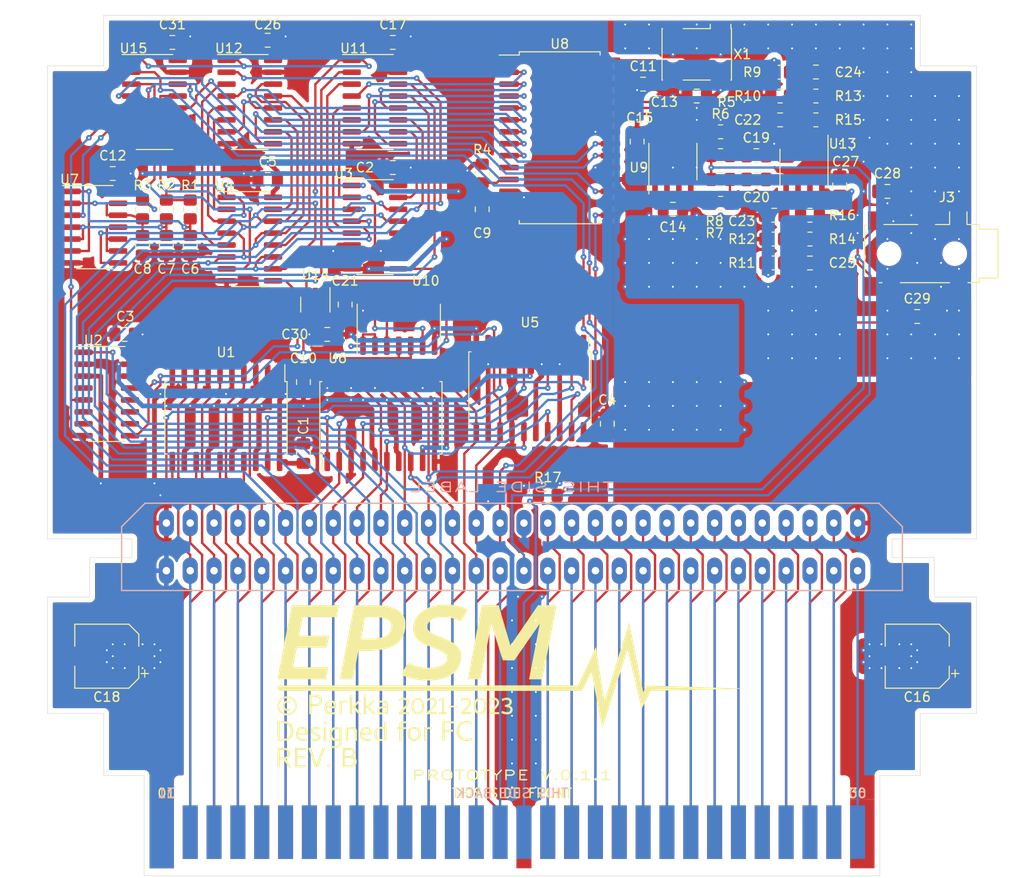
<source format=kicad_pcb>
(kicad_pcb (version 20211014) (generator pcbnew)
  (title_block (title "EPSM Expansion Audio FC") (date "2023-03-07") (rev "B p.0.1.1") (company "Perkka; Persune"))
  (layers (0 "F.Cu" mixed) (31 "B.Cu" mixed) (34 "B.Paste" user) (35 "F.Paste" user) (36 "B.SilkS" user "B.Silkscreen") (37 "F.SilkS" user "F.Silkscreen") (38 "B.Mask" user) (39 "F.Mask" user) (44 "Edge.Cuts" user))
  (net 0 "")
  (net 1 "/CPU_A11")
  (net 2 "/CPU_A10")
  (net 3 "/CPU_A9")
  (net 4 "/CPU_A8")
  (net 5 "/CPU_A7")
  (net 6 "/CPU_A6")
  (net 7 "/CPU_A5")
  (net 8 "/CPU_A4")
  (net 9 "/CPU_A3")
  (net 10 "/CPU_A2")
  (net 11 "/CPU_A1")
  (net 12 "/CPU_A0")
  (net 13 "/CPU_R~{W}")
  (net 14 "/~{IRQ}")
  (net 15 "/PPU_~{RD}")
  (net 16 "/CIRAM_A10")
  (net 17 "/PPU_A6")
  (net 18 "/PPU_A5")
  (net 19 "/PPU_A4")
  (net 20 "/PPU_A3")
  (net 21 "/PPU_A2")
  (net 22 "/PPU_A1")
  (net 23 "/PPU_A0")
  (net 24 "/PPU_D0")
  (net 25 "/PPU_D1")
  (net 26 "/PPU_D2")
  (net 27 "/PPU_D3")
  (net 28 "/M2")
  (net 29 "/CPU_A12")
  (net 30 "/CPU_A13")
  (net 31 "/CPU_A14")
  (net 32 "/CPU_D7")
  (net 33 "/CPU_D6")
  (net 34 "/CPU_D5")
  (net 35 "/CPU_D4")
  (net 36 "/CPU_D3")
  (net 37 "/CPU_D2")
  (net 38 "/CPU_D1")
  (net 39 "/CPU_D0")
  (net 40 "/~{ROMSEL}")
  (net 41 "/AUD_2A03")
  (net 42 "/AUD_RF")
  (net 43 "/PPU_~{WR}")
  (net 44 "/CIRAM_~{CE}")
  (net 45 "/PPU_~{A13}")
  (net 46 "/PPU_A7")
  (net 47 "/PPU_A8")
  (net 48 "/PPU_A9")
  (net 49 "/PPU_A10")
  (net 50 "/PPU_A11")
  (net 51 "/PPU_A12")
  (net 52 "/PPU_A13")
  (net 53 "/PPU_D7")
  (net 54 "/PPU_D6")
  (net 55 "/PPU_D5")
  (net 56 "/PPU_D4")
  (net 57 "Net-(C6-Pad1)")
  (net 58 "Net-(C7-Pad1)")
  (net 59 "Net-(C8-Pad1)")
  (net 60 "/OUT_1")
  (net 61 "Net-(R3-Pad1)")
  (net 62 "/$4016_EN")
  (net 63 "Net-(R5-Pad2)")
  (net 64 "/BUF_CS")
  (net 65 "/FF_RESET")
  (net 66 "Net-(C29-Pad1)")
  (net 67 "Net-(C29-Pad2)")
  (net 68 "/YM_D0")
  (net 69 "/YM_D1")
  (net 70 "/YM_D2")
  (net 71 "/YM_D3")
  (net 72 "/YM_D4")
  (net 73 "/YM_D5")
  (net 74 "/YM_D6")
  (net 75 "/YM_D7")
  (net 76 "/YM_CS")
  (net 77 "/~{OUT_1}")
  (net 78 "/~{CS}")
  (net 79 "/BUF_D0")
  (net 80 "/BUF_D1")
  (net 81 "/BUF_D3")
  (net 82 "/BUF_D2")
  (net 83 "/BUF_D4")
  (net 84 "/BUF_D5")
  (net 85 "/BUF_D7")
  (net 86 "/BUF_D6")
  (net 87 "/BUF_A1")
  (net 88 "/YM_A0")
  (net 89 "/BUF_A0")
  (net 90 "/YM_A1")
  (net 92 "Net-(R14-Pad2)")
  (net 93 "Net-(R7-Pad2)")
  (net 94 "Net-(R13-Pad2)")
  (net 95 "/$4016_~{CE}")
  (net 96 "/$40xx_~{CE}")
  (net 97 "/OUT_1_CE")
  (net 98 "Net-(C25-Pad2)")
  (net 99 "/AUD_EPSM")
  (net 100 "Net-(U7-Pad10)")
  (net 104 "Net-(U8-Pad28)")
  (net 105 "/$401x_~{CE}")
  (net 107 "Net-(C14-Pad1)")
  (net 108 "Net-(C19-Pad1)")
  (net 109 "Net-(C19-Pad2)")
  (net 110 "Net-(C20-Pad1)")
  (net 111 "Net-(C20-Pad2)")
  (net 112 "Net-(C24-Pad2)")
  (net 113 "Net-(C28-Pad1)")
  (net 114 "Net-(C28-Pad2)")
  (net 115 "Net-(J3-PadR1N)")
  (net 123 "VCC")
  (net 124 "GND")
  (net 125 "Net-(U8-Pad23)")
  (net 126 "Net-(U10-Pad12)")
  (net 127 "Net-(U10-Pad13)")
  (net 128 "Net-(U10-Pad10)")
  (net 129 "Net-(C9-Pad2)")
  (net 130 "Net-(U8-Pad24)")
  (net 131 "Net-(U8-Pad26)")
  (footprint "Package_SO:SOIC-16_3.9x9.9mm_P1.27mm" (layer "F.Cu") (at 112.395 55.245)
    (fp_text reference "U11")
    (fp_text value "74HC257")
  )
  (footprint "Capacitor_SMD:C_0805_2012Metric_Pad1.18x1.45mm_HandSolder" (layer "F.Cu") (at 137.16 89.535 -90)
    (fp_text reference "C4")
    (fp_text value "0.1uF")
  )
  (footprint "Package_SO:SOIC-14_3.9x8.7mm_P1.27mm" (layer "F.Cu") (at 82.55 68.58)
    (fp_text reference "U7")
    (fp_text value "74HC132")
  )
  (footprint "Package_SO:SOIC-16_3.9x9.9mm_P1.27mm" (layer "F.Cu") (at 112.395 68.58)
    (fp_text reference "U3")
    (fp_text value "74HC174")
  )
  (footprint "Resistor_SMD:R_0805_2012Metric_Pad1.20x1.40mm_HandSolder" (layer "F.Cu") (at 149.225 66.04 180)
    (fp_text reference "R7")
    (fp_text value "680")
  )
  (footprint "Resistor_SMD:R_0805_2012Metric_Pad1.20x1.40mm_HandSolder" (layer "F.Cu") (at 154.94 72.39)
    (fp_text reference "R11")
    (fp_text value "47K")
  )
  (footprint "Resistor_SMD:R_0805_2012Metric_Pad1.20x1.40mm_HandSolder" (layer "F.Cu") (at 130.81 97.155 180)
    (fp_text reference "R17")
    (fp_text value "1K")
  )
  (footprint "Capacitor_SMD:C_0805_2012Metric_Pad1.18x1.45mm_HandSolder" (layer "F.Cu") (at 161.925 64.135 -90)
    (fp_text reference "C27")
    (fp_text value "0.1uF")
  )
  (footprint "Capacitor_SMD:C_0805_2012Metric_Pad1.18x1.45mm_HandSolder" (layer "F.Cu") (at 85.725 80.01)
    (fp_text reference "C3")
    (fp_text value "0.1uF")
  )
  (footprint "Package_SO:SOIC-16_3.9x9.9mm_P1.27mm" (layer "F.Cu") (at 83.82 86.36)
    (fp_text reference "U2")
    (fp_text value "74HC139")
  )
  (footprint "Capacitor_SMD:C_0805_2012Metric_Pad1.18x1.45mm_HandSolder" (layer "F.Cu") (at 107.315 80.01 180)
    (fp_text reference "C30")
    (fp_text value "0.1uF")
  )
  (footprint "Capacitor_SMD:C_0805_2012Metric_Pad1.18x1.45mm_HandSolder" (layer "F.Cu") (at 87.63 70.50375 -90)
    (fp_text reference "C8")
    (fp_text value "68pF")
  )
  (footprint "Capacitor_SMD:C_0805_2012Metric_Pad1.18x1.45mm_HandSolder" (layer "F.Cu") (at 155.575 57.15 180)
    (fp_text reference "C22")
    (fp_text value "68pF")
  )
  (footprint "Capacitor_SMD:C_0805_2012Metric_Pad1.18x1.45mm_HandSolder" (layer "F.Cu") (at 90.805 48.895)
    (fp_text reference "C31")
    (fp_text value "0.1uF")
  )
  (footprint "Capacitor_SMD:C_0805_2012Metric_Pad1.18x1.45mm_HandSolder" (layer "F.Cu") (at 123.825 66.675 90)
    (fp_text reference "C9")
    (fp_text value "10uF")
  )
  (footprint "Capacitor_SMD:C_0805_2012Metric_Pad1.18x1.45mm_HandSolder" (layer "F.Cu") (at 100.965 63.5)
    (fp_text reference "C5")
    (fp_text value "0.1uF")
  )
  (footprint "Package_SO:SOIC-14_3.9x8.7mm_P1.27mm" (layer "F.Cu") (at 114.935 78.74 90)
    (fp_text reference "U10")
    (fp_text value "74HC132")
  )
  (footprint "Resistor_SMD:R_0805_2012Metric_Pad1.20x1.40mm_HandSolder" (layer "F.Cu") (at 149.225 60.96 180)
    (fp_text reference "R6")
    (fp_text value "3K")
  )
  (footprint "Capacitor_SMD:C_0805_2012Metric_Pad1.18x1.45mm_HandSolder" (layer "F.Cu") (at 170.18 78.105)
    (fp_text reference "C29")
    (fp_text value "10uF")
  )
  (footprint "EPSM-Famicom:HVC-ETROM-01" (layer "F.Cu") (at 127 127)
    (fp_text reference "J2" hide)
    (fp_text value "CONSOLE_M")
  )
  (footprint "Resistor_SMD:R_0805_2012Metric_Pad1.20x1.40mm_HandSolder" (layer "F.Cu") (at 87.63 66.69375 -90)
    (fp_text reference "R3")
    (fp_text value "1K")
  )
  (footprint "Capacitor_SMD:C_0805_2012Metric_Pad1.18x1.45mm_HandSolder" (layer "F.Cu") (at 158.75 72.4)
    (fp_text reference "C25")
    (fp_text value "10uF")
  )
  (footprint "Resistor_SMD:R_0805_2012Metric_Pad1.20x1.40mm_HandSolder" (layer "F.Cu") (at 155.575 54.61 180)
    (fp_text reference "R10")
    (fp_text value "47K")
  )
  (footprint "Package_SO:SOIC-20W_7.5x12.8mm_P1.27mm" (layer "F.Cu") (at 96.52 88.9 -90)
    (fp_text reference "U1")
    (fp_text value "74HC688")
  )
  (footprint "Oscillator:Oscillator_SMD_Abracon_ASV-4Pin_7.0x5.1mm" (layer "F.Cu") (at 146.685 50.165 180)
    (fp_text reference "X1")
    (fp_text value "SG-8002CA")
  )
  (footprint "Resistor_SMD:R_0805_2012Metric_Pad1.20x1.40mm_HandSolder" (layer "F.Cu") (at 149.225 63.5 180)
    (fp_text reference "R8")
    (fp_text value "3K")
  )
  (footprint "Resistor_SMD:R_0805_2012Metric_Pad1.20x1.40mm_HandSolder" (layer "F.Cu") (at 159.385 57.15)
    (fp_text reference "R15")
    (fp_text value "22K")
  )
  (footprint "Package_SO:SOIC-16_3.9x9.9mm_P1.27mm" (layer "F.Cu") (at 99.06 69.85)
    (fp_text reference "U4")
    (fp_text value "74HC174")
  )
  (footprint "EPSM-Famicom:EPSM_silkscreen" (layer "F.Cu") (at 127 117.475)
    (fp_text reference "Ref**" hide)
    (fp_text value "Val**" hide)
  )
  (footprint "Capacitor_SMD:C_0805_2012Metric_Pad1.18x1.45mm_HandSolder" (layer "F.Cu") (at 90.17 70.50375 -90)
    (fp_text reference "C7")
    (fp_text value "68pF")
  )
  (footprint "Resistor_SMD:R_0805_2012Metric_Pad1.20x1.40mm_HandSolder" (layer "F.Cu") (at 158.75 67.31)
    (fp_text reference "R16")
    (fp_text value "22K")
  )
  (footprint "Resistor_SMD:R_0805_2012Metric_Pad1.20x1.40mm_HandSolder" (layer "F.Cu") (at 159.385 54.61 180)
    (fp_text reference "R13")
    (fp_text value "8.2K")
  )
  (footprint "Package_SO:SOIC-8_3.9x4.9mm_P1.27mm" (layer "F.Cu") (at 144.145 61.595 90)
    (fp_text reference "U9")
    (fp_text value "BU9480F")
  )
  (footprint "EPSM-Famicom:Jack_3.5mm_PJ311_Horizontal" (layer "F.Cu") (at 176.78 71.4 -90)
    (fp_text reference "J3")
    (fp_text value "AudioJack4_SwitchTR1")
  )
  (footprint "Capacitor_SMD:C_0805_2012Metric_Pad1.18x1.45mm_HandSolder" (layer "F.Cu") (at 104.775 85.09 90)
    (fp_text reference "C10")
    (fp_text value "0.1uF")
  )
  (footprint "Package_SO:SOIC-16_3.9x9.9mm_P1.27mm" (layer "F.Cu") (at 99.06 55.245)
    (fp_text reference "U12")
    (fp_text value "74HC257")
  )
  (footprint "Capacitor_SMD:C_0805_2012Metric_Pad1.18x1.45mm_HandSolder" (layer "F.Cu") (at 114.3 48.895)
    (fp_text reference "C17")
    (fp_text value "0.1uF")
  )
  (footprint "Capacitor_SMD:C_0805_2012Metric_Pad1.18x1.45mm_HandSolder" (layer "F.Cu") (at 144.145 66.675)
    (fp_text reference "C14")
    (fp_text value "10uF")
  )
  (footprint "Resistor_SMD:R_0805_2012Metric_Pad1.20x1.40mm_HandSolder" (layer "F.Cu") (at 92.71 66.69375 -90)
    (fp_text reference "R1")
    (fp_text value "1K")
  )
  (footprint "Capacitor_SMD:C_0805_2012Metric_Pad1.18x1.45mm_HandSolder" (layer "F.Cu") (at 100.965 48.6625)
    (fp_text reference "C26")
    (fp_text value "0.1uF")
  )
  (footprint "Capacitor_SMD:CP_Elec_6.3x5.4" (layer "F.Cu") (at 170.18 114.3 180)
    (fp_text reference "C16")
    (fp_text value "100uF")
  )
  (footprint "Package_SO:SOIC-20W_7.5x12.8mm_P1.27mm" (layer "F.Cu") (at 128.905 85.725 -90)
    (fp_text reference "U5")
    (fp_text value "74HC688")
  )
  (footprint "Resistor_SMD:R_0805_2012Metric_Pad1.20x1.40mm_HandSolder" (layer "F.Cu") (at 123.825 62.865 -90)
    (fp_text reference "R4")
    (fp_text value "1K")
  )
  (footprint "Capacitor_SMD:C_0805_2012Metric_Pad1.18x1.45mm_HandSolder" (layer "F.Cu") (at 109.22 76.835 90)
    (fp_text reference "C21")
    (fp_text value "0.1uF")
  )
  (footprint "Capacitor_SMD:C_0805_2012Metric_Pad1.18x1.45mm_HandSolder" (layer "F.Cu") (at 153.035 60.96)
    (fp_text reference "C19")
    (fp_text value "10uF")
  )
  (footprint "Capacitor_SMD:C_0805_2012Metric_Pad1.18x1.45mm_HandSolder" (layer "F.Cu") (at 153.035 63.5)
    (fp_text reference "C20")
    (fp_text value "10uF")
  )
  (footprint "EPSM-Famicom:SOP-28_8.4x18.1mm_P1.27mm" (layer "F.Cu") (at 132.08 59.055)
    (fp_text reference "U8")
    (fp_text value "YMF288")
  )
  (footprint "Package_SO:SOIC-16_3.9x9.9mm_P1.27mm" (layer "F.Cu") (at 88.9 55.245)
    (fp_text reference "U15")
    (fp_text value "74HC257")
  )
  (footprint "Resistor_SMD:R_0805_2012Metric_Pad1.20x1.40mm_HandSolder" (layer "F.Cu") (at 158.75 69.85 180)
    (fp_text reference "R14")
    (fp_text value "8.2K")
  )
  (footprint "Capacitor_SMD:C_0805_2012Metric_Pad1.18x1.45mm_HandSolder" (layer "F.Cu") (at 154.94 67.31 180)
    (fp_text reference "C23")
    (fp_text value "68pF")
  )
  (footprint "Capacitor_SMD:C_0805_2012Metric_Pad1.18x1.45mm_HandSolder" (layer "F.Cu") (at 140.335 59.4575 90)
    (fp_text reference "C15")
    (fp_text value "0.1uF")
  )
  (footprint "Package_SO:SOIC-8_3.9x4.9mm_P1.27mm" (layer "F.Cu") (at 158.115 62.23 -90)
    (fp_text reference "U13")
    (fp_text value "LM358")
  )
  (footprint "Capacitor_SMD:C_0805_2012Metric_Pad1.18x1.45mm_HandSolder" (layer "F.Cu") (at 146.685 54.61 180)
    (fp_text reference "C13")
    (fp_text value "68pF")
  )
  (footprint "Resistor_SMD:R_0805_2012Metric_Pad1.20x1.40mm_HandSolder" (layer "F.Cu") (at 90.17 66.69375 -90)
    (fp_text reference "R2")
    (fp_text value "3K")
  )
  (footprint "Resistor_SMD:R_0805_2012Metric_Pad1.20x1.40mm_HandSolder" (layer "F.Cu") (at 155.575 52.07)
    (fp_text reference "R9")
    (fp_text value "47K")
  )
  (footprint "Resistor_SMD:R_0805_2012Metric_Pad1.20x1.40mm_HandSolder" (layer "F.Cu") (at 149.225 58.42 180)
    (fp_text reference "R5")
    (fp_text value "680")
  )
  (footprint "Capacitor_SMD:C_0805_2012Metric_Pad1.18x1.45mm_HandSolder" (layer "F.Cu") (at 104.775 92.71 -90)
    (fp_text reference "C1")
    (fp_text value "0.1uF")
  )
  (footprint "Package_TO_SOT_SMD:SOT-23-6" (layer "F.Cu") (at 106.045 76.835 -90)
    (fp_text reference "U14")
    (fp_text value "74LVC1G373")
  )
  (footprint "Capacitor_SMD:C_0805_2012Metric_Pad1.18x1.45mm_HandSolder" (layer "F.Cu") (at 92.71 70.50375 -90)
    (fp_text reference "C6")
    (fp_text value "68pF")
  )
  (footprint "Capacitor_SMD:C_0805_2012Metric_Pad1.18x1.45mm_HandSolder" (layer "F.Cu") (at 140.97 53.34 180)
    (fp_text reference "C11")
    (fp_text value "0.1uF")
  )
  (footprint "Capacitor_SMD:C_0805_2012Metric_Pad1.18x1.45mm_HandSolder" (layer "F.Cu") (at 167.005 64.77)
    (fp_text reference "C28")
    (fp_text value "10uF")
  )
  (footprint "Package_SO:SOIC-20W_7.5x12.8mm_P1.27mm" (layer "F.Cu") (at 113.03 88.9 90)
    (fp_text reference "U6")
    (fp_text value "74HC688")
  )
  (footprint "Resistor_SMD:R_0805_2012Metric_Pad1.20x1.40mm_HandSolder" (layer "F.Cu") (at 154.94 69.85 180)
    (fp_text reference "R12")
    (fp_text value "47K")
  )
  (footprint "Capacitor_SMD:C_0805_2012Metric_Pad1.18x1.45mm_HandSolder" (layer "F.Cu") (at 114.3 62.23)
    (fp_text reference "C2")
    (fp_text value "0.1uF")
  )
  (footprint "Capacitor_SMD:C_0805_2012Metric_Pad1.18x1.45mm_HandSolder" (layer "F.Cu") (at 84.455 62.865)
    (fp_text reference "C12")
    (fp_text value "0.1uF")
  )
  (footprint "Capacitor_SMD:CP_Elec_6.3x5.4" (layer "F.Cu") (at 83.82 114.3 180)
    (fp_text reference "C18")
    (fp_text value "100uF")
  )
  (footprint "Capacitor_SMD:C_0805_2012Metric_Pad1.18x1.45mm_HandSolder" (layer "F.Cu") (at 159.385 52.05)
    (fp_text reference "C24")
    (fp_text value "10uF")
  )
  (footprint "EPSM-Famicom:FC_CONN_F" (layer "B.Cu") (at 127 102.65)
    (fp_text reference "J1")
    (fp_text value "CARTRIDGE_F" hide)
  )
  (gr_line (start 82 108) (end 82 103.8) (layer "Edge.Cuts") (width 0.05))
  (gr_line (start 83.5 120.4) (end 77.5 120.4) (layer "Edge.Cuts") (width 0.05))
  (gr_line (start 170.5 127) (end 166.2 127) (layer "Edge.Cuts") (width 0.05))
  (gr_line (start 77.5 101.8) (end 77.5 51.4) (layer "Edge.Cuts") (width 0.05))
  (gr_line (start 176.5 108) (end 176.5 120.4) (layer "Edge.Cuts") (width 0.05))
  (gr_line (start 87.8 137.7) (end 87.8 127) (layer "Edge.Cuts") (width 0.05))
  (gr_line (start 176.5 120.4) (end 170.5 120.4) (layer "Edge.Cuts") (width 0.05))
  (gr_line (start 170.5 120.4) (end 170.5 127) (layer "Edge.Cuts") (width 0.05))
  (gr_line (start 172 108) (end 176.5 108) (layer "Edge.Cuts") (width 0.05))
  (gr_line (start 83.5 51.4) (end 83.5 46) (layer "Edge.Cuts") (width 0.05))
  (gr_line (start 167.5 103.8) (end 172 103.8) (layer "Edge.Cuts") (width 0.05))
  (gr_line (start 176.5 101.8) (end 167.5 101.8) (layer "Edge.Cuts") (width 0.05))
  (gr_line (start 83.5 127) (end 83.5 120.4) (layer "Edge.Cuts") (width 0.05))
  (gr_line (start 166.2 127) (end 166.2 137.7) (layer "Edge.Cuts") (width 0.05))
  (gr_line (start 77.5 108) (end 82 108) (layer "Edge.Cuts") (width 0.05))
  (gr_line (start 170.5 46) (end 170.5 51.4) (layer "Edge.Cuts") (width 0.05))
  (gr_line (start 87.8 127) (end 83.5 127) (layer "Edge.Cuts") (width 0.05))
  (gr_line (start 82 103.8) (end 86.5 103.8) (layer "Edge.Cuts") (width 0.05))
  (gr_line (start 172 103.8) (end 172 108) (layer "Edge.Cuts") (width 0.05))
  (gr_line (start 176.5 51.4) (end 170.5 51.4) (layer "Edge.Cuts") (width 0.05))
  (gr_line (start 86.5 103.8) (end 86.5 101.8) (layer "Edge.Cuts") (width 0.05))
  (gr_line (start 166.2 137.7) (end 87.8 137.7) (layer "Edge.Cuts") (width 0.05))
  (gr_line (start 176.5 51.4) (end 176.5 101.8) (layer "Edge.Cuts") (width 0.05))
  (gr_line (start 77.5 120.4) (end 77.5 108) (layer "Edge.Cuts") (width 0.05))
  (gr_line (start 86.5 101.8) (end 77.5 101.8) (layer "Edge.Cuts") (width 0.05))
  (gr_line (start 167.5 101.8) (end 167.5 103.8) (layer "Edge.Cuts") (width 0.05))
  (gr_line (start 77.5 51.4) (end 83.5 51.4) (layer "Edge.Cuts") (width 0.05))
  (gr_line (start 83.5 46) (end 170.5 46) (layer "Edge.Cuts") (width 0.05))
  (gr_text "31" (at 90.17 128.905) (layer "B.SilkS") (effects (font (size 1 1)) (justify mirror)))
  (gr_text "60" (at 163.83 128.905) (layer "B.SilkS") (effects (font (size 1 1)) (justify mirror)))
  (gr_text "THIS SIDE BACK" (at 127 128.905) (layer "B.SilkS") (effects (font (size 1 1)) (justify mirror)))
  (gr_text "30\n" (at 163.83 128.905) (layer "F.SilkS") (effects (font (size 1 1))))
  (gr_text "PROTOTYPE V.0.1.1" (at 127 127) (layer "F.SilkS") (effects (font (size 1 1.5))))
  (gr_text "THIS SIDE FRONT" (at 127 128.905) (layer "F.SilkS") (effects (font (size 1 1))))
  (gr_text "01" (at 90.17 128.905) (layer "F.SilkS") (effects (font (size 1 1))))
  (segment (start 90.805 94.615) (end 90.805 93.55) (width 0.25) (layer "F.Cu") (net 1))
  (segment (start 92.71 100.11) (end 92.71 97.79) (width 0.25) (layer "F.Cu") (net 1))
  (segment (start 90.805 95.885) (end 90.805 94.615) (width 0.25) (layer "F.Cu") (net 1))
  (segment (start 92.71 102.235) (end 93.98 103.505) (width 0.25) (layer "F.Cu") (net 1))
  (segment (start 93.98 107.315) (end 92.71 108.585) (width 0.25) (layer "F.Cu") (net 1))
  (segment (start 92.71 108.585) (end 92.71 133.05) (width 0.25) (layer "F.Cu") (net 1))
  (segment (start 92.71 97.79) (end 90.805 95.885) (width 0.25) (layer "F.Cu") (net 1))
  (segment (start 92.71 100.11) (end 92.71 102.235) (width 0.25) (layer "F.Cu") (net 1))
  (segment (start 93.98 103.505) (end 93.98 107.315) (width 0.25) (layer "F.Cu") (net 1))
  (segment (start 95.25 108.585) (end 96.52 107.315) (width 0.25) (layer "F.Cu") (net 2))
  (segment (start 95.25 133.05) (end 95.25 108.585) (width 0.25) (layer "F.Cu") (net 2))
  (segment (start 95.25 100.11) (end 95.25 97.79) (width 0.25) (layer "F.Cu") (net 2))
  (segment (start 93.345 95.885) (end 93.345 94.615) (width 0.25) (layer "F.Cu") (net 2))
  (segment (start 96.52 107.315) (end 96.52 103.505) (width 0.25) (layer "F.Cu") (net 2))
  (segment (start 95.25 97.79) (end 93.345 95.885) (width 0.25) (layer "F.Cu") (net 2))
  (segment (start 93.345 94.615) (end 93.345 93.55) (width 0.25) (layer "F.Cu") (net 2))
  (segment (start 95.25 102.235) (end 95.25 100.11) (width 0.25) (layer "F.Cu") (net 2))
  (segment (start 96.52 103.505) (end 95.25 102.235) (width 0.25) (layer "F.Cu") (net 2))
  (segment (start 95.885 94.615) (end 95.885 93.55) (width 0.25) (layer "F.Cu") (net 3))
  (segment (start 97.79 100.11) (end 97.79 97.79) (width 0.25) (layer "F.Cu") (net 3))
  (segment (start 95.885 95.885) (end 95.885 94.615) (width 0.25) (layer "F.Cu") (net 3))
  (segment (start 97.79 97.79) (end 95.885 95.885) (width 0.25) (layer "F.Cu") (net 3))
  (segment (start 99.06 107.315) (end 97.79 108.585) (width 0.25) (layer "F.Cu") (net 3))
  (segment (start 97.79 100.11) (end 97.79 102.235) (width 0.25) (layer "F.Cu") (net 3))
  (segment (start 97.79 102.235) (end 99.06 103.505) (width 0.25) (layer "F.Cu") (net 3))
  (segment (start 97.79 108.585) (end 97.79 133.05) (width 0.25) (layer "F.Cu") (net 3))
  (segment (start 99.06 103.505) (end 99.06 107.315) (width 0.25) (layer "F.Cu") (net 3))
  (segment (start 100.33 100.11) (end 100.33 97.79) (width 0.25) (layer "F.Cu") (net 4))
  (segment (start 98.425 94.615) (end 98.425 93.55) (width 0.25) (layer "F.Cu") (net 4))
  (segment (start 101.6 107.315) (end 101.6 103.505) (width 0.25) (layer "F.Cu") (net 4))
  (segment (start 101.6 103.505) (end 100.33 102.235) (width 0.25) (layer "F.Cu") (net 4))
  (segment (start 98.425 95.885) (end 98.425 94.615) (width 0.25) (layer "F.Cu") (net 4))
  (segment (start 100.33 133.05) (end 100.33 108.585) (width 0.25) (layer "F.Cu") (net 4))
  (segment (start 100.33 102.235) (end 100.33 100.11) (width 0.25) (layer "F.Cu") (net 4))
  (segment (start 100.33 97.79) (end 98.425 95.885) (width 0.25) (layer "F.Cu") (net 4))
  (segment (start 100.33 108.585) (end 101.6 107.315) (width 0.25) (layer "F.Cu") (net 4))
  (segment (start 102.87 102.235) (end 104.14 103.505) (width 0.25) (layer "F.Cu") (net 5))
  (segment (start 102.87 108.585) (end 102.87 133.05) (width 0.25) (layer "F.Cu") (net 5))
  (segment (start 102.87 100.11) (end 102.87 99.06) (width 0.25) (layer "F.Cu") (net 5))
  (segment (start 99.06 87.63) (end 100.965 85.725) (width 0.25) (layer "F.Cu") (net 5))
  (segment (start 99.06 94.615) (end 99.06 87.63) (width 0.25) (layer "F.Cu") (net 5))
  (segment (start 102.87 100.11) (end 102.87 102.235) (width 0.25) (layer "F.Cu") (net 5))
  (segment (start 100.965 85.725) (end 100.965 84.25) (width 0.25) (layer "F.Cu") (net 5))
  (segment (start 102.87 99.06) (end 99.06 95.25) (width 0.25) (layer "F.Cu") (net 5))
  (segment (start 99.06 95.25) (end 99.06 94.615) (width 0.25) (layer "F.Cu") (net 5))
  (segment (start 104.14 103.505) (end 104.14 107.315) (width 0.25) (layer "F.Cu") (net 5))
  (segment (start 104.14 107.315) (end 102.87 108.585) (width 0.25) (layer "F.Cu") (net 5))
  (segment (start 105.41 133.05) (end 105.41 108.585) (width 0.25) (layer "F.Cu") (net 6))
  (segment (start 108.585 93.55) (end 108.585 89.535) (width 0.25) (layer "F.Cu") (net 6))
  (segment (start 105.41 99.06) (end 108.585 95.885) (width 0.25) (layer "F.Cu") (net 6))
  (segment (start 106.68 107.315) (end 106.68 103.505) (width 0.25) (layer "F.Cu") (net 6))
  (segment (start 105.41 100.11) (end 105.41 99.06) (width 0.25) (layer "F.Cu") (net 6))
  (segment (start 106.68 103.505) (end 105.41 102.235) (width 0.25) (layer "F.Cu") (net 6))
  (segment (start 108.585 94.615) (end 108.585 93.55) (width 0.25) (layer "F.Cu") (net 6))
  (segment (start 128.27 85.725) (end 128.27 81.075) (width 0.25) (layer "F.Cu") (net 6))
  (segment (start 105.41 102.235) (end 105.41 100.11) (width 0.25) (layer "F.Cu") (net 6))
  (segment (start 105.41 108.585) (end 106.68 107.315) (width 0.25) (layer "F.Cu") (net 6))
  (segment (start 108.585 95.885) (end 108.585 94.615) (width 0.25) (layer "F.Cu") (net 6))
  (via (at 128.27 85.725) (size 0.6) (drill 0.2) (layers "F.Cu" "B.Cu") (net 6))
  (via (at 108.585 89.535) (size 0.6) (drill 0.2) (layers "F.Cu" "B.Cu") (net 6))
  (segment (start 127 86.995) (end 128.27 85.725) (width 0.25) (layer "B.Cu") (net 6))
  (segment (start 109.22 88.9) (end 123.825 88.9) (width 0.25) (layer "B.Cu") (net 6))
  (segment (start 123.825 88.9) (end 127 86.995) (width 0.25) (layer "B.Cu") (net 6))
  (segment (start 108.585 89.535) (end 109.22 88.9) (width 0.25) (layer "B.Cu") (net 6))
  (segment (start 111.125 95.25) (end 111.125 94.615) (width 0.25) (layer "F.Cu") (net 7))
  (segment (start 107.95 98.425) (end 111.125 95.25) (width 0.25) (layer "F.Cu") (net 7))
  (segment (start 130.81 85.725) (end 130.81 81.075) (width 0.25) (layer "F.Cu") (net 7))
  (segment (start 107.95 102.235) (end 109.22 103.505) (width 0.25) (layer "F.Cu") (net 7))
  (segment (start 111.125 93.55) (end 111.125 89.535) (width 0.25) (layer "F.Cu") (net 7))
  (segment (start 111.125 94.615) (end 111.125 93.55) (width 0.25) (layer "F.Cu") (net 7))
  (segment (start 109.22 103.505) (end 109.22 107.315) (width 0.25) (layer "F.Cu") (net 7))
  (segment (start 109.22 107.315) (end 107.95 108.585) (width 0.25) (layer "F.Cu") (net 7))
  (segment (start 107.95 100.11) (end 107.95 98.425) (width 0.25) (layer "F.Cu") (net 7))
  (segment (start 107.95 100.11) (end 107.95 102.235) (width 0.25) (layer "F.Cu") (net 7))
  (segment (start 107.95 108.585) (end 107.95 133.05) (width 0.25) (layer "F.Cu") (net 7))
  (via (at 130.81 85.725) (size 0.6) (drill 0.2) (layers "F.Cu" "B.Cu") (net 7))
  (via (at 111.125 89.535) (size 0.6) (drill 0.2) (layers "F.Cu" "B.Cu") (net 7))
  (segment (start 111.125 89.535) (end 124.46 89.535) (width 0.25) (layer "B.Cu") (net 7))
  (segment (start 129.54 85.725) (end 130.81 85.725) (width 0.25) (layer "B.Cu") (net 7))
  (segment (start 124.46 89.535) (end 127.635 87.63) (width 0.25) (layer "B.Cu") (net 7))
  (segment (start 127.635 87.63) (end 129.54 85.725) (width 0.25) (layer "B.Cu") (net 7))
  (segment (start 113.03 95.885) (end 110.49 98.425) (width 0.25) (layer "F.Cu") (net 8))
  (segment (start 111.125 85.725) (end 113.03 87.63) (width 0.25) (layer "F.Cu") (net 8))
  (segment (start 113.03 87.63) (end 113.03 94.615) (width 0.25) (layer "F.Cu") (net 8))
  (segment (start 110.49 133.05) (end 110.49 108.585) (width 0.25) (layer "F.Cu") (net 8))
  (segment (start 110.49 98.425) (end 110.49 100.11) (width 0.25) (layer "F.Cu") (net 8))
  (segment (start 111.76 103.505) (end 110.49 102.235) (width 0.25) (layer "F.Cu") (net 8))
  (segment (start 110.49 108.585) (end 111.76 107.315) (width 0.25) (layer "F.Cu") (net 8))
  (segment (start 111.125 84.25) (end 111.125 85.725) (width 0.25) (layer "F.Cu") (net 8))
  (segment (start 110.49 102.235) (end 110.49 100.11) (width 0.25) (layer "F.Cu") (net 8))
  (segment (start 133.35 85.725) (end 133.35 81.075) (width 0.25) (layer "F.Cu") (net 8))
  (segment (start 111.76 107.315) (end 111.76 103.505) (width 0.25) (layer "F.Cu") (net 8))
  (segment (start 113.03 94.615) (end 113.03 95.885) (width 0.25) (layer "F.Cu") (net 8))
  (via (at 133.35 85.725) (size 0.6) (drill 0.2) (layers "F.Cu" "B.Cu") (net 8))
  (via (at 113.03 90.17) (size 0.6) (drill 0.2) (layers "F.Cu" "B.Cu") (net 8))
  (segment (start 128.27 88.265) (end 130.175 86.36) (width 0.25) (layer "B.Cu") (net 8))
  (segment (start 130.175 86.36) (end 131.445 86.36) (width 0.25) (layer "B.Cu") (net 8))
  (segment (start 131.445 86.36) (end 133.35 85.725) (width 0.25) (layer "B.Cu") (net 8))
  (segment (start 125.095 90.17) (end 128.27 88.265) (width 0.25) (layer "B.Cu") (net 8))
  (segment (start 113.03 90.17) (end 125.095 90.17) (width 0.25) (layer "B.Cu") (net 8))
  (segment (start 113.665 93.55) (end 113.665 91.44) (width 0.25) (layer "F.Cu") (net 9))
  (segment (start 114.3 107.315) (end 113.03 108.585) (width 0.25) (layer "F.Cu") (net 9))
  (segment (start 114.3 103.505) (end 114.3 107.315) (width 0.25) (layer "F.Cu") (net 9))
  (segment (start 113.665 96.52) (end 113.665 94.615) (width 0.25) (layer "F.Cu") (net 9))
  (segment (start 113.03 108.585) (end 113.03 133.05) (width 0.25) (layer "F.Cu") (net 9))
  (segment (start 113.03 97.155) (end 113.665 96.52) (width 0.25) (layer "F.Cu") (net 9))
  (segment (start 130.81 88.265) (end 130.81 90.375) (width 0.25) (layer "F.Cu") (net 9))
  (segment (start 113.03 100.11) (end 113.03 97.155) (width 0.25) (layer "F.Cu") (net 9))
  (segment (start 113.665 94.615) (end 113.665 93.55) (width 0.25) (layer "F.Cu") (net 9))
  (segment (start 113.03 100.11) (end 113.03 102.235) (width 0.25) (layer "F.Cu") (net 9))
  (segment (start 113.03 102.235) (end 114.3 103.505) (width 0.25) (layer "F.Cu") (net 9))
  (via (at 113.665 91.44) (size 0.6) (drill 0.2) (layers "F.Cu" "B.Cu") (net 9))
  (via (at 130.81 88.265) (size 0.6) (drill 0.2) (layers "F.Cu" "B.Cu") (net 9))
  (segment (start 129.54 89.535) (end 126.365 91.44) (width 0.25) (layer "B.Cu") (net 9))
  (segment (start 130.81 88.265) (end 129.54 89.535) (width 0.25) (layer "B.Cu") (net 9))
  (segment (start 126.365 91.44) (end 113.665 91.44) (width 0.25) (layer "B.Cu") (net 9))
  (segment (start 115.57 133.05) (end 115.57 108.585) (width 0.25) (layer "F.Cu") (net 10))
  (segment (start 115.57 87.63) (end 113.665 85.725) (width 0.25) (layer "F.Cu") (net 10))
  (segment (start 115.57 102.235) (end 115.57 100.11) (width 0.25) (layer "F.Cu") (net 10))
  (segment (start 115.57 108.585) (end 116.84 107.315) (width 0.25) (layer "F.Cu") (net 10))
  (segment (start 116.84 103.505) (end 115.57 102.235) (width 0.25) (layer "F.Cu") (net 10))
  (segment (start 115.57 100.11) (end 115.57 94.615) (width 0.25) (layer "F.Cu") (net 10))
  (segment (start 115.57 94.615) (end 115.57 87.63) (width 0.25) (layer "F.Cu") (net 10))
  (segment (start 128.27 92.075) (end 128.27 90.375) (width 0.25) (layer "F.Cu") (net 10))
  (segment (start 116.84 107.315) (end 116.84 103.505) (width 0.25) (layer "F.Cu") (net 10))
  (segment (start 113.665 85.725) (end 113.665 84.25) (width 0.25) (layer "F.Cu") (net 10))
  (via (at 115.57 92.075) (size 0.6) (drill 0.2) (layers "F.Cu" "B.Cu") (net 10))
  (via (at 128.27 92.075) (size 0.6) (drill 0.2) (layers "F.Cu" "B.Cu") (net 10))
  (segment (start 120.65 92.71) (end 116.205 92.71) (width 0.25) (layer "B.Cu") (net 10))
  (segment (start 128.27 92.075) (end 121.285 92.075) (width 0.25) (layer "B.Cu") (net 10))
  (segment (start 116.205 92.71) (end 115.57 92.075) (width 0.25) (layer "B.Cu") (net 10))
  (segment (start 121.285 92.075) (end 120.65 92.71) (width 0.25) (layer "B.Cu") (net 10))
  (segment (start 119.38 103.505) (end 119.38 107.315) (width 0.25) (layer "F.Cu") (net 11))
  (segment (start 118.11 108.585) (end 118.11 133.05) (width 0.25) (layer "F.Cu") (net 11))
  (segment (start 116.205 95.25) (end 118.11 97.155) (width 0.25) (layer "F.Cu") (net 11))
  (segment (start 116.205 95.25) (end 116.205 94.615) (width 0.25) (layer "F.Cu") (net 11))
  (segment (start 92.71 53.975) (end 92.71 53.34) (width 0.25) (layer "F.Cu") (net 11))
  (segment (start 118.11 97.155) (end 118.11 100.11) (width 0.25) (layer "F.Cu") (net 11))
  (segment (start 92.71 53.34) (end 90.74 53.34) (width 0.25) (layer "F.Cu") (net 11))
  (segment (start 119.38 107.315) (end 118.11 108.585) (width 0.25) (layer "F.Cu") (net 11))
  (segment (start 116.205 94.615) (end 116.205 93.55) (width 0.25) (layer "F.Cu") (net 11))
  (segment (start 118.11 102.235) (end 119.38 103.505) (width 0.25) (layer "F.Cu") (net 11))
  (segment (start 135.255 72.39) (end 135.255 78.74) (width 0.25) (layer "F.Cu") (net 11))
  (segment (start 118.11 100.11) (end 118.11 102.235) (width 0.25) (layer "F.Cu") (net 11))
  (via (at 135.255 78.74) (size 0.6) (drill 0.2) (layers "F.Cu" "B.Cu") (net 11))
  (via (at 135.255 72.39) (size 0.6) (drill 0.2) (layers "F.Cu" "B.Cu") (net 11))
  (via (at 116.205 95.25) (size 0.6) (drill 0.2) (layers "F.Cu" "B.Cu") (net 11))
  (via (at 92.71 53.975) (size 0.6) (drill 0.2) (layers "F.Cu" "B.Cu") (net 11))
  (segment (start 122.555 60.325) (end 120.65 60.325) (width 0.25) (layer "B.Cu") (net 11))
  (segment (start 133.35 63.5) (end 128.27 63.5) (width 0.25) (layer "B.Cu") (net 11))
  (segment (start 137.16 81.915) (end 137.16 80.645) (width 0.25) (layer "B.Cu") (net 11))
  (segment (start 117.475 95.885) (end 118.745 95.885) (width 0.25) (layer "B.Cu") (net 11))
  (segment (start 126.365 95.25) (end 128.905 95.25) (width 0.25) (layer "B.Cu") (net 11))
  (segment (start 128.905 95.25) (end 137.16 86.995) (width 0.25) (layer "B.Cu") (net 11))
  (segment (start 137.16 80.645) (end 135.255 78.74) (width 0.25) (layer "B.Cu") (net 11))
  (segment (start 102.87 60.325) (end 98.425 60.325) (width 0.25) (layer "B.Cu") (net 11))
  (segment (start 119.38 95.25) (end 126.365 95.25) (width 0.25) (layer "B.Cu") (net 11))
  (segment (start 135.255 72.39) (end 135.255 65.405) (width 0.25) (layer "B.Cu") (net 11))
  (segment (start 125.73 63.5) (end 122.555 60.325) (width 0.25) (layer "B.Cu") (net 11))
  (segment (start 120.65 60.325) (end 102.87 60.325) (width 0.25) (layer "B.Cu") (net 11))
  (segment (start 92.71 54.61) (end 92.71 53.975) (width 0.25) (layer "B.Cu") (net 11))
  (segment (start 128.27 63.5) (end 125.73 63.5) (width 0.25) (layer "B.Cu") (net 11))
  (segment (start 116.205 95.25) (end 116.84 95.25) (width 0.25) (layer "B.Cu") (net 11))
  (segment (start 116.84 95.25) (end 117.475 95.885) (width 0.25) (layer "B.Cu") (net 11))
  (segment (start 98.425 60.325) (end 92.71 54.61) (width 0.25) (layer "B.Cu") (net 11))
  (segment (start 137.16 86.995) (end 137.16 81.915) (width 0.25) (layer "B.Cu") (net 11))
  (segment (start 118.745 95.885) (end 119.38 95.25) (width 0.25) (layer "B.Cu") (net 11))
  (segment (start 135.255 65.405) (end 133.35 63.5) (width 0.25) (layer "B.Cu") (net 11))
  (segment (start 118.11 94.615) (end 118.11 87.63) (width 0.25) (layer "F.Cu") (net 12))
  (segment (start 120.65 100.11) (end 120.65 98.425) (width 0.25) (layer "F.Cu") (net 12))
  (segment (start 88.9 52.07) (end 86.425 52.07) (width 0.25) (layer "F.Cu") (net 12))
  (segment (start 120.65 108.585) (end 121.92 107.315) (width 0.25) (layer "F.Cu") (net 12))
  (segment (start 120.65 102.235) (end 120.65 100.11) (width 0.25) (layer "F.Cu") (net 12))
  (segment (start 89.535 52.705) (end 88.9 52.07) (width 0.25) (layer "F.Cu") (net 12))
  (segment (start 118.11 87.63) (end 116.205 85.725) (width 0.25) (layer "F.Cu") (net 12))
  (segment (start 121.92 107.315) (end 121.92 103.505) (width 0.25) (layer "F.Cu") (net 12))
  (segment (start 121.92 103.505) (end 120.65 102.235) (width 0.25) (layer "F.Cu") (net 12))
  (segment (start 120.65 133.05) (end 120.65 108.585) (width 0.25) (layer "F.Cu") (net 12))
  (segment (start 134.62 79.375) (end 134.62 71.755) (width 0.25) (layer "F.Cu") (net 12))
  (segment (start 120.65 98.425) (end 118.11 95.885) (width 0.25) (layer "F.Cu") (net 12))
  (segment (start 89.535 53.975) (end 89.535 52.705) (width 0.25) (layer "F.Cu") (net 12))
  (segment (start 118.11 95.885) (end 118.11 94.615) (width 0.25) (layer "F.Cu") (net 12))
  (segment (start 116.205 85.725) (end 116.205 84.25) (width 0.25) (layer "F.Cu") (net 12))
  (via (at 134.62 71.755) (size 0.6) (drill 0.2) (layers "F.Cu" "B.Cu") (net 12))
  (via (at 118.11 95.25) (size 0.6) (drill 0.2) (layers "F.Cu" "B.Cu") (net 12))
  (via (at 134.62 79.375) (size 0.6) (drill 0.2) (layers "F.Cu" "B.Cu") (net 12))
  (via (at 89.535 53.975) (size 0.6) (drill 0.2) (layers "F.Cu" "B.Cu") (net 12))
  (segment (start 97.79 60.96) (end 90.805 53.975) (width 0.25) (layer "B.Cu") (net 12))
  (segment (start 118.745 94.615) (end 118.11 95.25) (width 0.25) (layer "B.Cu") (net 12))
  (segment (start 102.87 60.96) (end 97.79 60.96) (width 0.25) (layer "B.Cu") (net 12))
  (segment (start 121.92 60.96) (end 120.65 60.96) (width 0.25) (layer "B.Cu") (net 12))
  (segment (start 126.365 94.615) (end 118.745 94.615) (width 0.25) (layer "B.Cu") (net 12))
  (segment (start 136.525 86.36) (end 128.27 94.615) (width 0.25) (layer "B.Cu") (net 12))
  (segment (start 134.62 71.755) (end 134.62 66.04) (width 0.25) (layer "B.Cu") (net 12))
  (segment (start 134.62 79.375) (end 136.525 81.28) (width 0.25) (layer "B.Cu") (net 12))
  (segment (start 125.095 64.135) (end 121.92 60.96) (width 0.25) (layer "B.Cu") (net 12))
  (segment (start 128.27 64.135) (end 125.095 64.135) (width 0.25) (layer "B.Cu") (net 12))
  (segment (start 136.525 81.28) (end 136.525 81.915) (width 0.25) (layer "B.Cu") (net 12))
  (segment (start 128.27 94.615) (end 126.365 94.615) (width 0.25) (layer "B.Cu") (net 12))
  (segment (start 120.65 60.96) (end 102.87 60.96) (width 0.25) (layer "B.Cu") (net 12))
  (segment (start 136.525 81.915) (end 136.525 86.36) (width 0.25) (layer "B.Cu") (net 12))
  (segment (start 134.62 66.04) (end 132.715 64.135) (width 0.25) (layer "B.Cu") (net 12))
  (segment (start 132.715 64.135) (end 128.27 64.135) (width 0.25) (layer "B.Cu") (net 12))
  (segment (start 90.805 53.975) (end 89.535 53.975) (width 0.25) (layer "B.Cu") (net 12))
  (segment (start 124.46 103.505) (end 124.46 107.315) (width 0.25) (layer "F.Cu") (net 13))
  (segment (start 123.19 102.235) (end 124.46 103.505) (width 0.25) (layer "F.Cu") (net 13))
  (segment (start 125.73 86.995) (end 125.73 90.375) (width 0.25) (layer "F.Cu") (net 13))
  (segment (start 109.92 81.215) (end 111.125 81.215) (width 0.25) (layer "F.Cu") (net 13))
  (segment (start 125.095 86.36) (end 125.73 86.995) (width 0.25) (layer "F.Cu") (net 13))
  (segment (start 112.395 80.01) (end 112.395 81.215) (width 0.25) (layer "F.Cu") (net 13))
  (segment (start 123.19 100.11) (end 123.19 93.98) (width 0.25) (layer "F.Cu") (net 13))
  (segment (start 111.125 80.01) (end 112.395 80.01) (width 0.25) (layer "F.Cu") (net 13))
  (segment (start 109.855 81.28) (end 109.92 81.215) (width 0.25) (layer "F.Cu") (net 13))
  (segment (start 125.73 91.44) (end 125.73 90.375) (width 0.25) (layer "F.Cu") (net 13))
  (segment (start 123.19 93.98) (end 125.73 91.44) (width 0.25) (layer "F.Cu") (net 13))
  (segment (start 125.095 79.375) (end 125.095 86.36) (width 0.25) (layer "F.Cu") (net 13))
  (segment (start 111.125 81.215) (end 111.125 80.01) (width 0.25) (layer "F.Cu") (net 13))
  (segment (start 123.19 100.11) (end 123.19 102.235) (width 0.25) (layer "F.Cu") (net 13))
  (segment (start 124.46 107.315) (end 123.19 108.585) (width 0.25) (layer "F.Cu") (net 13))
  (segment (start 123.19 108.585) (end 123.19 133.05) (width 0.25) (layer "F.Cu") (net 13))
  (via (at 109.855 81.28) (size 0.6) (drill 0.2) (layers "F.Cu" "B.Cu") (net 13))
  (via (at 125.095 79.375) (size 0.6) (drill 0.2) (layers "F.Cu" "B.Cu") (net 13))
  (segment (start 119.38 80.01) (end 118.11 81.28) (width 0.25) (layer "B.Cu") (net 13))
  (segment (start 120.015 80.01) (end 119.38 80.01) (width 0.25) (layer "B.Cu") (net 13))
  (segment (start 124.46 79.375) (end 123.825 80.01) (width 0.25) (layer "B.Cu") (net 13))
  (segment (start 125.095 79.375) (end 124.46 79.375) (width 0.25) (layer "B.Cu") (net 13))
  (segment (start 123.825 80.01) (end 120.015 80.01) (width 0.25) (layer "B.Cu") (net 13))
  (segment (start 118.11 81.28) (end 109.855 81.28) (width 0.25) (layer "B.Cu") (net 13))
  (segment (start 125.73 94.615) (end 125.73 100.11) (width 0.25) (layer "F.Cu") (net 14))
  (segment (start 125.73 133.05) (end 125.73 130.81) (width 0.25) (layer "F.Cu") (net 14))
  (segment (start 127 107.315) (end 127 103.505) (width 0.25) (layer "F.Cu") (net 14))
  (segment (start 127 103.505) (end 125.73 102.235) (width 0.25) (layer "F.Cu") (net 14))
  (segment (start 125.73 130.81) (end 124.46 129.54) (width 0.25) (layer "F.Cu") (net 14))
  (segment (start 126.365 93.98) (end 125.73 94.615) (width 0.25) (layer "F.Cu") (net 14))
  (segment (start 135.89 67.31) (end 137.48 67.31) (width 0.25) (layer "F.Cu") (net 14))
  (segment (start 125.73 102.235) (end 125.73 100.11) (width 0.25) (layer "F.Cu") (net 14))
  (segment (start 124.46 129.54) (end 124.46 109.855) (width 0.25) (layer "F.Cu") (net 14))
  (segment (start 135.89 73.025) (end 135.89 81.915) (width 0.25) (layer "F.Cu") (net 14))
  (segment (start 124.46 109.855) (end 127 107.315) (width 0.25) (layer "F.Cu") (net 14))
  (via (at 135.89 81.915) (size 0.6) (drill 0.2) (layers "F.Cu" "B.Cu") (net 14))
  (via (at 126.365 93.98) (size 0.6) (drill 0.2) (layers "F.Cu" "B.Cu") (net 14))
  (via (at 135.89 67.31) (size 0.6) (drill 0.2) (layers "F.Cu" "B.Cu") (net 14))
  (via (at 135.89 73.025) (size 0.6) (drill 0.2) (layers "F.Cu" "B.Cu") (net 14))
  (segment (start 135.89 81.915) (end 135.89 85.725) (width 0.25) (layer "B.Cu") (net 14))
  (segment (start 135.89 85.725) (end 127.635 93.98) (width 0.25) (layer "B.Cu") (net 14))
  (segment (start 127.635 93.98) (end 126.365 93.98) (width 0.25) (layer "B.Cu") (net 14))
  (segment (start 135.89 73.025) (end 135.89 67.31) (width 0.25) (layer "B.Cu") (net 14))
  (segment (start 130.81 102.235) (end 130.81 100.11) (width 0.25) (layer "F.Cu") (net 15))
  (segment (start 130.81 133.05) (end 130.81 108.585) (width 0.25) (layer "F.Cu") (net 15))
  (segment (start 130.81 108.585) (end 132.08 107.315) (width 0.25) (layer "F.Cu") (net 15))
  (segment (start 132.08 103.505) (end 130.81 102.235) (width 0.25) (layer "F.Cu") (net 15))
  (segment (start 132.08 107.315) (end 132.08 103.505) (width 0.25) (layer "F.Cu") (net 15))
  (segment (start 134.62 103.505) (end 134.62 107.315) (width 0.25) (layer "F.Cu") (net 16))
  (segment (start 133.35 102.235) (end 134.62 103.505) (width 0.25) (layer "F.Cu") (net 16))
  (segment (start 134.62 107.315) (end 133.35 108.585) (width 0.25) (layer "F.Cu") (net 16))
  (segment (start 133.35 100.11) (end 133.35 102.235) (width 0.25) (layer "F.Cu") (net 16))
  (segment (start 133.35 108.585) (end 133.35 133.05) (width 0.25) (layer "F.Cu") (net 16))
  (segment (start 137.16 107.315) (end 137.16 103.505) (width 0.25) (layer "F.Cu") (net 17))
  (segment (start 135.89 102.235) (end 135.89 100.11) (width 0.25) (layer "F.Cu") (net 17))
  (segment (start 137.16 103.505) (end 135.89 102.235) (width 0.25) (layer "F.Cu") (net 17))
  (segment (start 135.89 108.585) (end 137.16 107.315) (width 0.25) (layer "F.Cu") (net 17))
  (segment (start 135.89 133.05) (end 135.89 108.585) (width 0.25) (layer "F.Cu") (net 17))
  (segment (start 138.43 100.11) (end 138.43 102.235) (width 0.25) (layer "F.Cu") (net 18))
  (segment (start 139.7 103.505) (end 139.7 107.315) (width 0.25) (layer "F.Cu") (net 18))
  (segment (start 139.7 107.315) (end 138.43 108.585) (width 0.25) (layer "F.Cu") (net 18))
  (segment (start 138.43 108.585) (end 138.43 133.05) (width 0.25) (layer "F.Cu") (net 18))
  (segment (start 138.43 102.235) (end 139.7 103.505) (width 0.25) (layer "F.Cu") (net 18))
  (segment (start 142.24 103.505) (end 140.97 102.235) (width 0.25) (layer "F.Cu") (net 19))
  (segment (start 140.97 102.235) (end 140.97 100.11) (width 0.25) (layer "F.Cu") (net 19))
  (segment (start 140.97 133.05) (end 140.97 108.585) (width 0.25) (layer "F.Cu") (net 19))
  (segment (start 142.24 107.315) (end 142.24 103.505) (width 0.25) (layer "F.Cu") (net 19))
  (segment (start 140.97 108.585) (end 142.24 107.315) (width 0.25) (layer "F.Cu") (net 19))
  (segment (start 144.78 103.505) (end 144.78 107.315) (width 0.25) (layer "F.Cu") (net 20))
  (segment (start 143.51 102.235) (end 144.78 103.505) (width 0.25) (layer "F.Cu") (net 20))
  (segment (start 144.78 107.315) (end 143.51 108.585) (width 0.25) (layer "F.Cu") (net 20))
  (segment (start 143.51 108.585) (end 143.51 133.05) (width 0.25) (layer "F.Cu") (net 20))
  (segment (start 143.51 100.11) (end 143.51 102.235) (width 0.25) (layer "F.Cu") (net 20))
  (segment (start 147.32 103.505) (end 146.05 102.235) (width 0.25) (layer "F.Cu") (net 21))
  (segment (start 146.05 133.05) (end 146.05 108.585) (width 0.25) (layer "F.Cu") (net 21))
  (segment (start 146.05 108.585) (end 147.32 107.315) (width 0.25) (layer "F.Cu") (net 21))
  (segment (start 146.05 102.235) (end 146.05 100.11) (width 0.25) (layer "F.Cu") (net 21))
  (segment (start 147.32 107.315) (end 147.32 103.505) (width 0.25) (layer "F.Cu") (net 21))
  (segment (start 148.59 108.585) (end 148.59 133.05) (width 0.25) (layer "F.Cu") (net 22))
  (segment (start 149.86 107.315) (end 148.59 108.585) (width 0.25) (layer "F.Cu") (net 22))
  (segment (start 148.59 102.235) (end 149.86 103.505) (width 0.25) (layer "F.Cu") (net 22))
  (segment (start 149.86 103.505) (end 149.86 107.315) (width 0.25) (layer "F.Cu") (net 22))
  (segment (start 148.59 100.11) (end 148.59 102.235) (width 0.25) (layer "F.Cu") (net 22))
  (segment (start 152.4 107.315) (end 152.4 103.505) (width 0.25) (layer "F.Cu") (net 23))
  (segment (start 151.13 102.235) (end 151.13 100.11) (width 0.25) (layer "F.Cu") (net 23))
  (segment (start 151.13 108.585) (end 152.4 107.315) (width 0.25) (layer "F.Cu") (net 23))
  (segment (start 152.4 103.505) (end 151.13 102.235) (width 0.25) (layer "F.Cu") (net 23))
  (segment (start 151.13 133.05) (end 151.13 108.585) (width 0.25) (layer "F.Cu") (net 23))
  (segment (start 153.67 100.11) (end 153.67 102.235) (width 0.25) (layer "F.Cu") (net 24))
  (segment (start 153.67 108.585) (end 153.67 133.05) (width 0.25) (layer "F.Cu") (net 24))
  (segment (start 154.94 107.315) (end 153.67 108.585) (width 0.25) (layer "F.Cu") (net 24))
  (segment (start 153.67 102.235) (end 154.94 103.505) (width 0.25) (layer "F.Cu") (net 24))
  (segment (start 154.94 103.505) (end 154.94 107.315) (width 0.25) (layer "F.Cu") (net 24))
  (segment (start 156.21 133.05) (end 156.21 108.585) (width 0.25) (layer "F.Cu") (net 25))
  (segment (start 157.48 107.315) (end 157.48 103.505) (width 0.25) (layer "F.Cu") (net 25))
  (segment (start 156.21 108.585) (end 157.48 107.315) (width 0.25) (layer "F.Cu") (net 25))
  (segment (start 157.48 103.505) (end 156.21 102.235) (width 0.25) (layer "F.Cu") (net 25))
  (segment (start 156.21 102.235) (end 156.21 100.11) (width 0.25) (layer "F.Cu") (net 25))
  (segment (start 158.75 108.585) (end 158.75 133.05) (width 0.25) (layer "F.Cu") (net 26))
  (segment (start 160.02 103.505) (end 160.02 107.315) (width 0.25) (layer "F.Cu") (net 26))
  (segment (start 160.02 107.315) (end 158.75 108.585) (width 0.25) (layer "F.Cu") (net 26))
  (segment (start 158.75 100.11) (end 158.75 102.235) (width 0.25) (layer "F.Cu") (net 26))
  (segment (start 158.75 102.235) (end 160.02 103.505) (width 0.25) (layer "F.Cu") (net 26))
  (segment (start 161.29 108.585) (end 162.56 107.315) (width 0.25) (layer "F.Cu") (net 27))
  (segment (start 162.56 107.315) (end 162.56 103.505) (width 0.25) (layer "F.Cu") (net 27))
  (segment (start 161.29 102.235) (end 161.29 100.11) (width 0.25) (layer "F.Cu") (net 27))
  (segment (start 162.56 103.505) (end 161.29 102.235) (width 0.25) (layer "F.Cu") (net 27))
  (segment (start 161.29 133.05) (end 161.29 108.585) (width 0.25) (layer "F.Cu") (net 27))
  (segment (start 90.17 96.52) (end 91.44 97.79) (width 0.25) (layer "F.Cu") (net 28))
  (segment (start 91.44 102.235) (end 92.71 103.505) (width 0.25) (layer "F.Cu") (net 28))
  (segment (start 91.44 97.79) (end 91.44 102.235) (width 0.25) (layer "F.Cu") (net 28))
  (segment (start 125.73 81.075) (end 125.73 85.725) (width 0.25) (layer "F.Cu") (net 28))
  (segment (start 90.17 88.9) (end 90.17 96.52) (width 0.25) (layer "F.Cu") (net 28))
  (segment (start 92.71 103.505) (end 92.71 105.19) (width 0.25) (layer "F.Cu") (net 28))
  (via (at 90.17 88.9) (size 0.6) (drill 0.2) (layers "F.Cu" "B.Cu") (net 28))
  (via (at 125.73 85.725) (size 0.6) (drill 0.2) (layers "F.Cu" "B.Cu") (net 28))
  (segment (start 125.73 85.725) (end 122.555 87.63) (width 0.25) (layer "B.Cu") (net 28))
  (segment (start 92.71 133.05) (end 92.71 105.19) (width 0.25) (layer "B.Cu") (net 28))
  (segment (start 122.555 87.63) (end 107.95 87.63) (width 0.25) (layer "B.Cu") (net 28))
  (segment (start 107.315 88.265) (end 90.805 88.265) (width 0.25) (layer "B.Cu") (net 28))
  (segment (start 90.805 88.265) (end 90.17 88.9) (width 0.25) (layer "B.Cu") (net 28))
  (segment (start 107.95 87.63) (end 107.315 88.265) (width 0.25) (layer "B.Cu") (net 28))
  (segment (start 93.98 102.235) (end 93.98 97.79) (width 0.25) (layer "F.Cu") (net 29))
  (segment (start 91.44 94.615) (end 91.44 87.63) (width 0.25) (layer "F.Cu") (net 29))
  (segment (start 91.44 95.25) (end 91.44 94.615) (width 0.25) (layer "F.Cu") (net 29))
  (segment (start 95.25 105.19) (end 95.25 103.505) (width 0.25) (layer "F.Cu") (net 29))
  (segment (start 95.25 103.505) (end 93.98 102.235) (width 0.25) (layer "F.Cu") (net 29))
  (segment (start 93.345 85.725) (end 93.345 84.25) (width 0.25) (layer "F.Cu") (net 29))
  (segment (start 93.98 97.79) (end 91.44 95.25) (width 0.25) (layer "F.Cu") (net 29))
  (segment (start 91.44 87.63) (end 93.345 85.725) (width 0.25) (layer "F.Cu") (net 29))
  (segment (start 95.25 105.19) (end 95.25 133.05) (width 0.25) (layer "B.Cu") (net 29))
  (segment (start 97.79 105.19) (end 97.79 103.505) (width 0.25) (layer "F.Cu") (net 30))
  (segment (start 95.885 85.725) (end 95.885 84.25) (width 0.25) (layer "F.Cu") (net 30))
  (segment (start 96.52 102.235) (end 96.52 97.79) (width 0.25) (layer "F.Cu") (net 30))
  (segment (start 93.98 95.25) (end 93.98 94.615) (width 0.25) (layer "F.Cu") (net 30))
  (segment (start 97.79 103.505) (end 96.52 102.235) (width 0.25) (layer "F.Cu") (net 30))
  (segment (start 93.98 94.615) (end 93.98 87.63) (width 0.25) (layer "F.Cu") (net 30))
  (segment (start 96.52 97.79) (end 93.98 95.25) (width 0.25) (layer "F.Cu") (net 30))
  (segment (start 93.98 87.63) (end 95.885 85.725) (width 0.25) (layer "F.Cu") (net 30))
  (segment (start 97.79 105.19) (end 97.79 133.05) (width 0.25) (layer "B.Cu") (net 30))
  (segment (start 96.52 94.615) (end 96.52 87.63) (width 0.25) (layer "F.Cu") (net 31))
  (segment (start 100.33 103.505) (end 99.06 102.235) (width 0.25) (layer "F.Cu") (net 31))
  (segment (start 99.06 97.79) (end 96.52 95.25) (width 0.25) (layer "F.Cu") (net 31))
  (segment (start 96.52 95.25) (end 96.52 94.615) (width 0.25) (layer "F.Cu") (net 31))
  (segment (start 100.33 105.19) (end 100.33 103.505) (width 0.25) (layer "F.Cu") (net 31))
  (segment (start 99.06 102.235) (end 99.06 97.79) (width 0.25) (layer "F.Cu") (net 31))
  (segment (start 96.52 87.63) (end 98.425 85.725) (width 0.25) (layer "F.Cu") (net 31))
  (segment (start 98.425 85.725) (end 98.425 84.25) (width 0.25) (layer "F.Cu") (net 31))
  (segment (start 100.33 133.05) (end 100.33 105.19) (width 0.25) (layer "B.Cu") (net 31))
  (segment (start 100.33 67.945) (end 101.535 67.945) (width 0.25) (layer "F.Cu") (net 32))
  (segment (start 114.87 66.675) (end 113.665 66.675) (width 0.25) (layer "F.Cu") (net 32))
  (segment (start 102.87 57.15) (end 104.14 58.42) (width 0.25) (layer "F.Cu") (net 32))
  (segment (start 101.535 57.15) (end 102.87 57.15) (width 0.25) (layer "F.Cu") (net 32))
  (segment (start 99.695 67.31) (end 100.33 67.945) (width 0.25) (layer "F.Cu") (net 32))
  (segment (start 102.87 67.945) (end 101.535 67.945) (width 0.25) (layer "F.Cu") (net 32))
  (segment (start 104.14 58.42) (end 104.14 66.675) (width 0.25) (layer "F.Cu") (net 32))
  (segment (start 104.14 66.675) (end 102.87 67.945) (width 0.25) (layer "F.Cu") (net 32))
  (segment (start 113.665 66.675) (end 113.03 66.04) (width 0.25) (layer "F.Cu") (net 32))
  (via (at 113.03 66.04) (size 0.6) (drill 0.2) (layers "F.Cu" "B.Cu") (net 32))
  (via (at 99.695 67.31) (size 0.6) (drill 0.2) (layers "F.Cu" "B.Cu") (net 32))
  (segment (start 83.185 94.615) (end 90.17 94.615) (width 0.25) (layer "B.Cu") (net 32))
  (segment (start 79.375 81.915) (end 79.375 90.805) (width 0.25) (layer "B.Cu") (net 32))
  (segment (start 102.87 105.19) (end 102.87 133.05) (width 0.25) (layer "B.Cu") (net 32))
  (segment (start 101.6 97.79) (end 101.6 100.33) (width 0.25) (layer "B.Cu") (net 32))
  (segment (start 101.6 100.33) (end 101.6 102.235) (width 0.25) (layer "B.Cu") (net 32))
  (segment (start 79.375 76.835) (end 79.375 81.915) (width 0.25) (layer "B.Cu") (net 32))
  (segment (start 109.22 66.675) (end 109.855 66.04) (width 0.25) (layer "B.Cu") (net 32))
  (segment (start 95.885 69.85) (end 86.36 69.85) (width 0.25) (layer "B.Cu") (net 32))
  (segment (start 99.06 67.945) (end 97.79 67.945) (width 0.25) (layer "B.Cu") (net 32))
  (segment (start 99.695 67.31) (end 99.06 67.945) (width 0.25) (layer "B.Cu") (net 32))
  (segment (start 97.79 67.945) (end 95.885 69.85) (width 0.25) (layer "B.Cu") (net 32))
  (segment (start 100.33 66.675) (end 109.22 66.675) (width 0.25) (layer "B.Cu") (net 32))
  (segment (start 102.87 103.505) (end 102.87 105.19) (width 0.25) (layer "B.Cu") (net 32))
  (segment (start 90.17 94.615) (end 98.425 94.615) (width 0.25) (layer "B.Cu") (net 32))
  (segment (start 98.425 94.615) (end 101.6 97.79) (width 0.25) (layer "B.Cu") (net 32))
  (segment (start 86.36 69.85) (end 79.375 76.835) (width 0.25) (layer "B.Cu") (net 32))
  (segment (start 101.6 102.235) (end 102.87 103.505) (width 0.25) (layer "B.Cu") (net 32))
  (segment (start 99.695 67.31) (end 100.33 66.675) (width 0.25) (layer "B.Cu") (net 32))
  (segment (start 109.855 66.04) (end 113.03 66.04) (width 0.25) (layer "B.Cu") (net 32))
  (segment (start 79.375 90.805) (end 83.185 94.615) (width 0.25) (layer "B.Cu") (net 32))
  (segment (start 95.25 67.945) (end 94.615 67.31) (width 0.25) (layer "F.Cu") (net 33))
  (segment (start 95.25 55.88) (end 96.585 55.88) (width 0.25) (layer "F.Cu") (net 33))
  (segment (start 98.425 68.58) (end 97.79 67.945) (width 0.25) (layer "F.Cu") (net 33))
  (segment (start 94.615 67.31) (end 94.615 56.515) (width 0.25) (layer "F.Cu") (net 33))
  (segment (start 97.79 67.945) (end 96.585 67.945) (width 0.25) (layer "F.Cu") (net 33))
  (segment (start 109.92 66.675) (end 111.125 66.675) (width 0.25) (layer "F.Cu") (net 33))
  (segment (start 96.585 67.945) (end 95.25 67.945) (width 0.25) (layer "F.Cu") (net 33))
  (segment (start 94.615 56.515) (end 95.25 55.88) (width 0.25) (layer "F.Cu") (net 33))
  (via (at 98.425 68.58) (size 0.6) (drill 0.2) (layers "F.Cu" "B.Cu") (net 33))
  (via (at 111.125 66.675) (size 0.6) (drill 0.2) (layers "F.Cu" "B.Cu") (net 33))
  (segment (start 105.41 103.505) (end 104.14 102.235) (width 0.25) (layer "B.Cu") (net 33))
  (segment (start 98.425 68.58) (end 99.695 68.58) (width 0.25) (layer "B.Cu") (net 33))
  (segment (start 105.41 105.19) (end 105.41 103.505) (width 0.25) (layer "B.Cu") (net 33))
  (segment (start 80.01 90.17) (end 80.01 81.915) (width 0.25) (layer "B.Cu") (net 33))
  (segment (start 100.965 67.31) (end 109.855 67.31) (width 0.25) (layer "B.Cu") (net 33))
  (segment (start 109.855 67.31) (end 110.49 66.675) (width 0.25) (layer "B.Cu") (net 33))
  (segment (start 86.995 70.485) (end 96.52 70.485) (width 0.25) (layer "B.Cu") (net 33))
  (segment (start 96.52 70.485) (end 98.425 68.58) (width 0.25) (layer "B.Cu") (net 33))
  (segment (start 80.01 77.47) (end 86.995 70.485) (width 0.25) (layer "B.Cu") (net 33))
  (segment (start 104.14 102.235) (end 104.14 100.33) (width 0.25) (layer "B.Cu") (net 33))
  (segment (start 100.33 93.98) (end 90.17 93.98) (width 0.25) (layer "B.Cu") (net 33))
  (segment (start 104.14 100.33) (end 104.14 97.79) (width 0.25) (layer "B.Cu") (net 33))
  (segment (start 99.695 68.58) (end 100.965 67.31) (width 0.25) (layer "B.Cu") (net 33))
  (segment (start 90.17 93.98) (end 83.82 93.98) (width 0.25) (layer "B.Cu") (net 33))
  (segment (start 104.14 97.79) (end 100.33 93.98) (width 0.25) (layer "B.Cu") (net 33))
  (segment (start 80.01 81.915) (end 80.01 77.47) (width 0.25) (layer "B.Cu") (net 33))
  (segment (start 105.41 133.05) (end 105.41 105.19) (width 0.25) (layer "B.Cu") (net 33))
  (segment (start 83.82 93.98) (end 80.01 90.17) (width 0.25) (layer "B.Cu") (net 33))
  (segment (start 110.49 66.675) (end 111.125 66.675) (width 0.25) (layer "B.Cu") (net 33))
  (segment (start 100.33 69.215) (end 101.535 69.215) (width 0.25) (layer "F.Cu") (net 34))
  (segment (start 99.695 53.975) (end 100.33 53.34) (width 0.25) (layer "F.Cu") (net 34))
  (segment (start 102.87 55.245) (end 104.775 57.15) (width 0.25) (layer "F.Cu") (net 34))
  (segment (start 99.695 69.85) (end 100.33 69.215) (width 0.25) (layer "F.Cu") (net 34))
  (segment (start 102.87 69.215) (end 101.535 69.215) (width 0.25) (layer "F.Cu") (net 34))
  (segment (start 113.665 67.945) (end 113.03 67.31) (width 0.25) (layer "F.Cu") (net 34))
  (segment (start 99.695 54.61) (end 99.695 53.975) (width 0.25) (layer "F.Cu") (net 34))
  (segment (start 100.33 55.245) (end 99.695 54.61) (width 0.25) (layer "F.Cu") (net 34))
  (segment (start 102.235 55.245) (end 102.87 55.245) (width 0.25) (layer "F.Cu") (net 34))
  (segment (start 100.33 53.34) (end 101.535 53.34) (width 0.25) (layer "F.Cu") (net 34))
  (segment (start 104.775 57.15) (end 104.775 67.31) (width 0.25) (layer "F.Cu") (net 34))
  (segment (start 99.695 69.85) (end 99.695 70.485) (width 0.25) (layer "F.Cu") (net 34))
  (segment (start 100.33 55.245) (end 102.235 55.245) (width 0.25) (layer "F.Cu") (net 34))
  (segment (start 104.775 67.31) (end 102.87 69.215) (width 0.25) (layer "F.Cu") (net 34))
  (segment (start 114.87 67.945) (end 113.665 67.945) (width 0.25) (layer "F.Cu") (net 34))
  (via (at 113.03 67.31) (size 0.6) (drill 0.2) (layers "F.Cu" "B.Cu") (net 34))
  (via (at 99.695 70.485) (size 0.6) (drill 0.2) (layers "F.Cu" "B.Cu") (net 34))
  (segment (start 99.06 71.12) (end 99.695 70.485) (width 0.25) (layer "B.Cu") (net 34))
  (segment (start 106.68 102.235) (end 106.68 100.33) (width 0.25) (layer "B.Cu") (net 34))
  (segment (start 87.63 71.12) (end 99.06 71.12) (width 0.25) (layer "B.Cu") (net 34))
  (segment (start 102.235 67.945) (end 110.49 67.945) (width 0.25) (layer "B.Cu") (net 34))
  (segment (start 106.68 97.79) (end 102.235 93.345) (width 0.25) (layer "B.Cu") (net 34))
  (segment (start 99.695 70.485) (end 102.235 67.945) (width 0.25) (layer "B.Cu") (net 34))
  (segment (start 106.68 100.33) (end 106.68 97.79) (width 0.25) (layer "B.Cu") (net 34))
  (segment (start 107.95 103.505) (end 106.68 102.235) (width 0.25) (layer "B.Cu") (net 34))
  (segment (start 80.645 89.535) (end 80.645 81.915) (width 0.25) (layer "B.Cu") (net 34))
  (segment (start 110.49 67.945) (end 111.125 67.31) (width 0.25) (layer "B.Cu") (net 34))
  (segment (start 80.645 81.915) (end 80.645 78.105) (width 0.25) (layer "B.Cu") (net 34))
  (segment (start 102.235 93.345) (end 90.17 93.345) (width 0.25) (layer "B.Cu") (net 34))
  (segment (start 80.645 78.105) (end 87.63 71.12) (width 0.25) (layer "B.Cu") (net 34))
  (segment (start 111.125 67.31) (end 111.76 67.31) (width 0.25) (layer "B.Cu") (net 34))
  (segment (start 111.76 67.31) (end 113.03 67.31) (width 0.25) (layer "B.Cu") (net 34))
  (segment (start 90.17 93.345) (end 84.455 93.345) (width 0.25) (layer "B.Cu") (net 34))
  (segment (start 107.95 105.19) (end 107.95 133.05) (width 0.25) (layer "B.Cu") (net 34))
  (segment (start 107.95 105.19) (end 107.95 103.505) (width 0.25) (layer "B.Cu") (net 34))
  (segment (start 84.455 93.345) (end 80.645 89.535) (width 0.25) (layer "B.Cu") (net 34))
  (segment (start 116.84 52.705) (end 119.38 55.245) (width 0.25) (layer "F.Cu") (net 35))
  (segment (start 111.76 67.945) (end 109.92 67.945) (width 0.25) (layer "F.Cu") (net 35))
  (segment (start 97.79 69.215) (end 96.585 69.215) (width 0.25) (layer "F.Cu") (net 35))
  (segment (start 98.425 71.755) (end 98.425 69.85) (width 0.25) (layer "F.Cu") (net 35))
  (segment (start 119.38 55.245) (end 119.38 66.04) (width 0.25) (layer "F.Cu") (net 35))
  (segment (start 98.425 52.705) (end 97.79 52.07) (width 0.25) (layer "F.Cu") (net 35))
  (segment (start 97.79 52.07) (end 96.585 52.07) (width 0.25) (layer "F.Cu") (net 35))
  (segment (start 98.425 69.85) (end 97.79 69.215) (width 0.25) (layer "F.Cu") (net 35))
  (via (at 98.425 52.705) (size 0.6) (drill 0.2) (layers "F.Cu" "B.Cu") (net 35))
  (via (at 119.38 66.04) (size 0.6) (drill 0.2) (layers "F.Cu" "B.Cu") (net 35))
  (via (at 111.76 67.945) (size 0.6) (drill 0.2) (layers "F.Cu" "B.Cu") (net 35))
  (via (at 116.84 52.705) (size 0.6) (drill 0.2) (layers "F.Cu" "B.Cu") (net 35))
  (via (at 98.425 71.755) (size 0.6) (drill 0.2) (layers "F.Cu" "B.Cu") (net 35))
  (segment (start 99.695 71.755) (end 98.425 71.755) (width 0.25) (layer "B.Cu") (net 35))
  (segment (start 104.14 92.71) (end 109.22 97.79) (width 0.25) (layer "B.Cu") (net 35))
  (segment (start 109.22 102.235) (end 110.49 103.505) (width 0.25) (layer "B.Cu") (net 35))
  (segment (start 85.09 92.71) (end 90.17 92.71) (width 0.25) (layer "B.Cu") (net 35))
  (segment (start 81.28 88.9) (end 85.09 92.71) (width 0.25) (layer "B.Cu") (net 35))
  (segment (start 111.76 67.945) (end 111.76 68.58) (width 0.25) (layer "B.Cu") (net 35))
  (segment (start 81.28 78.74) (end 81.28 81.915) (width 0.25) (layer "B.Cu") (net 35))
  (segment (start 111.76 68.58) (end 102.87 68.58) (width 0.25) (layer "B.Cu") (net 35))
  (segment (start 113.03 68.58) (end 115.57 66.04) (width 0.25) (layer "B.Cu") (net 35))
  (segment (start 81.28 81.915) (end 81.28 88.9) (width 0.25) (layer "B.Cu") (net 35))
  (segment (start 90.17 92.71) (end 104.14 92.71) (width 0.25) (layer "B.Cu") (net 35))
  (segment (start 109.22 97.79) (end 109.22 100.33) (width 0.25) (layer "B.Cu") (net 35))
  (segment (start 115.57 66.04) (end 116.84 66.04) (width 0.25) (layer "B.Cu") (net 35))
  (segment (start 110.49 103.505) (end 110.49 105.19) (width 0.25) (layer "B.Cu") (net 35))
  (segment (start 116.84 66.04) (end 119.38 66.04) (width 0.25) (layer "B.Cu") (net 35))
  (segment (start 110.49 133.05) (end 110.49 105.19) (width 0.25) (layer "B.Cu") (net 35))
  (segment (start 88.265 71.755) (end 81.28 78.74) (width 0.25) (layer "B.Cu") (net 35))
  (segment (start 111.76 68.58) (end 113.03 68.58) (width 0.25) (layer "B.Cu") (net 35))
  (segment (start 98.425 52.705) (end 116.84 52.705) (width 0.25) (layer "B.Cu") (net 35))
  (segment (start 109.22 100.33) (end 109.22 102.235) (width 0.25) (layer "B.Cu") (net 35))
  (segment (start 102.87 68.58) (end 99.695 71.755) (width 0.25) (layer "B.Cu") (net 35))
  (segment (start 98.425 71.755) (end 88.265 71.755) (width 0.25) (layer "B.Cu") (net 35))
  (segment (start 94.615 72.39) (end 95.25 72.39) (width 0.25) (layer "F.Cu") (net 36))
  (segment (start 116.205 57.15) (end 114.87 57.15) (width 0.25) (layer "F.Cu") (net 36))
  (segment (start 95.885 71.755) (end 96.585 71.755) (width 0.25) (layer "F.Cu") (net 36))
  (segment (start 95.25 72.39) (end 95.885 71.755) (width 0.25) (layer "F.Cu") (net 36))
  (segment (start 116.84 66.675) (end 117.475 66.04) (width 0.25) (layer "F.Cu") (net 36))
  (segment (start 117.475 58.42) (end 116.205 57.15) (width 0.25) (layer "F.Cu") (net 36))
  (segment (start 117.475 66.04) (end 117.475 58.42) (width 0.25) (layer "F.Cu") (net 36))
  (via (at 94.615 72.39) (size 0.6) (drill 0.2) (layers "F.Cu" "B.Cu") (net 36))
  (via (at 116.84 66.675) (size 0.6) (drill 0.2) (layers "F.Cu" "B.Cu") (net 36))
  (segment (start 103.505 69.215) (end 100.33 72.39) (width 0.25) (layer "B.Cu") (net 36))
  (segment (start 106.68 92.71) (end 111.76 97.79) (width 0.25) (layer "B.Cu") (net 36))
  (segment (start 81.915 79.375) (end 81.915 81.915) (width 0.25) (layer "B.Cu") (net 36))
  (segment (start 113.665 69.215) (end 103.505 69.215) (width 0.25) (layer "B.Cu") (net 36))
  (segment (start 98.425 72.39) (end 94.615 72.39) (width 0.25) (layer "B.Cu") (net 36))
  (segment (start 105.41 92.71) (end 106.68 92.71) (width 0.25) (layer "B.Cu") (net 36))
  (segment (start 88.9 72.39) (end 81.915 79.375) (width 0.25) (layer "B.Cu") (net 36))
  (segment (start 116.205 66.675) (end 113.665 69.215) (width 0.25) (layer "B.Cu") (net 36))
  (segment (start 111.76 100.33) (end 111.76 102.235) (width 0.25) (layer "B.Cu") (net 36))
  (segment (start 90.17 92.075) (end 104.775 92.075) (width 0.25) (layer "B.Cu") (net 36))
  (segment (start 111.76 102.235) (end 113.03 103.505) (width 0.25) (layer "B.Cu") (net 36))
  (segment (start 113.03 103.505) (end 113.03 105.19) (width 0.25) (layer "B.Cu") (net 36))
  (segment (start 81.915 81.915) (end 81.915 88.265) (width 0.25) (layer "B.Cu") (net 36))
  (segment (start 94.615 72.39) (end 88.9 72.39) (width 0.25) (layer "B.Cu") (net 36))
  (segment (start 113.03 105.19) (end 113.03 133.05) (width 0.25) (layer "B.Cu") (net 36))
  (segment (start 100.33 72.39) (end 98.425 72.39) (width 0.25) (layer "B.Cu") (net 36))
  (segment (start 81.915 88.265) (end 85.725 92.075) (width 0.25) (layer "B.Cu") (net 36))
  (segment (start 85.725 92.075) (end 90.17 92.075) (width 0.25) (layer "B.Cu") (net 36))
  (segment (start 111.76 97.79) (end 111.76 100.33) (width 0.25) (layer "B.Cu") (net 36))
  (segment (start 116.84 66.675) (end 116.205 66.675) (width 0.25) (layer "B.Cu") (net 36))
  (segment (start 104.775 92.075) (end 105.41 92.71) (width 0.25) (layer "B.Cu") (net 36))
  (segment (start 111.76 69.85) (end 111.76 69.215) (width 0.25) (layer "F.Cu") (net 37))
  (segment (start 99.695 73.025) (end 99.695 72.39) (width 0.25) (layer "F.Cu") (net 37))
  (segment (start 111.76 69.215) (end 111.125 68.58) (width 0.25) (layer "F.Cu") (net 37))
  (segment (start 100.33 71.755) (end 101.535 71.755) (width 0.25) (layer "F.Cu") (net 37))
  (segment (start 99.695 72.39) (end 100.33 71.755) (width 0.25) (layer "F.Cu") (net 37))
  (segment (start 107.95 67.945) (end 107.95 56.515) (width 0.25) (layer "F.Cu") (net 37))
  (segment (start 111.125 68.58) (end 108.585 68.58) (width 0.25) (layer "F.Cu") (net 37))
  (segment (start 108.585 68.58) (end 107.95 67.945) (width 0.25) (layer "F.Cu") (net 37))
  (segment (start 108.585 55.88) (end 109.92 55.88) (width 0.25) (layer "F.Cu") (net 37))
  (segment (start 107.95 56.515) (end 108.585 55.88) (width 0.25) (layer "F.Cu") (net 37))
  (via (at 111.76 69.85) (size 0.6) (drill 0.2) (layers "F.Cu" "B.Cu") (net 37))
  (via (at 99.695 73.025) (size 0.6) (drill 0.2) (layers "F.Cu" "B.Cu") (net 37))
  (segment (start 82.55 81.915) (end 82.55 87.63) (width 0.25) (layer "B.Cu") (net 37))
  (segment (start 104.14 69.85) (end 100.965 73.025) (width 0.25) (layer "B.Cu") (net 37))
  (segment (start 99.695 73.025) (end 89.535 73.025) (width 0.25) (layer "B.Cu") (net 37))
  (segment (start 105.41 91.44) (end 106.045 92.075) (width 0.25) (layer "B.Cu") (net 37))
  (segment (start 115.57 133.05) (end 115.57 105.19) (width 0.25) (layer "B.Cu") (net 37))
  (segment (start 100.965 73.025) (end 99.695 73.025) (width 0.25) (layer "B.Cu") (net 37))
  (segment (start 111.76 69.85) (end 104.14 69.85) (width 0.25) (layer "B.Cu") (net 37))
  (segment (start 86.36 91.44) (end 90.17 91.44) (width 0.25) (layer "B.Cu") (net 37))
  (segment (start 108.585 92.075) (end 114.3 97.79) (width 0.25) (layer "B.Cu") (net 37))
  (segment (start 114.3 102.235) (end 115.57 103.505) (width 0.25) (layer "B.Cu") (net 37))
  (segment (start 82.55 87.63) (end 86.36 91.44) (width 0.25) (layer "B.Cu") (net 37))
  (segment (start 90.17 91.44) (end 105.41 91.44) (width 0.25) (layer "B.Cu") (net 37))
  (segment (start 114.3 97.79) (end 114.3 100.33) (width 0.25) (layer "B.Cu") (net 37))
  (segment (start 82.55 80.01) (end 82.55 81.915) (width 0.25) (layer "B.Cu") (net 37))
  (segment (start 115.57 103.505) (end 115.57 105.19) (width 0.25) (layer "B.Cu") (net 37))
  (segment (start 106.045 92.075) (end 108.585 92.075) (width 0.25) (layer "B.Cu") (net 37))
  (segment (start 89.535 73.025) (end 82.55 80.01) (width 0.25) (layer "B.Cu") (net 37))
  (segment (start 114.3 100.33) (end 114.3 102.235) (width 0.25) (layer "B.Cu") (net 37))
  (segment (start 116.205 53.34) (end 114.87 53.34) (width 0.25) (layer "F.Cu") (net 38))
  (segment (start 118.745 55.88) (end 116.205 53.34) (width 0.25) (layer "F.Cu") (net 38))
  (segment (start 105.095 73.975) (end 105.095 75.6975) (width 0.25) (layer "F.Cu") (net 38))
  (segment (start 105.41 73.66) (end 105.095 73.975) (width 0.25) (layer "F.Cu") (net 38))
  (segment (start 118.745 71.755) (end 118.745 55.88) (width 0.25) (layer "F.Cu") (net 38))
  (via (at 118.745 71.755) (size 0.6) (drill 0.2) (layers "F.Cu" "B.Cu") (net 38))
  (via (at 105.41 73.66) (size 0.6) (drill 0.2) (layers "F.Cu" "B.Cu") (net 38))
  (segment (start 118.11 103.505) (end 118.11 105.19) (width 0.25) (layer "B.Cu") (net 38))
  (segment (start 86.995 90.805) (end 90.17 90.805) (width 0.25) (layer "B.Cu") (net 38))
  (segment (start 83.185 80.645) (end 83.185 81.915) (width 0.25) (layer "B.Cu") (net 38))
  (segment (start 118.745 71.755) (end 116.84 73.66) (width 0.25) (layer "B.Cu") (net 38))
  (segment (start 116.84 100.33) (end 116.84 102.235) (width 0.25) (layer "B.Cu") (net 38))
  (segment (start 118.11 133.05) (end 118.11 105.19) (width 0.25) (layer "B.Cu") (net 38))
  (segment (start 90.17 73.66) (end 83.185 80.645) (width 0.25) (layer "B.Cu") (net 38))
  (segment (start 90.17 90.805) (end 106.045 90.805) (width 0.25) (layer "B.Cu") (net 38))
  (segment (start 116.84 102.235) (end 118.11 103.505) (width 0.25) (layer "B.Cu") (net 38))
  (segment (start 83.185 81.915) (end 83.185 86.995) (width 0.25) (layer "B.Cu") (net 38))
  (segment (start 106.045 90.805) (end 106.68 91.44) (width 0.25) (layer "B.Cu") (net 38))
  (segment (start 106.68 91.44) (end 109.22 91.44) (width 0.25) (layer "B.Cu") (net 38))
  (segment (start 109.22 91.44) (end 116.84 99.06) (width 0.25) (layer "B.Cu") (net 38))
  (segment (start 116.84 99.06) (end 116.84 100.33) (width 0.25) (layer "B.Cu") (net 38))
  (segment (start 105.41 73.66) (end 90.17 73.66) (width 0.25) (layer "B.Cu") (net 38))
  (segment (start 83.185 86.995) (end 86.995 90.805) (width 0.25) (layer "B.Cu") (net 38))
  (segment (start 116.84 73.66) (end 105.41 73.66) (width 0.25) (layer "B.Cu") (net 38))
  (segment (start 106.68 53.975) (end 108.585 52.07) (width 0.25) (layer "F.Cu") (net 39))
  (segment (start 106.045 74.295) (end 106.68 73.66) (width 0.25) (layer "F.Cu") (net 39))
  (segment (start 108.585 52.07) (end 109.92 52.07) (width 0.25) (layer "F.Cu") (net 39))
  (segment (start 106.68 73.66) (end 106.68 53.975) (width 0.25) (layer "F.Cu") (net 39))
  (via (at 106.045 74.295) (size 0.6) (drill 0.2) (layers "F.Cu" "B.Cu") (net 39))
  (segment (start 87.63 90.17) (end 90.17 90.17) (width 0.25) (layer "B.Cu") (net 39))
  (segment (start 119.38 102.235) (end 120.65 103.505) (width 0.25) (layer "B.Cu") (net 39))
  (segment (start 83.82 81.915) (end 83.82 86.36) (width 0.25) (layer "B.Cu") (net 39))
  (segment (start 106.045 74.295) (end 90.805 74.295) (width 0.25) (layer "B.Cu") (net 39))
  (segment (start 107.315 90.805) (end 109.855 90.805) (width 0.25) (layer "B.Cu") (net 39))
  (segment (start 117.475 96.52) (end 119.38 98.425) (width 0.25) (layer "B.Cu") (net 39))
  (segment (start 115.57 96.52) (end 117.475 96.52) (width 0.25) (layer "B.Cu") (net 39))
  (segment (start 90.805 74.295) (end 83.82 81.28) (width 0.25) (layer "B.Cu") (net 39))
  (segment (start 119.38 100.33) (end 119.38 102.235) (width 0.25) (layer "B.Cu") (net 39))
  (segment (start 109.855 90.805) (end 115.57 96.52) (width 0.25) (layer "B.Cu") (net 39))
  (segment (start 120.65 103.505) (end 120.65 105.19) (width 0.25) (layer "B.Cu") (net 39))
  (segment (start 106.68 90.17) (end 107.315 90.805) (width 0.25) (layer "B.Cu") (net 39))
  (segment (start 90.17 90.17) (end 106.68 90.17) (width 0.25) (layer "B.Cu") (net 39))
  (segment (start 83.82 81.28) (end 83.82 81.915) (width 0.25) (layer "B.Cu") (net 39))
  (segment (start 120.65 133.05) (end 120.65 105.19) (width 0.25) (layer "B.Cu") (net 39))
  (segment (start 83.82 86.36) (end 87.63 90.17) (width 0.25) (layer "B.Cu") (net 39))
  (segment (start 119.38 98.425) (end 119.38 100.33) (width 0.25) (layer "B.Cu") (net 39))
  (segment (start 123.19 103.505) (end 121.92 102.235) (width 0.25) (layer "F.Cu") (net 40))
  (segment (start 121.92 102.235) (end 121.92 92.71) (width 0.25) (layer "F.Cu") (net 40))
  (segment (start 121.92 92.71) (end 123.19 91.44) (width 0.25) (layer "F.Cu") (net 40))
  (segment (start 123.19 88.265) (end 119.175 84.25) (width 0.25) (layer "F.Cu") (net 40))
  (segment (start 123.19 105.19) (end 123.19 103.505) (width 0.25) (layer "F.Cu") (net 40))
  (segment (start 123.19 91.44) (end 123.19 90.375) (width 0.25) (layer "F.Cu") (net 40))
  (segment (start 123.19 90.375) (end 123.19 88.265) (width 0.25) (layer "F.Cu") (net 40))
  (segment (start 119.175 84.25) (end 118.745 84.25) (width 0.25) (layer "F.Cu") (net 40))
  (segment (start 123.19 133.05) (end 123.19 105.19) (width 0.25) (layer "B.Cu") (net 40))
  (segment (start 125.73 133.05) (end 125.73 105.19) (width 0.25) (layer "B.Cu") (net 41))
  (segment (start 148.225 62.23) (end 148.225 63.5) (width 0.25) (layer "F.Cu") (net 42))
  (segment (start 148.225 60.96) (end 148.225 62.23) (width 0.25) (layer "F.Cu") (net 42))
  (via (at 148.225 62.23) (size 0.6) (drill 0.2) (layers "F.Cu" "B.Cu") (net 42))
  (segment (start 127 102.235) (end 127 97.155) (width 0.25) (layer "B.Cu") (net 42))
  (segment (start 163.83 62.23) (end 148.225 62.23) (width 0.25) (layer "B.Cu") (net 42))
  (segment (start 128.27 105.19) (end 128.27 103.505) (width 0.25) (layer "B.Cu") (net 42))
  (segment (start 128.27 103.505) (end 127 102.235) (width 0.25) (layer "B.Cu") (net 42))
  (segment (start 127 97.155) (end 128.905 97.155) (width 0.25) (layer "B.Cu") (net 42))
  (segment (start 128.905 97.155) (end 154.305 97.155) (width 0.25) (layer "B.Cu") (net 42))
  (segment (start 165.1 63.5) (end 163.83 62.23) (width 0.25) (layer "B.Cu") (net 42))
  (segment (start 165.1 86.36) (end 165.1 63.5) (width 0.25) (layer "B.Cu") (net 42))
  (segment (start 154.305 97.155) (end 165.1 86.36) (width 0.25) (layer "B.Cu") (net 42))
  (segment (start 130.81 133.05) (end 130.81 105.19) (width 0.25) (layer "B.Cu") (net 43))
  (segment (start 133.35 105.19) (end 133.35 133.05) (width 0.25) (layer "B.Cu") (net 44))
  (segment (start 135.89 133.05) (end 135.89 105.19) (width 0.25) (layer "B.Cu") (net 45))
  (segment (start 138.43 105.19) (end 138.43 133.05) (width 0.25) (layer "B.Cu") (net 46))
  (segment (start 140.97 133.05) (end 140.97 105.19) (width 0.25) (layer "B.Cu") (net 47))
  (segment (start 143.51 105.19) (end 143.51 133.05) (width 0.25) (layer "B.Cu") (net 48))
  (segment (start 146.05 133.05) (end 146.05 105.19) (width 0.25) (layer "B.Cu") (net 49))
  (segment (start 148.59 105.19) (end 148.59 133.05) (width 0.25) (layer "B.Cu") (net 50))
  (segment (start 151.13 133.05) (end 151.13 105.19) (width 0.25) (layer "B.Cu") (net 51))
  (segment (start 153.67 105.19) (end 153.67 133.05) (width 0.25) (layer "B.Cu") (net 52))
  (segment (start 156.21 133.05) (end 156.21 105.19) (width 0.25) (layer "B.Cu") (net 53))
  (segment (start 158.75 105.19) (end 158.75 133.05) (width 0.25) (layer "B.Cu") (net 54))
  (segment (start 161.29 133.05) (end 161.29 105.19) (width 0.25) (layer "B.Cu") (net 55))
  (segment (start 163.83 133.05) (end 163.83 105.19) (width 0.25) (layer "B.Cu") (net 56))
  (segment (start 92.71 68.58) (end 92.71 67.69375) (width 0.25) (layer "F.Cu") (net 57))
  (segment (start 81.915 64.77) (end 80.075 64.77) (width 0.25) (layer "F.Cu") (net 57))
  (segment (start 92.71 68.58) (end 92.075 68.58) (width 0.25) (layer "F.Cu") (net 57))
  (segment (start 92.71 69.46625) (end 92.71 68.58) (width 0.25) (layer "F.Cu") (net 57))
  (via (at 81.915 64.77) (size 0.6) (drill 0.2) (layers "F.Cu" "B.Cu") (net 57))
  (via (at 92.075 68.58) (size 0.6) (drill 0.2) (layers "F.Cu" "B.Cu") (net 57))
  (segment (start 91.44 67.945) (end 92.075 68.58) (width 0.25) (layer "B.Cu") (net 57))
  (segment (start 81.915 67.945) (end 91.44 67.945) (width 0.25) (layer "B.Cu") (net 57))
  (segment (start 81.915 64.77) (end 81.915 67.945) (width 0.25) (layer "B.Cu") (net 57))
  (segment (start 80.075 68.58) (end 81.28 68.58) (width 0.25) (layer "F.Cu") (net 58))
  (segment (start 81.28 69.85) (end 80.075 69.85) (width 0.25) (layer "F.Cu") (net 58))
  (segment (start 90.17 69.46625) (end 90.17 68.58) (width 0.25) (layer "F.Cu") (net 58))
  (segment (start 81.28 68.58) (end 81.28 69.85) (width 0.25) (layer "F.Cu") (net 58))
  (segment (start 90.17 68.58) (end 89.535 68.58) (width 0.25) (layer "F.Cu") (net 58))
  (segment (start 90.17 68.58) (end 90.17 67.69375) (width 0.25) (layer "F.Cu") (net 58))
  (via (at 89.535 68.58) (size 0.6) (drill 0.2) (layers "F.Cu" "B.Cu") (net 58))
  (via (at 81.28 68.58) (size 0.6) (drill 0.2) (layers "F.Cu" "B.Cu") (net 58))
  (segment (start 89.535 68.58) (end 81.28 68.58) (width 0.25) (layer "B.Cu") (net 58))
  (segment (start 87.63 69.46625) (end 87.63 67.69375) (width 0.25) (layer "F.Cu") (net 59))
  (segment (start 85.025 67.31) (end 83.82 67.31) (width 0.25) (layer "F.Cu") (net 59))
  (segment (start 85.025 67.31) (end 86.36 67.31) (width 0.25) (layer "F.Cu") (net 59))
  (segment (start 83.82 66.04) (end 85.025 66.04) (width 0.25) (layer "F.Cu") (net 59))
  (segment (start 86.36 67.31) (end 87.63 67.69375) (width 0.25) (layer "F.Cu") (net 59))
  (segment (start 83.82 67.31) (end 83.82 66.04) (width 0.25) (layer "F.Cu") (net 59))
  (segment (start 87.63 84.455) (end 87.63 85.725) (width 0.25) (layer "F.Cu") (net 60))
  (segment (start 88.265 85.725) (end 87.63 85.725) (width 0.25) (layer "F.Cu") (net 60))
  (segment (start 87.63 85.725) (end 86.295 85.725) (width 0.25) (layer "F.Cu") (net 60))
  (segment (start 104.775 79.375) (end 105.095 79.055) (width 0.25) (layer "F.Cu") (net 60))
  (segment (start 105.095 79.055) (end 105.095 77.9725) (width 0.25) (layer "F.Cu") (net 60))
  (segment (start 86.295 84.455) (end 87.63 84.455) (width 0.25) (layer "F.Cu") (net 60))
  (segment (start 88.9 85.09) (end 88.265 85.725) (width 0.25) (layer "F.Cu") (net 60))
  (segment (start 118.745 73.025) (end 114.87 73.025) (width 0.25) (layer "F.Cu") (net 60))
  (segment (start 104.775 81.915) (end 104.775 79.375) (width 0.25) (layer "F.Cu") (net 60))
  (segment (start 120.015 80.645) (end 120.015 74.295) (width 0.25) (layer "F.Cu") (net 60))
  (segment (start 120.015 74.295) (end 118.745 73.025) (width 0.25) (layer "F.Cu") (net 60))
  (via (at 120.015 80.645) (size 0.6) (drill 0.2) (layers "F.Cu" "B.Cu") (net 60))
  (via (at 104.775 81.915) (size 0.6) (drill 0.2) (layers "F.Cu" "B.Cu") (net 60))
  (via (at 88.9 85.09) (size 0.6) (drill 0.2) (layers "F.Cu" "B.Cu") (net 60))
  (segment (start 88.9 85.09) (end 99.06 85.09) (width 0.25) (layer "B.Cu") (net 60))
  (segment (start 102.235 81.915) (end 104.775 81.915) (width 0.25) (layer "B.Cu") (net 60))
  (segment (start 118.745 81.915) (end 120.015 80.645) (width 0.25) (layer "B.Cu") (net 60))
  (segment (start 104.775 81.915) (end 118.745 81.915) (width 0.25) (layer "B.Cu") (net 60))
  (segment (start 99.06 85.09) (end 102.235 81.915) (width 0.25) (layer "B.Cu") (net 60))
  (segment (start 81.915 71.12) (end 80.075 71.12) (width 0.25) (layer "F.Cu") (net 61))
  (segment (start 81.915 66.04) (end 81.915 71.12) (width 0.25) (layer "F.Cu") (net 61))
  (segment (start 80.075 66.04) (end 81.915 66.04) (width 0.25) (layer "F.Cu") (net 61))
  (segment (start 87.63 65.69375) (end 88.9 66.675) (width 0.25) (layer "F.Cu") (net 61))
  (segment (start 81.915 66.04) (end 82.55 66.04) (width 0.25) (layer "F.Cu") (net 61))
  (via (at 82.55 66.04) (size 0.6) (drill 0.2) (layers "F.Cu" "B.Cu") (net 61))
  (via (at 88.9 66.675) (size 0.6) (drill 0.2) (layers "F.Cu" "B.Cu") (net 61))
  (segment (start 82.55 66.04) (end 88.265 66.04) (width 0.25) (layer "B.Cu") (net 61))
  (segment (start 88.265 66.04) (end 88.9 66.675) (width 0.25) (layer "B.Cu") (net 61))
  (segment (start 87.63 50.8) (end 85.79 50.8) (width 0.25) (layer "F.Cu") (net 62))
  (segment (start 106.045 64.77) (end 106.045 53.34) (width 0.25) (layer "F.Cu") (net 62))
  (segment (start 90.17 65.69375) (end 90.17 64.77) (width 0.25) (layer "F.Cu") (net 62))
  (segment (start 106.045 53.34) (end 108.585 50.8) (width 0.25) (layer "F.Cu") (net 62))
  (segment (start 109.92 50.8) (end 111.125 50.8) (width 0.25) (layer "F.Cu") (net 62))
  (segment (start 90.17 64.77) (end 90.805 64.135) (width 0.25) (layer "F.Cu") (net 62))
  (segment (start 88.265 51.435) (end 87.63 50.8) (width 0.25) (layer "F.Cu") (net 62))
  (segment (start 90.17 65.69375) (end 92.71 65.69375) (width 0.25) (layer "F.Cu") (net 62))
  (segment (start 111.76 65.405) (end 112.395 66.04) (width 0.25) (layer "F.Cu") (net 62))
  (segment (start 112.395 70.485) (end 111.125 71.755) (width 0.25) (layer "F.Cu") (net 62))
  (segment (start 97.79 50.8) (end 96.585 50.8) (width 0.25) (layer "F.Cu") (net 62))
  (segment (start 108.585 50.8) (end 109.92 50.8) (width 0.25) (layer "F.Cu") (net 62))
  (segment (start 112.395 66.04) (end 112.395 69.85) (width 0.25) (layer "F.Cu") (net 62))
  (segment (start 112.395 69.85) (end 112.395 70.485) (width 0.25) (layer "F.Cu") (net 62))
  (segment (start 111.125 71.755) (end 109.92 71.755) (width 0.25) (layer "F.Cu") (net 62))
  (segment (start 111.125 50.8) (end 111.76 51.435) (width 0.25) (layer "F.Cu") (net 62))
  (segment (start 98.425 51.435) (end 97.79 50.8) (width 0.25) (layer "F.Cu") (net 62))
  (via (at 106.045 64.77) (size 0.6) (drill 0.2) (layers "F.Cu" "B.Cu") (net 62))
  (via (at 111.76 51.435) (size 0.6) (drill 0.2) (layers "F.Cu" "B.Cu") (net 62))
  (via (at 88.265 51.435) (size 0.6) (drill 0.2) (layers "F.Cu" "B.Cu") (net 62))
  (via (at 98.425 51.435) (size 0.6) (drill 0.2) (layers "F.Cu" "B.Cu") (net 62))
  (via (at 90.805 64.135) (size 0.6) (drill 0.2) (layers "F.Cu" "B.Cu") (net 62))
  (via (at 111.76 65.405) (size 0.6) (drill 0.2) (layers "F.Cu" "B.Cu") (net 62))
  (segment (start 96.52 65.405) (end 106.045 65.405) (width 0.25) (layer "B.Cu") (net 62))
  (segment (start 98.425 51.435) (end 88.265 51.435) (width 0.25) (layer "B.Cu") (net 62))
  (segment (start 106.045 65.405) (end 106.045 64.77) (width 0.25) (layer "B.Cu") (net 62))
  (segment (start 111.76 65.405) (end 106.045 65.405) (width 0.25) (layer "B.Cu") (net 62))
  (segment (start 111.76 51.435) (end 98.425 51.435) (width 0.25) (layer "B.Cu") (net 62))
  (segment (start 90.805 64.135) (end 95.25 64.135) (width 0.25) (layer "B.Cu") (net 62))
  (segment (start 95.25 64.135) (end 96.52 65.405) (width 0.25) (layer "B.Cu") (net 62))
  (segment (start 148.225 58.42) (end 146.685 60.96) (width 0.25) (layer "F.Cu") (net 63))
  (segment (start 142.875 60.96) (end 142.24 61.595) (width 0.25) (layer "F.Cu") (net 63))
  (segment (start 142.24 61.595) (end 142.24 63.435) (width 0.25) (layer "F.Cu") (net 63))
  (segment (start 146.685 60.96) (end 142.875 60.96) (width 0.25) (layer "F.Cu") (net 63))
  (segment (start 80.075 67.31) (end 81.28 67.31) (width 0.25) (layer "F.Cu") (net 64))
  (segment (start 83.185 59.055) (end 85.09 57.15) (width 0.25) (layer "F.Cu") (net 64))
  (segment (start 85.09 57.15) (end 86.425 57.15) (width 0.25) (layer "F.Cu") (net 64))
  (via (at 83.185 59.055) (size 0.6) (drill 0.2) (layers "F.Cu" "B.Cu") (net 64))
  (via (at 81.28 67.31) (size 0.6) (drill 0.2) (layers "F.Cu" "B.Cu") (net 64))
  (segment (start 83.185 59.055) (end 81.28 60.96) (width 0.25) (layer "B.Cu") (net 64))
  (segment (start 81.28 60.96) (end 81.28 67.31) (width 0.25) (layer "B.Cu") (net 64))
  (segment (start 97.79 65.405) (end 96.585 65.405) (width 0.25) (layer "F.Cu") (net 65))
  (segment (start 98.425 67.31) (end 98.425 66.04) (width 0.25) (layer "F.Cu") (net 65))
  (segment (start 96.52 65.34) (end 96.585 65.405) (width 0.25) (layer "F.Cu") (net 65))
  (segment (start 111.125 64.135) (end 109.92 64.135) (width 0.25) (layer "F.Cu") (net 65))
  (segment (start 96.52 64.135) (end 96.52 65.34) (width 0.25) (layer "F.Cu") (net 65))
  (segment (start 83.185 69.215) (end 83.185 72.39) (width 0.25) (layer "F.Cu") (net 65))
  (segment (start 83.185 72.39) (end 85.025 72.39) (width 0.25) (layer "F.Cu") (net 65))
  (segment (start 98.425 66.04) (end 97.79 65.405) (width 0.25) (layer "F.Cu") (net 65))
  (via (at 96.52 64.135) (size 0.6) (drill 0.2) (layers "F.Cu" "B.Cu") (net 65))
  (via (at 111.125 64.135) (size 0.6) (drill 0.2) (layers "F.Cu" "B.Cu") (net 65))
  (via (at 98.425 67.31) (size 0.6) (drill 0.2) (layers "F.Cu" "B.Cu") (net 65))
  (via (at 83.185 69.215) (size 0.6) (drill 0.2) (layers "F.Cu" "B.Cu") (net 65))
  (segment (start 95.25 69.215) (end 97.155 67.31) (width 0.25) (layer "B.Cu") (net 65))
  (segment (start 111.125 64.135) (end 96.52 64.135) (width 0.25) (layer "B.Cu") (net 65))
  (segment (start 83.185 69.215) (end 95.25 69.215) (width 0.25) (layer "B.Cu") (net 65))
  (segment (start 97.155 67.31) (end 98.425 67.31) (width 0.25) (layer "B.Cu") (net 65))
  (segment (start 169.1425 78.105) (end 168.275 78.105) (width 0.25) (layer "F.Cu") (net 66))
  (segment (start 167.64 78.74) (end 161.925 78.74) (width 0.25) (layer "F.Cu") (net 66))
  (segment (start 158.75 66.04) (end 159.75 67.04) (width 0.25) (layer "F.Cu") (net 66))
  (segment (start 168.275 78.105) (end 167.64 78.74) (width 0.25) (layer "F.Cu") (net 66))
  (segment (start 159.75 67.04) (end 159.75 67.31) (width 0.25) (layer "F.Cu") (net 66))
  (segment (start 161.29 67.31) (end 159.75 67.31) (width 0.25) (layer "F.Cu") (net 66))
  (segment (start 161.925 78.74) (end 161.925 67.945) (width 0.25) (layer "F.Cu") (net 66))
  (segment (start 158.75 64.705) (end 158.75 66.04) (width 0.25) (layer "F.Cu") (net 66))
  (segment (start 161.925 67.945) (end 161.29 67.31) (width 0.25) (layer "F.Cu") (net 66))
  (segment (start 171.45 69.85) (end 171.45 76.835) (width 0.25) (layer "F.Cu") (net 67))
  (segment (start 171.45 76.835) (end 171.2175 77.0675) (width 0.25) (layer "F.Cu") (net 67))
  (segment (start 171.2175 77.0675) (end 171.2175 78.105) (width 0.25) (layer "F.Cu") (net 67))
  (segment (start 171.18 69.58) (end 171.45 69.85) (width 0.25) (layer "F.Cu") (net 67))
  (segment (start 171.18 67.9) (end 171.18 69.58) (width 0.25) (layer "F.Cu") (net 67))
  (segment (start 126.68 52.07) (end 128.27 52.07) (width 0.25) (layer "F.Cu") (net 68))
  (segment (start 110.49 54.61) (end 109.92 54.61) (width 0.25) (layer "F.Cu") (net 68))
  (segment (start 111.76 53.34) (end 110.49 54.61) (width 0.25) (layer "F.Cu") (net 68))
  (via (at 111.76 53.34) (size 0.6) (drill 0.2) (layers "F.Cu" "B.Cu") (net 68))
  (via (at 128.27 52.07) (size 0.6) (drill 0.2) (layers "F.Cu" "B.Cu") (net 68))
  (segment (start 127 53.34) (end 128.27 52.07) (width 0.25) (layer "B.Cu") (net 68))
  (segment (start 120.65 53.34) (end 127 53.34) (width 0.25) (layer "B.Cu") (net 68))
  (segment (start 111.76 53.34) (end 120.65 53.34) (width 0.25) (layer "B.Cu") (net 68))
  (segment (start 113.665 55.88) (end 114.87 55.88) (width 0.25) (layer "F.Cu") (net 69))
  (segment (start 113.03 53.975) (end 113.03 55.245) (width 0.25) (layer "F.Cu") (net 69))
  (segment (start 126.68 53.34) (end 128.27 53.34) (width 0.25) (layer "F.Cu") (net 69))
  (segment (start 113.03 55.245) (end 113.665 55.88) (width 0.25) (layer "F.Cu") (net 69))
  (via (at 113.03 53.975) (size 0.6) (drill 0.2) (layers "F.Cu" "B.Cu") (net 69))
  (via (at 128.27 53.34) (size 0.6) (drill 0.2) (layers "F.Cu" "B.Cu") (net 69))
  (segment (start 113.03 53.975) (end 120.65 53.975) (width 0.25) (layer "B.Cu") (net 69))
  (segment (start 127.635 53.975) (end 128.27 53.34) (width 0.25) (layer "B.Cu") (net 69))
  (segment (start 120.65 53.975) (end 127.635 53.975) (width 0.25) (layer "B.Cu") (net 69))
  (segment (start 111.76 54.61) (end 111.76 57.785) (width 0.25) (layer "F.Cu") (net 70))
  (segment (start 111.76 57.785) (end 111.125 58.42) (width 0.25) (layer "F.Cu") (net 70))
  (segment (start 111.125 58.42) (end 109.92 58.42) (width 0.25) (layer "F.Cu") (net 70))
  (segment (start 126.68 54.61) (end 128.27 54.61) (width 0.25) (layer "F.Cu") (net 70))
  (via (at 111.76 54.61) (size 0.6) (drill 0.2) (layers "F.Cu" "B.Cu") (net 70))
  (via (at 128.27 54.61) (size 0.6) (drill 0.2) (layers "F.Cu" "B.Cu") (net 70))
  (segment (start 111.76 54.61) (end 120.65 54.61) (width 0.25) (layer "B.Cu") (net 70))
  (segment (start 120.65 54.61) (end 128.27 54.61) (width 0.25) (layer "B.Cu") (net 70))
  (segment (start 113.665 59.69) (end 114.87 59.69) (width 0.25) (layer "F.Cu") (net 71))
  (segment (start 126.68 55.88) (end 128.27 55.88) (width 0.25) (layer "F.Cu") (net 71))
  (segment (start 112.395 55.245) (end 112.395 58.42) (width 0.25) (layer "F.Cu") (net 71))
  (segment (start 112.395 58.42) (end 113.665 59.69) (width 0.25) (layer "F.Cu") (net 71))
  (via (at 112.395 55.245) (size 0.6) (drill 0.2) (layers "F.Cu" "B.Cu") (net 71))
  (via (at 128.27 55.88) (size 0.6) (drill 0.2) (layers "F.Cu" "B.Cu") (net 71))
  (segment (start 128.27 55.88) (end 127.635 55.245) (width 0.25) (layer "B.Cu") (net 71))
  (segment (start 127.635 55.245) (end 120.65 55.245) (width 0.25) (layer "B.Cu") (net 71))
  (segment (start 120.65 55.245) (end 112.395 55.245) (width 0.25) (layer "B.Cu") (net 71))
  (segment (start 126.68 57.15) (end 128.27 57.15) (width 0.25) (layer "F.Cu") (net 72))
  (segment (start 98.425 53.975) (end 97.79 54.61) (width 0.25) (layer "F.Cu") (net 72))
  (segment (start 97.79 54.61) (end 96.585 54.61) (width 0.25) (layer "F.Cu") (net 72))
  (via (at 128.27 57.15) (size 0.6) (drill 0.2) (layers "F.Cu" "B.Cu") (net 72))
  (via (at 98.425 53.975) (size 0.6) (drill 0.2) (layers "F.Cu" "B.Cu") (net 72))
  (segment (start 98.425 53.975) (end 100.965 53.975) (width 0.25) (layer "B.Cu") (net 72))
  (segment (start 102.87 55.88) (end 120.65 55.88) (width 0.25) (layer "B.Cu") (net 72))
  (segment (start 120.65 55.88) (end 127 55.88) (width 0.25) (layer "B.Cu") (net 72))
  (segment (start 100.965 53.975) (end 102.87 55.88) (width 0.25) (layer "B.Cu") (net 72))
  (segment (start 127 55.88) (end 128.27 57.15) (width 0.25) (layer "B.Cu") (net 72))
  (segment (start 99.695 55.88) (end 101.535 55.88) (width 0.25) (layer "F.Cu") (net 73))
  (segment (start 99.695 55.88) (end 99.06 55.245) (width 0.25) (layer "F.Cu") (net 73))
  (segment (start 99.06 55.245) (end 99.06 54.61) (width 0.25) (layer "F.Cu") (net 73))
  (segment (start 126.68 58.42) (end 128.27 58.42) (width 0.25) (layer "F.Cu") (net 73))
  (via (at 128.27 58.42) (size 0.6) (drill 0.2) (layers "F.Cu" "B.Cu") (net 73))
  (via (at 99.06 54.61) (size 0.6) (drill 0.2) (layers "F.Cu" "B.Cu") (net 73))
  (segment (start 126.365 56.515) (end 128.27 58.42) (width 0.25) (layer "B.Cu") (net 73))
  (segment (start 102.87 56.515) (end 120.65 56.515) (width 0.25) (layer "B.Cu") (net 73))
  (segment (start 100.33 54.61) (end 102.235 56.515) (width 0.25) (layer "B.Cu") (net 73))
  (segment (start 120.65 56.515) (end 126.365 56.515) (width 0.25) (layer "B.Cu") (net 73))
  (segment (start 99.06 54.61) (end 100.33 54.61) (width 0.25) (layer "B.Cu") (net 73))
  (segment (start 102.235 56.515) (end 102.87 56.515) (width 0.25) (layer "B.Cu") (net 73))
  (segment (start 126.68 59.69) (end 128.27 59.69) (width 0.25) (layer "F.Cu") (net 74))
  (segment (start 97.79 58.42) (end 96.585 58.42) (width 0.25) (layer "F.Cu") (net 74))
  (segment (start 98.425 55.245) (end 98.425 57.785) (width 0.25) (layer "F.Cu") (net 74))
  (segment (start 98.425 57.785) (end 97.79 58.42) (width 0.25) (layer "F.Cu") (net 74))
  (via (at 98.425 55.245) (size 0.6) (drill 0.2) (layers "F.Cu" "B.Cu") (net 74))
  (via (at 128.27 59.69) (size 0.6) (drill 0.2) (layers "F.Cu" "B.Cu") (net 74))
  (segment (start 102.87 57.15) (end 101.6 57.15) (width 0.25) (layer "B.Cu") (net 74))
  (segment (start 101.6 57.15) (end 99.695 55.245) (width 0.25) (layer "B.Cu") (net 74))
  (segment (start 99.695 55.245) (end 98.425 55.245) (width 0.25) (layer "B.Cu") (net 74))
  (segment (start 128.27 59.69) (end 125.73 57.15) (width 0.25) (layer "B.Cu") (net 74))
  (segment (start 120.65 57.15) (end 102.87 57.15) (width 0.25) (layer "B.Cu") (net 74))
  (segment (start 125.73 57.15) (end 120.65 57.15) (width 0.25) (layer "B.Cu") (net 74))
  (segment (start 99.695 56.515) (end 99.695 59.055) (width 0.25) (layer "F.Cu") (net 75))
  (segment (start 99.695 59.055) (end 100.33 59.69) (width 0.25) (layer "F.Cu") (net 75))
  (segment (start 126.68 60.96) (end 128.27 60.96) (width 0.25) (layer "F.Cu") (net 75))
  (segment (start 100.33 59.69) (end 101.535 59.69) (width 0.25) (layer "F.Cu") (net 75))
  (via (at 99.695 56.515) (size 0.6) (drill 0.2) (layers "F.Cu" "B.Cu") (net 75))
  (via (at 128.27 60.96) (size 0.6) (drill 0.2) (layers "F.Cu" "B.Cu") (net 75))
  (segment (start 99.695 56.515) (end 100.965 57.785) (width 0.25) (layer "B.Cu") (net 75))
  (segment (start 120.65 57.785) (end 125.095 57.785) (width 0.25) (layer "B.Cu") (net 75))
  (segment (start 100.965 57.785) (end 102.87 57.785) (width 0.25) (layer "B.Cu") (net 75))
  (segment (start 125.095 57.785) (end 128.27 60.96) (width 0.25) (layer "B.Cu") (net 75))
  (segment (start 102.87 57.785) (end 120.65 57.785) (width 0.25) (layer "B.Cu") (net 75))
  (segment (start 137.48 64.77) (end 135.89 64.77) (width 0.25) (layer "F.Cu") (net 76))
  (segment (start 87.63 58.42) (end 86.425 58.42) (width 0.25) (layer "F.Cu") (net 76))
  (segment (start 88.265 53.975) (end 88.265 57.785) (width 0.25) (layer "F.Cu") (net 76))
  (segment (start 88.265 57.785) (end 87.63 58.42) (width 0.25) (layer "F.Cu") (net 76))
  (via (at 88.265 53.975) (size 0.6) (drill 0.2) (layers "F.Cu" "B.Cu") (net 76))
  (via (at 135.89 64.77) (size 0.6) (drill 0.2) (layers "F.Cu" "B.Cu") (net 76))
  (segment (start 99.06 59.69) (end 102.87 59.69) (width 0.25) (layer "B.Cu") (net 76))
  (segment (start 102.87 59.69) (end 120.65 59.69) (width 0.25) (layer "B.Cu") (net 76))
  (segment (start 123.19 59.69) (end 126.365 62.865) (width 0.25) (layer "B.Cu") (net 76))
  (segment (start 88.9 53.34) (end 93.345 53.34) (width 0.25) (layer "B.Cu") (net 76))
  (segment (start 120.65 59.69) (end 123.19 59.69) (width 0.25) (layer "B.Cu") (net 76))
  (segment (start 93.345 53.975) (end 99.06 59.69) (width 0.25) (layer "B.Cu") (net 76))
  (segment (start 133.985 62.865) (end 135.89 64.77) (width 0.25) (layer "B.Cu") (net 76))
  (segment (start 128.27 62.865) (end 133.985 62.865) (width 0.25) (layer "B.Cu") (net 76))
  (segment (start 126.365 62.865) (end 128.27 62.865) (width 0.25) (layer "B.Cu") (net 76))
  (segment (start 93.345 53.34) (end 93.345 53.975) (width 0.25) (layer "B.Cu") (net 76))
  (segment (start 88.265 53.975) (end 88.9 53.34) (width 0.25) (layer "B.Cu") (net 76))
  (segment (start 86.995 90.805) (end 86.295 90.805) (width 0.25) (layer "F.Cu") (net 77))
  (segment (start 102.87 74.295) (end 101.535 74.295) (width 0.25) (layer "F.Cu") (net 77))
  (segment (start 104.14 81.28) (end 104.14 75.565) (width 0.25) (layer "F.Cu") (net 77))
  (segment (start 89.535 85.09) (end 89.535 85.4075) (width 0.25) (layer "F.Cu") (net 77))
  (segment (start 88.265 89.535) (end 86.995 90.805) (width 0.25) (layer "F.Cu") (net 77))
  (segment (start 104.14 75.565) (end 102.87 74.295) (width 0.25) (layer "F.Cu") (net 77))
  (segment (start 89.535 85.4075) (end 88.265 86.6775) (width 0.25) (layer "F.Cu") (net 77))
  (segment (start 88.265 86.6775) (end 88.265 89.535) (width 0.25) (layer "F.Cu") (net 77))
  (segment (start 89.535 84.455) (end 89.535 85.09) (width 0.25) (layer "F.Cu") (net 77))
  (via (at 104.14 81.28) (size 0.6) (drill 0.2) (layers "F.Cu" "B.Cu") (net 77))
  (via (at 89.535 84.455) (size 0.6) (drill 0.2) (layers "F.Cu" "B.Cu") (net 77))
  (segment (start 101.6 81.28) (end 104.14 81.28) (width 0.25) (layer "B.Cu") (net 77))
  (segment (start 89.535 84.455) (end 98.425 84.455) (width 0.25) (layer "B.Cu") (net 77))
  (segment (start 98.425 84.455) (end 101.6 81.28) (width 0.25) (layer "B.Cu") (net 77))
  (segment (start 85.09 55.88) (end 86.425 55.88) (width 0.25) (layer "F.Cu") (net 78))
  (segment (start 81.915 59.055) (end 85.09 55.88) (width 0.25) (layer "F.Cu") (net 78))
  (segment (start 80.01 74.93) (end 80.01 86.995) (width 0.25) (layer "F.Cu") (net 78))
  (segment (start 80.01 86.995) (end 81.345 86.995) (width 0.25) (layer "F.Cu") (net 78))
  (via (at 80.01 74.93) (size 0.6) (drill 0.2) (layers "F.Cu" "B.Cu") (net 78))
  (via (at 81.915 59.055) (size 0.6) (drill 0.2) (layers "F.Cu" "B.Cu") (net 78))
  (segment (start 80.01 74.93) (end 80.01 60.96) (width 0.25) (layer "B.Cu") (net 78))
  (segment (start 80.01 60.96) (end 81.915 59.055) (width 0.25) (layer "B.Cu") (net 78))
  (segment (start 109.92 53.34) (end 108.585 53.34) (width 0.25) (layer "F.Cu") (net 79))
  (segment (start 107.315 54.61) (end 107.315 68.58) (width 0.25) (layer "F.Cu") (net 79))
  (segment (start 107.315 68.58) (end 107.95 69.215) (width 0.25) (layer "F.Cu") (net 79))
  (segment (start 108.585 53.34) (end 107.315 54.61) (width 0.25) (layer "F.Cu") (net 79))
  (segment (start 107.95 69.215) (end 109.92 69.215) (width 0.25) (layer "F.Cu") (net 79))
  (segment (start 118.11 56.515) (end 118.11 67.46875) (width 0.25) (layer "F.Cu") (net 80))
  (segment (start 116.36375 69.215) (end 114.87 69.215) (width 0.25) (layer "F.Cu") (net 80))
  (segment (start 114.87 54.61) (end 116.205 54.61) (width 0.25) (layer "F.Cu") (net 80))
  (segment (start 116.205 54.61) (end 118.11 56.515) (width 0.25) (layer "F.Cu") (net 80))
  (segment (start 118.11 67.46875) (end 116.36375 69.215) (width 0.25) (layer "F.Cu") (net 80))
  (segment (start 116.205 65.405) (end 114.87 65.405) (width 0.25) (layer "F.Cu") (net 81))
  (segment (start 116.84 64.77) (end 116.205 65.405) (width 0.25) (layer "F.Cu") (net 81))
  (segment (start 116.205 58.42) (end 116.84 59.055) (width 0.25) (layer "F.Cu") (net 81))
  (segment (start 116.84 59.055) (end 116.84 64.77) (width 0.25) (layer "F.Cu") (net 81))
  (segment (start 114.87 58.42) (end 116.205 58.42) (width 0.25) (layer "F.Cu") (net 81))
  (segment (start 108.585 65.405) (end 108.585 57.15) (width 0.25) (layer "F.Cu") (net 82))
  (segment (start 109.92 65.405) (end 108.585 65.405) (width 0.25) (layer "F.Cu") (net 82))
  (segment (start 108.585 57.15) (end 109.92 57.15) (width 0.25) (layer "F.Cu") (net 82))
  (segment (start 95.885 53.34) (end 93.98 55.245) (width 0.25) (layer "F.Cu") (net 83))
  (segment (start 95.25 70.485) (end 96.585 70.485) (width 0.25) (layer "F.Cu") (net 83))
  (segment (start 96.585 53.34) (end 95.885 53.34) (width 0.25) (layer "F.Cu") (net 83))
  (segment (start 93.98 55.245) (end 93.98 69.215) (width 0.25) (layer "F.Cu") (net 83))
  (segment (start 93.98 69.215) (end 95.25 70.485) (width 0.25) (layer "F.Cu") (net 83))
  (segment (start 105.41 56.515) (end 103.505 54.61) (width 0.25) (layer "F.Cu") (net 84))
  (segment (start 101.535 70.485) (end 102.87 70.485) (width 0.25) (layer "F.Cu") (net 84))
  (segment (start 102.87 70.485) (end 105.41 67.945) (width 0.25) (layer "F.Cu") (net 84))
  (segment (start 103.505 54.61) (end 101.535 54.61) (width 0.25) (layer "F.Cu") (net 84))
  (segment (start 105.41 67.945) (end 105.41 56.515) (width 0.25) (layer "F.Cu") (net 84))
  (segment (start 103.505 59.055) (end 102.87 58.42) (width 0.25) (layer "F.Cu") (net 85))
  (segment (start 102.87 58.42) (end 101.535 58.42) (width 0.25) (layer "F.Cu") (net 85))
  (segment (start 101.535 66.675) (end 102.87 66.675) (width 0.25) (layer "F.Cu") (net 85))
  (segment (start 103.505 66.04) (end 103.505 59.055) (width 0.25) (layer "F.Cu") (net 85))
  (segment (start 102.87 66.675) (end 103.505 66.04) (width 0.25) (layer "F.Cu") (net 85))
  (segment (start 96.585 66.675) (end 95.25 66.675) (width 0.25) (layer "F.Cu") (net 86))
  (segment (start 95.25 57.15) (end 96.585 57.15) (width 0.25) (layer "F.Cu") (net 86))
  (segment (start 95.25 66.675) (end 95.25 57.15) (width 0.25) (layer "F.Cu") (net 86))
  (segment (start 106.045 69.85) (end 102.87 73.025) (width 0.25) (layer "F.Cu") (net 87))
  (segment (start 106.045 66.04) (end 106.045 69.85) (width 0.25) (layer "F.Cu") (net 87))
  (segment (start 89.535 64.135) (end 89.535 54.61) (width 0.25) (layer "F.Cu") (net 87))
  (segment (start 89.535 54.61) (end 90.74 54.61) (width 0.25) (layer "F.Cu") (net 87))
  (segment (start 102.87 73.025) (end 101.535 73.025) (width 0.25) (layer "F.Cu") (net 87))
  (via (at 89.535 64.135) (size 0.6) (drill 0.2) (layers "F.Cu" "B.Cu") (net 87))
  (via (at 106.045 66.04) (size 0.6) (drill 0.2) (layers "F.Cu" "B.Cu") (net 87))
  (segment (start 94.615 64.77) (end 90.17 64.77) (width 0.25) (layer "B.Cu") (net 87))
  (segment (start 106.045 66.04) (end 95.885 66.04) (width 0.25) (layer "B.Cu") (net 87))
  (segment (start 95.885 66.04) (end 94.615 64.77) (width 0.25) (layer "B.Cu") (net 87))
  (segment (start 90.17 64.77) (end 89.535 64.135) (width 0.25) (layer "B.Cu") (net 87))
  (segment (start 85.09 54.61) (end 86.425 54.61) (width 0.25) (layer "F.Cu") (net 88))
  (segment (start 137.48 60.96) (end 135.89 60.96) (width 0.25) (layer "F.Cu") (net 88))
  (via (at 135.89 60.96) (size 0.6) (drill 0.2) (layers "F.Cu" "B.Cu") (net 88))
  (via (at 85.09 54.61) (size 0.6) (drill 0.2) (layers "F.Cu" "B.Cu") (net 88))
  (segment (start 135.89 60.96) (end 134.62 62.23) (width 0.25) (layer "B.Cu") (net 88))
  (segment (start 123.825 59.055) (end 120.65 59.055) (width 0.25) (layer "B.Cu") (net 88))
  (segment (start 86.995 52.705) (end 85.09 54.61) (width 0.25) (layer "B.Cu") (net 88))
  (segment (start 120.65 59.055) (end 102.87 59.055) (width 0.25) (layer "B.Cu") (net 88))
  (segment (start 93.98 53.34) (end 93.98 52.705) (width 0.25) (layer "B.Cu") (net 88))
  (segment (start 99.695 59.055) (end 93.98 53.34) (width 0.25) (layer "B.Cu") (net 88))
  (segment (start 134.62 62.23) (end 128.27 62.23) (width 0.25) (layer "B.Cu") (net 88))
  (segment (start 102.87 59.055) (end 99.695 59.055) (width 0.25) (layer "B.Cu") (net 88))
  (segment (start 127 62.23) (end 123.825 59.055) (width 0.25) (layer "B.Cu") (net 88))
  (segment (start 128.27 62.23) (end 127 62.23) (width 0.25) (layer "B.Cu") (net 88))
  (segment (start 93.98 52.705) (end 86.995 52.705) (width 0.25) (layer "B.Cu") (net 88))
  (segment (start 88.9 53.34) (end 86.425 53.34) (width 0.25) (layer "F.Cu") (net 89))
  (segment (start 88.9 63.5) (end 88.9 53.975) (width 0.25) (layer "F.Cu") (net 89))
  (segment (start 88.265 64.135) (end 88.9 63.5) (width 0.25) (layer "F.Cu") (net 89))
  (segment (start 99.06 66.675) (end 99.06 72.39) (width 0.25) (layer "F.Cu") (net 89))
  (segment (start 98.425 73.025) (end 96.585 73.025) (width 0.25) (layer "F.Cu") (net 89))
  (segment (start 88.9 53.975) (end 88.9 53.34) (width 0.25) (layer "F.Cu") (net 89))
  (segment (start 99.06 72.39) (end 98.425 73.025) (width 0.25) (layer "F.Cu") (net 89))
  (via (at 99.06 66.675) (size 0.6) (drill 0.2) (layers "F.Cu" "B.Cu") (net 89))
  (via (at 88.265 64.135) (size 0.6) (drill 0.2) (layers "F.Cu" "B.Cu") (net 89))
  (segment (start 93.98 65.405) (end 89.535 65.405) (width 0.25) (layer "B.Cu") (net 89))
  (segment (start 89.535 65.405) (end 88.265 64.135) (width 0.25) (layer "B.Cu") (net 89))
  (segment (start 95.25 66.675) (end 93.98 65.405) (width 0.25) (layer "B.Cu") (net 89))
  (segment (start 99.06 66.675) (end 95.25 66.675) (width 0.25) (layer "B.Cu") (net 89))
  (segment (start 92.71 55.88) (end 91.375 55.88) (width 0.25) (layer "F.Cu") (net 90))
  (segment (start 93.345 54.61) (end 93.345 55.245) (width 0.25) (layer "F.Cu") (net 90))
  (segment (start 93.345 55.245) (end 92.71 55.88) (width 0.25) (layer "F.Cu") (net 90))
  (segment (start 137.48 59.69) (end 135.89 59.69) (width 0.25) (layer "F.Cu") (net 90))
  (segment (start 94.9325 53.0225) (end 93.345 54.61) (width 0.25) (layer "F.Cu") (net 90))
  (via (at 94.9325 53.0225) (size 0.6) (drill 0.2) (layers "F.Cu" "B.Cu") (net 90))
  (via (at 135.89 59.69) (size 0.6) (drill 0.2) (layers "F.Cu" "B.Cu") (net 90))
  (segment (start 100.33 58.42) (end 102.87 58.42) (width 0.25) (layer "B.Cu") (net 90))
  (segment (start 102.87 58.42) (end 120.65 58.42) (width 0.25) (layer "B.Cu") (net 90))
  (segment (start 94.9325 53.0225) (end 100.33 58.42) (width 0.25) (layer "B.Cu") (net 90))
  (segment (start 128.27 61.595) (end 133.985 61.595) (width 0.25) (layer "B.Cu") (net 90))
  (segment (start 133.985 61.595) (end 135.89 59.69) (width 0.25) (layer "B.Cu") (net 90))
  (segment (start 127.635 61.595) (end 128.27 61.595) (width 0.25) (layer "B.Cu") (net 90))
  (segment (start 124.46 58.42) (end 127.635 61.595) (width 0.25) (layer "B.Cu") (net 90))
  (segment (start 120.65 58.42) (end 124.46 58.42) (width 0.25) (layer "B.Cu") (net 90))
  (segment (start 157.48 64.705) (end 157.48 66.04) (width 0.25) (layer "F.Cu") (net 92))
  (segment (start 157.48 66.04) (end 157.75 66.31) (width 0.25) (layer "F.Cu") (net 92))
  (segment (start 157.75 66.31) (end 157.75 67.31) (width 0.25) (layer "F.Cu") (net 92))
  (segment (start 157.75 69.85) (end 157.75 67.31) (width 0.25) (layer "F.Cu") (net 92))
  (segment (start 147.32 66.04) (end 148.225 66.04) (width 0.25) (layer "F.Cu") (net 93))
  (segment (start 146.05 64.77) (end 147.32 66.04) (width 0.25) (layer "F.Cu") (net 93))
  (segment (start 146.05 63.435) (end 146.05 64.77) (width 0.25) (layer "F.Cu") (net 93))
  (segment (start 158.75 58.42) (end 158.385 58.055) (width 0.25) (layer "F.Cu") (net 94))
  (segment (start 158.385 58.055) (end 158.385 57.15) (width 0.25) (layer "F.Cu") (net 94))
  (segment (start 158.385 57.15) (end 158.385 54.61) (width 0.25) (layer "F.Cu") (net 94))
  (segment (start 158.75 59.755) (end 158.75 58.42) (width 0.25) (layer "F.Cu") (net 94))
  (segment (start 114.935 82.55) (end 114.935 81.215) (width 0.25) (layer "F.Cu") (net 95))
  (segment (start 108.585 84.25) (end 108.585 82.55) (width 0.25) (layer "F.Cu") (net 95))
  (segment (start 116.205 82.55) (end 114.935 82.55) (width 0.25) (layer "F.Cu") (net 95))
  (segment (start 116.205 81.215) (end 116.205 82.55) (width 0.25) (layer "F.Cu") (net 95))
  (segment (start 108.585 82.55) (end 114.935 82.55) (width 0.25) (layer "F.Cu") (net 95))
  (segment (start 134.62 81.075) (end 134.62 85.725) (width 0.25) (layer "F.Cu") (net 96))
  (segment (start 107.315 93.55) (end 107.315 88.9) (width 0.25) (layer "F.Cu") (net 96))
  (segment (start 100.965 88.9) (end 100.965 93.55) (width 0.25) (layer "F.Cu") (net 96))
  (via (at 134.62 85.725) (size 0.6) (drill 0.2) (layers "F.Cu" "B.Cu") (net 96))
  (via (at 107.315 88.9) (size 0.6) (drill 0.2) (layers "F.Cu" "B.Cu") (net 96))
  (via (at 100.965 88.9) (size 0.6) (drill 0.2) (layers "F.Cu" "B.Cu") (net 96))
  (segment (start 107.315 88.9) (end 107.95 88.9) (width 0.25) (layer "B.Cu") (net 96))
  (segment (start 107.315 88.9) (end 100.965 88.9) (width 0.25) (layer "B.Cu") (net 96))
  (segment (start 107.95 88.9) (end 108.585 88.265) (width 0.25) (layer "B.Cu") (net 96))
  (segment (start 133.985 85.09) (end 134.62 85.725) (width 0.25) (layer "B.Cu") (net 96))
  (segment (start 126.365 86.36) (end 127.635 85.09) (width 0.25) (layer "B.Cu") (net 96))
  (segment (start 128.27 85.09) (end 133.985 85.09) (width 0.25) (layer "B.Cu") (net 96))
  (segment (start 127.635 85.09) (end 128.27 85.09) (width 0.25) (layer "B.Cu") (net 96))
  (segment (start 108.585 88.265) (end 123.19 88.265) (width 0.25) (layer "B.Cu") (net 96))
  (segment (start 123.19 88.265) (end 126.365 86.36) (width 0.25) (layer "B.Cu") (net 96))
  (segment (start 118.745 76.265) (end 118.745 74.93) (width 0.25) (layer "F.Cu") (net 97))
  (segment (start 118.745 74.93) (end 118.11 74.295) (width 0.25) (layer "F.Cu") (net 97))
  (segment (start 118.11 74.295) (end 107.95 74.295) (width 0.25) (layer "F.Cu") (net 97))
  (segment (start 107.95 74.295) (end 106.995 75.25) (width 0.25) (layer "F.Cu") (net 97))
  (segment (start 106.995 75.25) (end 106.995 75.6975) (width 0.25) (layer "F.Cu") (net 97))
  (segment (start 159.75 72.3625) (end 159.7875 72.4) (width 0.25) (layer "F.Cu") (net 98))
  (segment (start 159.75 69.85) (end 159.75 72.3625) (width 0.25) (layer "F.Cu") (net 98))
  (segment (start 128.905 97.79) (end 129.175 97.79) (width 0.25) (layer "F.Cu") (net 99))
  (segment (start 129.175 97.79) (end 129.81 97.155) (width 0.25) (layer "F.Cu") (net 99))
  (via (at 128.905 97.79) (size 0.6) (drill 0.2) (layers "F.Cu" "B.Cu") (net 99))
  (segment (start 128.905 97.79) (end 129.54 98.425) (width 0.25) (layer "B.Cu") (net 99))
  (segment (start 129.54 98.425) (end 129.54 107.315) (width 0.25) (layer "B.Cu") (net 99))
  (segment (start 128.27 108.585) (end 128.27 133.05) (width 0.25) (layer "B.Cu") (net 99))
  (segment (start 129.54 107.315) (end 128.27 108.585) (width 0.25) (layer "B.Cu") (net 99))
  (segment (start 85.025 69.85) (end 83.82 69.85) (width 0.25) (layer "F.Cu") (net 100))
  (segment (start 83.82 69.85) (end 83.82 68.58) (width 0.25) (layer "F.Cu") (net 100))
  (segment (start 85.025 71.12) (end 83.82 71.12) (width 0.25) (layer "F.Cu") (net 100))
  (segment (start 83.82 71.12) (end 83.82 69.85) (width 0.25) (layer "F.Cu") (net 100))
  (segment (start 83.82 68.58) (end 85.025 68.58) (width 0.25) (layer "F.Cu") (net 100))
  (segment (start 142.97 51.53) (end 142.24 50.8) (width 0.25) (layer "F.Cu") (net 104))
  (segment (start 142.24 50.8) (end 137.48 50.8) (width 0.25) (layer "F.Cu") (net 104))
  (segment (start 144.145 51.53) (end 142.97 51.53) (width 0.25) (layer "F.Cu") (net 104))
  (segment (start 133.985 86.36) (end 133.35 86.995) (width 0.25) (layer "F.Cu") (net 105))
  (segment (start 133.35 86.995) (end 133.35 90.375) (width 0.25) (layer "F.Cu") (net 105))
  (segment (start 81.345 81.915) (end 84.455 81.915) (width 0.25) (layer "F.Cu") (net 105))
  (via (at 84.455 81.915) (size 0.6) (drill 0.2) (layers "F.Cu" "B.Cu") (net 105))
  (via (at 133.985 86.36) (size 0.6) (drill 0.2) (layers "F.Cu" "B.Cu") (net 105))
  (segment (start 84.455 85.725) (end 88.265 89.535) (width 0.25) (layer "B.Cu") (net 105))
  (segment (start 132.08 86.995) (end 133.985 86.36) (width 0.25) (layer "B.Cu") (net 105))
  (segment (start 90.17 89.535) (end 107.315 89.535) (width 0.25) (layer "B.Cu") (net 105))
  (segment (start 112.395 90.805) (end 125.73 90.805) (width 0.25) (layer "B.Cu") (net 105))
  (segment (start 107.315 89.535) (end 107.95 90.17) (width 0.25) (layer "B.Cu") (net 105))
  (segment (start 130.81 86.995) (end 132.08 86.995) (width 0.25) (layer "B.Cu") (net 105))
  (segment (start 125.73 90.805) (end 128.905 88.9) (width 0.25) (layer "B.Cu") (net 105))
  (segment (start 107.95 90.17) (end 111.76 90.17) (width 0.25) (layer "B.Cu") (net 105))
  (segment (start 128.905 88.9) (end 130.81 86.995) (width 0.25) (layer "B.Cu") (net 105))
  (segment (start 88.265 89.535) (end 90.17 89.535) (width 0.25) (layer "B.Cu") (net 105))
  (segment (start 84.455 81.915) (end 84.455 85.725) (width 0.25) (layer "B.Cu") (net 105))
  (segment (start 111.76 90.17) (end 112.395 90.805) (width 0.25) (layer "B.Cu") (net 105))
  (segment (start 143.51 64.56) (end 143.51 65.405) (width 0.25) (layer "F.Cu") (net 107))
  (segment (start 143.1075 65.8075) (end 143.1075 66.675) (width 0.25) (layer "F.Cu") (net 107))
  (segment (start 143.51 65.405) (end 143.1075 65.8075) (width 0.25) (layer "F.Cu") (net 107))
  (segment (start 150.225 60.96) (end 150.225 58.42) (width 0.25) (layer "F.Cu") (net 108))
  (segment (start 151.9975 60.96) (end 150.225 60.96) (width 0.25) (layer "F.Cu") (net 108))
  (segment (start 156.575 57.1125) (end 156.6125 57.15) (width 0.25) (layer "F.Cu") (net 109))
  (segment (start 154.0725 60.96) (end 154.94 60.96) (width 0.25) (layer "F.Cu") (net 109))
  (segment (start 155.575 61.595) (end 156.845 61.595) (width 0.25) (layer "F.Cu") (net 109))
  (segment (start 157.48 58.42) (end 156.6125 57.5525) (width 0.25) (layer "F.Cu") (net 109))
  (segment (start 157.48 59.755) (end 157.48 58.42) (width 0.25) (layer "F.Cu") (net 109))
  (segment (start 156.845 61.595) (end 157.48 60.96) (width 0.25) (layer "F.Cu") (net 109))
  (segment (start 156.575 54.61) (end 156.575 57.1125) (width 0.25) (layer "F.Cu") (net 109))
  (segment (start 154.94 60.96) (end 155.575 61.595) (width 0.25) (layer "F.Cu") (net 109))
  (segment (start 156.575 52.07) (end 156.575 54.61) (width 0.25) (layer "F.Cu") (net 109))
  (segment (start 156.6125 57.5525) (end 156.6125 57.15) (width 0.25) (layer "F.Cu") (net 109))
  (segment (start 157.48 60.96) (end 157.48 59.755) (width 0.25) (layer "F.Cu") (net 109))
  (segment (start 151.9975 63.5) (end 150.225 63.5) (width 0.25) (layer "F.Cu") (net 110))
  (segment (start 150.225 63.5) (end 150.225 66.04) (width 0.25) (layer "F.Cu") (net 110))
  (segment (start 154.0725 63.5) (end 155.575 63.5) (width 0.25) (layer "F.Cu") (net 111))
  (segment (start 156.21 66.04) (end 155.9775 66.2725) (width 0.25) (layer "F.Cu") (net 111))
  (segment (start 155.575 63.5) (end 156.21 64.135) (width 0.25) (layer "F.Cu") (net 111))
  (segment (start 155.9775 69.8125) (end 155.94 69.85) (width 0.25) (layer "F.Cu") (net 111))
  (segment (start 155.94 72.39) (end 155.94 69.85) (width 0.25) (layer "F.Cu") (net 111))
  (segment (start 155.9775 67.31) (end 155.9775 69.8125) (width 0.25) (layer "F.Cu") (net 111))
  (segment (start 156.21 64.135) (end 156.21 64.705) (width 0.25) (layer "F.Cu") (net 111))
  (segment (start 156.21 64.705) (end 156.21 66.04) (width 0.25) (layer "F.Cu") (net 111))
  (segment (start 155.9775 66.2725) (end 155.9775 67.31) (width 0.25) (layer "F.Cu") (net 111))
  (segment (start 160.4225 52.05) (end 160.4225 54.5725) (width 0.25) (layer "F.Cu") (net 112))
  (segment (start 160.4225 54.5725) (end 160.385 54.61) (width 0.25) (layer "F.Cu") (net 112))
  (segment (start 161.29 57.15) (end 160.385 57.15) (width 0.25) (layer "F.Cu") (net 113))
  (segment (start 165.9675 64.77) (end 165.9675 61.8275) (width 0.25) (layer "F.Cu") (net 113))
  (segment (start 160.02 59.755) (end 160.02 58.42) (width 0.25) (layer "F.Cu") (net 113))
  (segment (start 165.9675 61.8275) (end 161.29 57.15) (width 0.25) (layer "F.Cu") (net 113))
  (segment (start 160.385 58.055) (end 160.385 57.15) (width 0.25) (layer "F.Cu") (net 113))
  (segment (start 160.02 58.42) (end 160.385 58.055) (width 0.25) (layer "F.Cu") (net 113))
  (segment (start 167.38 74.9) (end 168.94 74.9) (width 0.25) (layer "F.Cu") (net 114))
  (segment (start 168.275 69.215) (end 168.275 66.04) (width 0.25) (layer "F.Cu") (net 114))
  (segment (start 169.545 70.485) (end 168.275 69.215) (width 0.25) (layer "F.Cu") (net 114))
  (segment (start 169.545 74.295) (end 169.545 70.485) (width 0.25) (layer "F.Cu") (net 114))
  (segment (start 168.275 66.04) (end 168.0425 65.8075) (width 0.25) (layer "F.Cu") (net 114))
  (segment (start 168.94 74.9) (end 169.545 74.295) (width 0.25) (layer "F.Cu") (net 114))
  (segment (start 168.0425 65.8075) (end 168.0425 64.77) (width 0.25) (layer "F.Cu") (net 114))
  (segment (start 132.08 97.155) (end 131.81 97.155) (width 0.25) (layer "F.Cu") (net 115))
  (segment (start 132.715 96.52) (end 132.08 97.155) (width 0.25) (layer "F.Cu") (net 115))
  (segment (start 163.83 72.39) (end 165.18 73.74) (width 0.25) (layer "F.Cu") (net 115))
  (segment (start 165.18 73.74) (end 165.18 74.9) (width 0.25) (layer "F.Cu") (net 115))
  (segment (start 165.68 68.68) (end 163.83 70.53) (width 0.25) (layer "F.Cu") (net 115))
  (segment (start 163.83 70.53) (end 163.83 72.39) (width 0.25) (layer "F.Cu") (net 115))
  (segment (start 165.68 67.9) (end 165.68 68.68) (width 0.25) (layer "F.Cu") (net 115))
  (via (at 132.715 96.52) (size 0.6) (drill 0.2) (layers "F.Cu" "B.Cu") (net 115))
  (via (at 163.83 71.755) (size 0.6) (drill 0.2) (layers "F.Cu" "B.Cu") (net 115))
  (segment (start 164.465 85.725) (end 164.465 72.39) (width 0.25) (layer "B.Cu") (net 115))
  (segment (start 164.465 72.39) (end 163.83 71.755) (width 0.25) (layer "B.Cu") (net 115))
  (segment (start 132.715 96.52) (end 153.67 96.52) (width 0.25) (layer "B.Cu") (net 115))
  (segment (start 153.67 96.52) (end 164.465 85.725) (width 0.25) (layer "B.Cu") (net 115))
  (segment (start 85.025 64.77) (end 85.025 64.2) (width 0.5) (layer "F.Cu") (net 123))
  (segment (start 120.015 86.995) (end 118.745 85.725) (width 0.5) (layer "F.Cu") (net 123))
  (segment (start 115.3375 63.0975) (end 115.3375 62.23) (width 0.5) (layer "F.Cu") (net 123))
  (segment (start 154.575 52.07) (end 154.575 51.165) (width 0.5) (layer "F.Cu") (net 123))
  (segment (start 107.95 71.12) (end 108.585 70.485) (width 0.5) (layer "F.Cu") (net 123))
  (segment (start 132.08 90.375) (end 132.08 83.185) (width 0.5) (layer "F.Cu") (net 123))
  (segment (start 161.0575 65.1725) (end 161.925 65.1725) (width 0.5) (layer "F.Cu") (net 123))
  (segment (start 113.665 70.485) (end 114.87 70.485) (width 0.5) (layer "F.Cu") (net 123))
  (segment (start 153.94 72.39) (end 153.94 73.295) (width 0.5) (layer "F.Cu") (net 123))
  (segment (start 148.59 54.61) (end 147.7225 54.61) (width 0.5) (layer "F.Cu") (net 123))
  (segment (start 162.7925 65.1725) (end 163.195 64.77) (width 0.5) (layer "F.Cu") (net 123))
  (segment (start 161.925 65.1725) (end 162.7925 65.1725) (width 0.5) (layer "F.Cu") (net 123))
  (segment (start 101.535 65.405) (end 101.535 64.835) (width 0.5) (layer "F.Cu") (net 123))
  (segment (start 118.745 85.725) (end 117.475 85.725) (width 0.5) (layer "F.Cu") (net 123))
  (segment (start 102.235 93.55) (end 102.235 86.995) (width 0.5) (layer "F.Cu") (net 123))
  (segment (start 101.535 64.835) (end 102.0025 64.3675) (width 0.5) (layer "F.Cu") (net 123))
  (segment (start 81.345 84.455) (end 83.185 84.455) (width 0.5) (layer "F.Cu") (net 123))
  (segment (start 88.9 86.995) (end 88.9 95.885) (width 0.5) (layer "F.Cu") (net 123))
  (segment (start 148.495 51.53) (end 149.225 51.53) (width 0.5) (layer "F.Cu") (net 123))
  (segment (start 103.0675 93.7475) (end 102.87 93.55) (width 0.5) (layer "F.Cu") (net 123))
  (segment (start 86.295 81.345) (end 86.7625 80.8775) (width 0.5) (layer "F.Cu") (net 123))
  (segment (start 127.635 64.77) (end 128.27 65.405) (width 0.5) (layer "F.Cu") (net 123))
  (segment (start 114.87 63.565) (end 115.3375 63.0975) (width 0.5) (layer "F.Cu") (net 123))
  (segment (start 135.89 90.5725) (end 135.6925 90.375) (width 0.5) (layer "F.Cu") (net 123))
  (segment (start 115.57 48.895) (end 116.205 48.26) (width 0.5) (layer "F.Cu") (net 123))
  (segment (start 124.46 90.375) (end 124.46 83.185) (width 0.5) (layer "F.Cu") (net 123))
  (segment (start 120.015 92.075) (end 120.015 86.995) (width 0.5) (layer "F.Cu") (net 123))
  (segment (start 154.575 51.165) (end 154.94 50.8) (width 0.5) (layer "F.Cu") (net 123))
  (segment (start 141.605 58.42) (end 140.335 58.42) (width 0.5) (layer "F.Cu") (net 123))
  (segment (start 92.075 48.895) (end 92.71 48.26) (width 0.5) (layer "F.Cu") (net 123))
  (segment (start 122.92 61.865) (end 123.825 61.865) (width 0.5) (layer "F.Cu") (net 123))
  (segment (start 86.295 81.915) (end 86.295 81.345) (width 0.5) (layer "F.Cu") (net 123))
  (segment (start 86.7625 80.01) (end 87.63 80.01) (width 0.5) (layer "F.Cu") (net 123))
  (segment (start 106.8775 84.25) (end 107.315 84.25) (width 0.5) (layer "F.Cu") (net 123))
  (segment (start 147.7225 52.3025) (end 148.495 51.53) (width 0.5) (layer "F.Cu") (net 123))
  (segment (start 101.535 50.8) (end 101.535 50.23) (width 0.5) (layer "F.Cu") (net 123))
  (segment (start 85.4925 62.865) (end 86.36 62.865) (width 0.5) (layer "F.Cu") (net 123))
  (segment (start 83.185 84.455) (end 83.185 95.885) (width 0.5) (layer "F.Cu") (net 123))
  (segment (start 104.775 93.7475) (end 103.0675 93.7475) (width 0.5) (layer "F.Cu") (net 123))
  (segment (start 102.0025 64.3675) (end 102.0025 63.5) (width 0.5) (layer "F.Cu") (net 123))
  (segment (start 102.0025 49.7625) (end 102.0025 48.6625) (width 0.5) (layer "F.Cu") (net 123))
  (segment (start 130.175 84.455) (end 129.54 85.09) (width 0.5) (layer "F.Cu") (net 123))
  (segment (start 147.7225 54.61) (end 147.7225 52.3025) (width 0.5) (layer "F.Cu") (net 123))
  (segment (start 135.6925 90.375) (end 134.62 90.375) (width 0.5) (layer "F.Cu") (net 123))
  (segment (start 86.7625 80.8775) (end 86.7625 80.01) (width 0.5) (layer "F.Cu") (net 123))
  (segment (start 132.08 83.185) (end 132.08 81.075) (width 0.5) (layer "F.Cu") (net 123))
  (segment (start 111.125 77.47) (end 111.125 76.265) (width 0.5) (layer "F.Cu") (net 123))
  (segment (start 141.67 58.485) (end 141.605 58.42) (width 0.5) (layer "F.Cu") (net 123))
  (segment (start 91.375 50.8) (end 91.375 50.23) (width 0.5) (layer "F.Cu") (net 123))
  (segment (start 137.16 90.5725) (end 135.89 90.5725) (width 0.5) (layer "F.Cu") (net 123))
  (segment (start 104.775 84.0525) (end 106.68 84.0525) (width 0.5) (layer "F.Cu") (net 123))
  (segment (start 137.48 62.23) (end 135.89 62.23) (width 0.5) (layer "F.Cu") (net 123))
  (segment (start 107.315 84.25) (end 107.315 85.725) (width 0.5) (layer "F.Cu") (net 123))
  (segment (start 109.855 84.25) (end 109.855 85.725) (width 0.5) (layer "F.Cu") (net 123))
  (segment (start 106.68 84.0525) (end 106.8775 84.25) (width 0.5) (layer "F.Cu") (net 123))
  (segment (start 102.0025 63.5) (end 102.0025 62.6325) (width 0.5) (layer "F.Cu") (net 123))
  (segment (start 164.33 133.55) (end 164.33 129.675) (width 0.5) (layer "F.Cu") (net 123))
  (segment (start 91.8425 49.7625) (end 91.8425 48.895) (width 0.5) (layer "F.Cu") (net 123))
  (segment (start 108.585 70.485) (end 109.92 70.485) (width 0.5) (layer "F.Cu") (net 123))
  (segment (start 102.87 93.55) (end 102.235 93.55) (width 0.5) (layer "F.Cu") (net 123))
  (segment (start 130.175 83.185) (end 130.175 84.455) (width 0.5) (layer "F.Cu") (net 123))
  (segment (start 106.2775 78.9725) (end 106.045 78.74) (width 0.5) (layer "F.Cu") (net 123))
  (segment (start 137.48 58.42) (end 135.89 58.42) (width 0.5) (layer "F.Cu") (net 123))
  (segment (start 115.3375 48.895) (end 115.57 48.895) (width 0.5) (layer "F.Cu") (net 123))
  (segment (start 106.2775 80.01) (end 105.41 80.01) (width 0.5) (layer "F.Cu") (net 123))
  (segment (start 153.94 73.295) (end 154.305 73.66) (width 0.5) (layer "F.Cu") (net 123))
  (segment (start 102.235 86.995) (end 102.87 86.36) (width 0.5) (layer "F.Cu") (net 123))
  (segment (start 115.3375 49.7625) (end 115.3375 48.895) (width 0.5) (layer "F.Cu") (net 123))
  (segment (start 102.87 48.26) (end 102.4675 48.6625) (width 0.5) (layer "F.Cu") (net 123))
  (segment (start 124.46 81.075) (end 124.46 83.185) (width 0.5) (layer "F.Cu") (net 123))
  (segment (start 96.52 86.36) (end 97.155 85.725) (width 0.5) (layer "F.Cu") (net 123))
  (segment (start 91.375 50.23) (end 91.8425 49.7625) (width 0.5) (layer "F.Cu") (net 123))
  (segment (start 129.54 85.09) (end 129.54 90.375) (width 0.5) (layer "F.Cu") (net 123))
  (segment (start 117.475 85.725) (end 117.475 84.25) (width 0.5) (layer "F.Cu") (net 123))
  (segment (start 88.9 95.885) (end 88.9 96.52) (width 0.5) (layer "F.Cu") (net 123))
  (segment (start 91.8425 48.895) (end 92.075 48.895) (width 0.5) (layer "F.Cu") (net 123))
  (segment (start 97.155 85.725) (end 97.155 84.25) (width 0.5) (layer "F.Cu") (net 123))
  (segment (start 85.4925 63.7325) (end 85.4925 62.865) (width 0.5) (layer "F.Cu") (net 123))
  (segment (start 113.03 71.12) (end 113.665 70.485) (width 0.5) (layer "F.Cu") (net 123))
  (segment (start 102.0025 62.6325) (end 100.965 61.595) (width 0.5) (layer "F.Cu") (net 123))
  (segment (start 88.9 96.52) (end 89.535 97.155) (width 0.5) (layer "F.Cu") (net 123))
  (segment (start 122.2375 62.5475) (end 122.92 61.865) (width 0.5) (layer "F.Cu") (net 123))
  (segment (start 114.87 50.23) (end 115.3375 49.7625) (width 0.5) (layer "F.Cu") (net 123))
  (segment (start 137.48 52.07) (end 138.43 52.07) (width 0.5) (layer "F.Cu") (net 123))
  (segment (start 106.2775 80.01) (end 106.2775 78.9725) (width 0.5) (layer "F.Cu") (net 123))
  (segment (start 149.225 53.975) (end 148.59 54.61) (width 0.5) (layer "F.Cu") (net 123))
  (segment (start 160.02 64.705) (end 160.59 64.705) (width 0.5) (layer "F.Cu") (net 123))
  (segment (start 126.68 64.77) (end 127.635 64.77) (width 0.5) (layer "F.Cu") (net 123))
  (segment (start 89.535 86.36) (end 88.9 86.995) (width 0.5) (layer "F.Cu") (net 123))
  (segment (start 114.87 50.8) (end 114.87 50.23) (width 0.5) (layer "F.Cu") (net 123))
  (segment (start 138.43 52.07) (end 140.335 53.975) (width 0.5) (layer "F.Cu") (net 123))
  (segment (start 101.535 50.23) (end 102.0025 49.7625) (width 0.5) (layer "F.Cu") (net 123))
  (segment (start 110.555 76.265) (end 110.0875 75.7975) (width 0.5) (layer "F.Cu") (net 123))
  (segment (start 111.125 76.265) (end 110.555 76.265) (width 0.5) (layer "F.Cu") (net 123))
  (segment (start 140.335 58.42) (end 140.335 57.15) (width 0.5) (layer "F.Cu") (net 123))
  (segment (start 142.24 58.485) (end 141.67 58.485) (width 0.5) (layer "F.Cu") (net 123))
  (segment (start 110.0875 75.7975) (end 109.22 75.7975) (width 0.5) (layer "F.Cu") (net 123))
  (segment (start 106.045 78.74) (end 106.045 77.9725) (width 0.5) (layer "F.Cu") (net 123))
  (segment (start 117.475 93.55) (end 117.475 92.075) (width 0.5) (layer "F.Cu") (net 123))
  (segment (start 114.87 64.135) (end 114.87 63.565) (width 0.5) (layer "F.Cu") (net 123))
  (segment (start 102.4675 48.6625) (end 102.0025 48.6625) (width 0.5) (layer "F.Cu") (net 123))
  (segment (start 115.3375 62.23) (end 116.205 62.23) (width 0.5) (layer "F.Cu") (net 123))
  (segment (start 160.59 64.705) (end 161.0575 65.1725) (width 0.5) (layer "F.Cu") (net 123))
  (segment (start 112.395 85.725) (end 112.395 84.25) (width 0.5) (layer "F.Cu") (net 123))
  (segment (start 85.025 64.2) (end 85.4925 63.7325) (width 0.5) (layer "F.Cu") (net 123))
  (via (at 111.125 77.47) (size 0.6) (drill 0.2) (layers "F.Cu" "B.Cu") (net 123))
  (via (at 107.95 71.12) (size 0.6) (drill 0.2) (layers "F.Cu" "B.Cu") (net 123))
  (via (at 149.225 87.63) (size 0.6) (drill 0.2) (layers "F.Cu" "B.Cu") (net 123))
  (via (at 154.305 73.66) (size 0.6) (drill 0.2) (layers "F.Cu" "B.Cu") (net 123))
  (via (at 140.335 57.15) (size 0.6) (drill 0.2) (layers "F.Cu" "B.Cu") (net 123))
  (via (at 151.765 85.09) (size 0.6) (drill 0.2) (layers "F.Cu" "B.Cu") (net 123))
  (via (at 88.9 113.03) (size 0.6) (drill 0.2) (layers "F.Cu" "B.Cu") (net 123))
  (via (at 88.9 95.885) (size 0.6) (drill 0.2) (layers "F.Cu" "B.Cu") (net 123))
  (via (at 139.065 85.09) (size 0.6) (drill 0.2) (layers "F.Cu" "B.Cu") (net 123))
  (via (at 139.065 90.17) (size 0.6) (drill 0.2) (layers "F.Cu" "B.Cu") (net 123))
  (via (at 83.82 113.665) (size 0.6) (drill 0.2) (layers "F.Cu" "B.Cu") (net 123))
  (via (at 87.63 115.57) (size 0.6) (drill 0.2) (layers "F.Cu" "B.Cu") (net 123))
  (via (at 88.9 114.3) (size 0.6) (drill 0.2) (layers "F.Cu" "B.Cu") (net 123))
  (via (at 116.205 48.26) (size 0.6) (drill 0.2) (layers "F.Cu" "B.Cu") (net 123))
  (via (at 102.87 86.36) (size 0.6) (drill 0.2) (layers "F.Cu" "B.Cu") (net 123))
  (via (at 135.89 62.23) (size 0.6) (drill 0.2) (layers "F.Cu" "B.Cu") (net 123))
  (via (at 83.82 114.935) (size 0.6) (drill 0.2) (layers "F.Cu" "B.Cu") (net 123))
  (via (at 112.395 85.725) (size 0.6) (drill 0.2) (layers "F.Cu" "B.Cu") (net 123))
  (via (at 135.89 58.42) (size 0.6) (drill 0.2) (layers "F.Cu" "B.Cu") (net 123))
  (via (at 124.46 83.185) (size 0.6) (drill 0.2) (layers "F.Cu" "B.Cu") (net 123))
  (via (at 141.605 85.09) (size 0.6) (drill 0.2) (layers "F.Cu" "B.Cu") (net 123))
  (via (at 146.685 90.17) (size 0.6) (drill 0.2) (layers "F.Cu" "B.Cu") (net 123))
  (via (at 116.205 62.23) (size 0.6) (drill 0.2) (layers "F.Cu" "B.Cu") (net 123))
  (via (at 132.08 83.185) (size 0.6) (drill 0.2) (layers "F.Cu" "B.Cu") (net 123))
  (via (at 85.725 115.57) (size 0.6) (drill 0.2) (layers "F.Cu" "B.Cu") (net 123))
  (via (at 149.225 53.975) (size 0.6) (drill 0.2) (layers "F.Cu" "B.Cu") (net 123))
  (via (at 87.63 80.01) (size 0.6) (drill 0.2) (layers "F.Cu" "B.Cu") (net 123))
  (via (at 84.455 114.3) (size 0.6) (drill 0.2) (layers "F.Cu" "B.Cu") (net 123))
  (via (at 149.225 90.17) (size 0.6) (drill 0.2) (layers "F.Cu" "B.Cu") (net 123))
  (via (at 117.475 85.725) (size 0.6) (drill 0.2) (layers "F.Cu" "B.Cu") (net 123))
  (via (at 84.455 113.03) (size 0.6) (drill 0.2) (layers "F.Cu" "B.Cu") (net 123))
  (via (at 163.195 64.77) (size 0.6) (drill 0.2) (layers "F.Cu" "B.Cu") (net 123))
  (via (at 141.605 87.63) (size 0.6) (drill 0.2) (layers "F.Cu" "B.Cu") (net 123))
  (via (at 113.03 71.12) (size 0.6) (drill 0.2) (layers "F.Cu" "B.Cu") (net 123))
  (via (at 154.94 50.8) (size 0.6) (drill 0.2) (layers "F.Cu" "B.Cu") (net 123))
  (via (at 88.9 115.57) (size 0.6) (drill 0.2) (layers "F.Cu" "B.Cu") (net 123))
  (via (at 146.685 87.63) (size 0.6) (drill 0.2) (layers "F.Cu" "B.Cu") (net 123))
  (via (at 89.535 97.155) (size 0.6) (drill 0.2) (layers "F.Cu" "B.Cu") (net 123))
  (via (at 85.725 113.03) (size 0.6) (drill 0.2) (layers "F.Cu" "B.Cu") (net 123))
  (via (at 149.225 85.09) (size 0.6) (drill 0.2) (layers "F.Cu" "B.Cu") (net 123))
  (via (at 130.175 83.185) (size 0.6) (drill 0.2) (layers "F.Cu" "B.Cu") (net 123))
  (via (at 144.145 85.09) (size 0.6) (drill 0.2) (layers "F.Cu" "B.Cu") (net 123))
  (via (at 89.535 114.935) (size 0.6) (drill 0.2) (layers "F.Cu" "B.Cu") (net 123))
  (via (at 141.605 90.17) (size 0.6) (drill 0.2) (layers "F.Cu" "B.Cu") (net 123))
  (via (at 89.535 86.36) (size 0.6) (drill 0.2) (layers "F.Cu" "B.Cu") (net 123))
  (via (at 128.27 65.405) (size 0.6) (drill 0.2) (layers "F.Cu" "B.Cu") (net 123))
  (via (at 146.685 85.09) (size 0.6) (drill 0.2) (layers "F.Cu" "B.Cu") (net 123))
  (via (at 120.015 92.075) (size 0.6) (drill 0.2) (layers "F.Cu" "B.Cu") (net 123))
  (via (at 144.145 90.17) (size 0.6) (drill 0.2) (layers "F.Cu" "B.Cu") (net 123))
  (via (at 107.315 85.725) (size 0.6) (drill 0.2) (layers "F.Cu" "B.Cu") (net 123))
  (via (at 122.2375 62.5475) (size 0.6) (drill 0.2) (layers "F.Cu" "B.Cu") (net 123))
  (via (at 83.185 95.885) (size 0.6) (drill 0.2) (layers "F.Cu" "B.Cu") (net 123))
  (via (at 84.455 115.57) (size 0.6) (drill 0.2) (layers "F.Cu" "B.Cu") (net 123))
  (via (at 144.145 87.63) (size 0.6) (drill 0.2) (layers "F.Cu" "B.Cu") (net 123))
  (via (at 86.36 62.865) (size 0.6) (drill 0.2) (layers "F.Cu" "B.Cu") (net 123))
  (via (at 151.765 90.17) (size 0.6) (drill 0.2) (layers "F.Cu" "B.Cu") (net 123))
  (via (at 102.87 48.26) (size 0.6) (drill 0.2) (layers "F.Cu" "B.Cu") (net 123))
  (via (at 151.765 87.63) (size 0.6) (drill 0.2) (layers "F.Cu" "B.Cu") (net 123))
  (via (at 96.52 86.36) (size 0.6) (drill 0.2) (layers "F.Cu" "B.Cu") (net 123))
  (via (at 109.855 85.725) (size 0.6) (drill 0.2) (layers "F.Cu" "B.Cu") (net 123))
  (via (at 89.535 113.665) (size 0.6) (drill 0.2) (layers "F.Cu" "B.Cu") (net 123))
  (via (at 87.63 113.03) (size 0.6) (drill 0.2) (layers "F.Cu" "B.Cu") (net 123))
  (via (at 140.335 53.975) (size 0.6) (drill 0.2) (layers "F.Cu" "B.Cu") (net 123))
  (via (at 100.965 61.595) (size 0.6) (drill 0.2) (layers "F.Cu" "B.Cu") (net 123))
  (via (at 105.41 80.01) (size 0.6) (drill 0.2) (layers "F.Cu" "B.Cu") (net 123))
  (via (at 92.71 48.26) (size 0.6) (drill 0.2) (layers "F.Cu" "B.Cu") (net 123))
  (via (at 139.065 87.63) (size 0.6) (drill 0.2) (layers "F.Cu" "B.Cu") (net 123))
  (via (at 117.475 92.075) (size 0.6) (drill 0.2) (layers "F.Cu" "B.Cu") (net 123))
  (segment (start 132.08 83.185) (end 124.46 83.185) (width 0.5) (layer "B.Cu") (net 123))
  (segment (start 88.9 86.36) (end 87.63 85.09) (width 0.5) (layer "B.Cu") (net 123))
  (segment (start 121.92 85.725) (end 117.475 85.725) (width 0.5) (layer "B.Cu") (net 123))
  (segment (start 102.87 86.36) (end 106.68 86.36) (width 0.5) (layer "B.Cu") (net 123))
  (segment (start 96.52 86.36) (end 88.9 86.36) (width 0.5) (layer "B.Cu") (net 123))
  (segment (start 106.68 86.36) (end 107.315 85.725) (width 0.5) (layer "B.Cu") (net 123))
  (segment (start 121.285 61.595) (end 96.52 61.595) (width 0.5) (layer "B.Cu") (net 123))
  (segment (start 107.315 85.725) (end 109.855 85.725) (width 0.5) (layer "B.Cu") (net 123))
  (segment (start 109.855 85.725) (end 112.395 85.725) (width 0.5) (layer "B.Cu") (net 123))
  (segment (start 122.2375 62.5475) (end 121.285 61.595) (width 0.5) (layer "B.Cu") (net 123))
  (segment (start 120.015 92.075) (end 117.475 92.075) (width 0.5) (layer "B.Cu") (net 123))
  (segment (start 96.52 86.36) (end 102.87 86.36) (width 0.5) (layer "B.Cu") (net 123))
  (segment (start 124.46 83.185) (end 121.92 85.725) (width 0.5) (layer "B.Cu") (net 123))
  (segment (start 87.63 85.09) (end 87.63 80.01) (width 0.5) (layer "B.Cu") (net 123))
  (segment (start 89.67 133.55) (end 89.67 129.675) (width 0.5) (layer "B.Cu") (net 123))
  (segment (start 112.395 85.725) (end 117.475 85.725) (width 0.5) (layer "B.Cu") (net 123))
  (segment (start 129.54 102.87) (end 129.54 106.68) (width 0.5) (layer "F.Cu") (net 124))
  (segment (start 99.695 85.725) (end 99.695 84.25) (width 0.5) (layer "F.Cu") (net 124))
  (segment (start 97.79 91.821) (end 97.79 87.63) (width 0.5) (layer "F.Cu") (net 124))
  (segment (start 128.27 102.87) (end 127 101.6) (width 0.5) (layer "F.Cu") (net 124))
  (segment (start 114.681 92.456) (end 114.935 92.71) (width 0.5) (layer "F.Cu") (net 124))
  (segment (start 100.076 87.884) (end 100.33 87.63) (width 0.5) (layer "F.Cu") (net 124))
  (segment (start 112.395 92.3925) (end 112.395 93.55) (width 0.5) (layer "F.Cu") (net 124))
  (segment (start 94.615 92.456) (end 95.25 91.821) (width 0.5) (layer "F.Cu") (net 124))
  (segment (start 92.71 87.63) (end 94.615 85.725) (width 0.5) (layer "F.Cu") (net 124))
  (segment (start 112.0775 92.075) (end 112.0775 88.5825) (width 0.5) (layer "F.Cu") (net 124))
  (segment (start 106.995 77.15) (end 106.68 76.835) (width 0.5) (layer "F.Cu") (net 124))
  (segment (start 145.1825 66.675) (end 145.1825 65.8075) (width 0.5) (layer "F.Cu") (net 124))
  (segment (start 114.3 90.424) (end 114.681 90.805) (width 0.5) (layer "F.Cu") (net 124))
  (segment (start 112.0775 88.5825) (end 111.76 88.265) (width 0.5) (layer "F.Cu") (net 124))
  (segment (start 92.075 93.55) (end 92.075 92.456) (width 0.5) (layer "F.Cu") (net 124))
  (segment (start 100.076 92.075) (end 100.076 87.884) (width 0.5) (layer "F.Cu") (net 124))
  (segment (start 92.075 92.456) (end 92.71 91.821) (width 0.5) (layer "F.Cu") (net 124))
  (segment (start 128.905 84.455) (end 128.905 83.185) (width 0.5) (layer "F.Cu") (net 124))
  (segment (start 129.54 102.87) (end 128.27 102.87) (width 0.5) (layer "F.Cu") (net 124))
  (segment (start 128.27 133.55) (end 128.27 129.54) (width 0.5) (layer "F.Cu") (net 124))
  (segment (start 114.681 90.805) (end 114.681 92.456) (width 0.5) (layer "F.Cu") (net 124))
  (segment (start 92.71 91.821) (end 92.71 87.63) (width 0.5) (layer "F.Cu") (net 124))
  (segment (start 99.695 92.456) (end 100.076 92.075) (width 0.5) (layer "F.Cu") (net 124))
  (segment (start 145.1825 65.8075) (end 144.78 65.405) (width 0.5) (layer "F.Cu") (net 124))
  (segment (start 114.935 85.725) (end 114.935 84.25) (width 0.5) (layer "F.Cu") (net 124))
  (segment (start 106.045 76.835) (end 106.68 76.835) (width 0.5) (layer "F.Cu") (net 124))
  (segment (start 97.155 92.456) (end 97.79 91.821) (width 0.5) (layer "F.Cu") (net 124))
  (segment (start 144.78 65.405) (end 144.78 64.07) (width 0.5) (layer "F.Cu") (net 124))
  (segment (start 127 98.425) (end 127 101.6) (width 0.5) (layer "F.Cu") (net 124))
  (segment (start 100.33 87.63) (end 102.235 85.725) (width 0.5) (layer "F.Cu") (net 124))
  (segment (start 118.745 86.995) (end 118.745 93.55) (width 0.5) (layer "F.Cu") (net 124))
  (segment (start 116.205 86.995) (end 114.935 85.725) (width 0.5) (layer "F.Cu") (net 124))
  (segment (start 97.155 93.55) (end 97.155 92.456) (width 0.5) (layer "F.Cu") (net 124))
  (segment (start 129.54 82.55) (end 129.54 81.075) (width 0.5) (layer "F.Cu") (net 124))
  (segment (start 102.235 85.725) (end 102.235 84.25) (width 0.5) (layer "F.Cu") (net 124))
  (segment (start 128.905 83.185) (end 129.54 82.55) (width 0.5) (layer "F.Cu") (net 124))
  (segment (start 144.145 54.61) (end 143.2775 54.61) (width 0.5) (layer "F.Cu") (net 124))
  (segment (start 99.695 93.55) (end 99.695 92.456) (width 0.5) (layer "F.Cu") (net 124))
  (segment (start 95.25 91.821) (end 95.25 87.63) (width 0.5) (layer "F.Cu") (net 124))
  (segment (start 97.79 87.63) (end 99.695 85.725) (width 0.5) (layer "F.Cu") (net 124))
  (segment (start 114.935 92.71) (end 114.935 93.55) (width 0.5) (layer "F.Cu") (net 124))
  (segment (start 112.0775 92.075) (end 112.395 92.3925) (width 0.5) (layer "F.Cu") (net 124))
  (segment (start 94.615 93.55) (end 94.615 92.456) (width 0.5) (layer "F.Cu") (net 124))
  (segment (start 106.995 77.9725) (end 106.995 77.15) (width 0.5) (layer "F.Cu") (net 124))
  (segment (start 106.045 75.6975) (end 106.045 76.835) (width 0.5) (layer "F.Cu") (net 124))
  (segment (start 94.615 85.725) (end 94.615 84.25) (width 0.5) (layer "F.Cu") (net 124))
  (segment (start 129.54 98.425) (end 129.54 102.87) (width 0.5) (layer "F.Cu") (net 124))
  (segment (start 143.2775 54.61) (end 142.0075 53.34) (width 0.5) (layer "F.Cu") (net 124))
  (segment (start 89.67 133.55) (end 89.67 129.675) (width 0.5) (layer "F.Cu") (net 124))
  (via (at 151.765 55.245) (size 0.6) (drill 0.2) (layers "F.Cu" "B.Cu") (net 124))
  (via (at 161.925 82.55) (size 0.6) (drill 0.2) (layers "F.Cu" "B.Cu") (net 124))
  (via (at 156.845 82.55) (size 0.6) (drill 0.2) (layers "F.Cu" "B.Cu") (net 124))
  (via (at 127 120.65) (size 0.6) (drill 0.2) (layers "F.Cu" "B.Cu") (net 124))
  (via (at 164.465 113.665) (size 0.6) (drill 0.2) (layers "F.Cu" "B.Cu") (net 124))
  (via (at 156.845 49.53) (size 0.6) (drill 0.2) (layers "F.Cu" "B.Cu") (net 124))
  (via (at 159.385 46.99) (size 0.6) (drill 0.2) (layers "F.Cu" "B.Cu") (net 124))
  (via (at 141.605 69.85) (size 0.6) (drill 0.2) (layers "F.Cu" "B.Cu") (net 124))
  (via (at 146.685 62.23) (size 0.6) (drill 0.2) (layers "F.Cu" "B.Cu") (net 124))
  (via (at 149.225 69.85) (size 0.6) (drill 0.2) (layers "F.Cu" "B.Cu") (net 124))
  (via (at 156.845 80.01) (size 0.6) (drill 0.2) (layers "F.Cu" "B.Cu") (net 124))
  (via (at 154.305 49.53) (size 0.6) (drill 0.2) (layers "F.Cu" "B.Cu") (net 124))
  (via (at 167.005 46.99) (size 0.6) (drill 0.2) (layers "F.Cu" "B.Cu") (net 124))
  (via (at 154.305 74.93) (size 0.6) (drill 0.2) (layers "F.Cu" "B.Cu") (net 124))
  (via (at 161.925 59.69) (size 0.6) (drill 0.2) (layers "F.Cu" "B.Cu") (net 124))
  (via (at 129.54 113.03) (size 0.6) (drill 0.2) (layers "F.Cu" "B.Cu") (net 124))
  (via (at 109.855 86.995) (size 0.6) (drill 0.2) (layers "F.Cu" "B.Cu") (net 124))
  (via (at 172.085 59.69) (size 0.6) (drill 0.2) (layers "F.Cu" "B.Cu") (net 124))
  (via (at 163.83 67.31) (size 0.6) (drill 0.2) (layers "F.Cu" "B.Cu") (net 124))
  (via (at 167.64 67.945) (size 0.6) (drill 0.2) (layers "F.Cu" "B.Cu") (net 124))
  (via (at 113.665 86.995) (size 0.6) (drill 0.2) (layers "F.Cu" "B.Cu") (net 124))
  (via (at 169.545 54.61) (size 0.6) (drill 0.2) (layers "F.Cu" "B.Cu") (net 124))
  (via (at 154.305 82.55) (size 0.6) (drill 0.2) (layers "F.Cu" "B.Cu") (net 124))
  (via (at 167.005 73.025) (size 0.6) (drill 0.2) (layers "F.Cu" "B.Cu") (net 124))
  (via (at 154.305 46.99) (size 0.6) (drill 0.2) (layers "F.Cu" "B.Cu") (net 124))
  (via (at 146.685 69.85) (size 0.6) (drill 0.2) (layers "F.Cu" "B.Cu") (net 124))
  (via (at 144.145 67.945) (size 0.6) (drill 0.2) (layers "F.Cu" "B.Cu") (net 124))
  (via (at 149.225 55.245) (size 0.6) (drill 0.2) (layers "F.Cu" "B.Cu") (net 124))
  (via (at 169.545 64.77) (size 0.6) (drill 0.2) (layers "F.Cu" "B.Cu") (net 124))
  (via (at 162.56 56.515) (size 0.6) (drill 0.2) (layers "F.Cu" "B.Cu") (net 124))
  (via (at 169.545 46.99) (size 0.6) (drill 0.2) (layers "F.Cu" "B.Cu") (net 124))
  (via (at 109.855 62.865) (size 0.6) (drill 0.2) (layers "F.Cu" "B.Cu") (net 124))
  (via (at 129.54 115.57) (size 0.6) (drill 0.2) (layers "F.Cu" "B.Cu") (net 124))
  (via (at 164.465 52.07) (size 0.6) (drill 0.2) (layers "F.Cu" "B.Cu") (net 124))
  (via (at 172.72 72.39) (size 0.6) (drill 0.2) (layers "F.Cu" "B.Cu") (net 124))
  (via (at 174.625 54.61) (size 0.6) (drill 0.2) (layers "F.Cu" "B.Cu") (net 124))
  (via (at 168.275 113.03) (size 0.6) (drill 0.2) (layers "F.Cu" "B.Cu") (net 124))
  (via (at 85.09 83.185) (size 0.6) (drill 0.2) (layers "F.Cu" "B.Cu") (net 124))
  (via (at 159.385 77.47) (size 0.6) (drill 0.2) (layers "F.Cu" "B.Cu") (net 124))
  (via (at 98.425 62.865) (size 0.6) (drill 0.2) (layers "F.Cu" "B.Cu") (net 124))
  (via (at 129.54 123.19) (size 0.6) (drill 0.2) (layers "F.Cu" "B.Cu") (net 124))
  (via (at 172.085 57.15) (size 0.6) (drill 0.2) (layers "F.Cu" "B.Cu") (net 124))
  (via (at 127 113.03) (size 0.6) (drill 0.2) (layers "F.Cu" "B.Cu") (net 124))
  (via (at 159.385 49.53) (size 0.6) (drill 0.2) (layers "F.Cu" "B.Cu") (net 124))
  (via (at 127 118.11) (size 0.6) (drill 0.2) (layers "F.Cu" "B.Cu") (net 124))
  (via (at 146.685 72.39) (size 0.6) (drill 0.2) (layers "F.Cu" "B.Cu") (net 124))
  (via (at 151.765 69.85) (size 0.6) (drill 0.2) (layers "F.Cu" "B.Cu") (net 124))
  (via (at 164.465 61.595) (size 0.6) (drill 0.2) (layers "F.Cu" "B.Cu") (net 124))
  (via (at 172.085 69.85) (size 0.6) (drill 0.2) (layers "F.Cu" "B.Cu") (net 124))
  (via (at 170.18 113.665) (size 0.6) (drill 0.2) (layers "F.Cu" "B.Cu") (net 124))
  (via (at 146.685 55.88) (size 0.6) (drill 0.2) (layers "F.Cu" "B.Cu") (net 124))
  (via (at 173.355 77.47) (size 0.6) (drill 0.2) (layers "F.Cu" "B.Cu") (net 124))
  (via (at 146.685 46.99) (size 0.6) (drill 0.2) (layers "F.Cu" "B.Cu") (net 124))
  (via (at 159.385 82.55) (size 0.6) (drill 0.2) (layers "F.Cu" "B.Cu") (net 124))
  (via (at 109.855 80.01) (size 0.6) (drill 0.2) (layers "F.Cu" "B.Cu") (net 124))
  (via (at 144.145 74.93) (size 0.6) (drill 0.2) (layers "F.Cu" "B.Cu") (net 124))
  (via (at 164.465 49.53) (size 0.6) (drill 0.2) (layers "F.Cu" "B.Cu") (net 124))
  (via (at 172.085 54.61) (size 0.6) (drill 0.2) (layers "F.Cu" "B.Cu") (net 124))
  (via (at 129.54 110.49) (size 0.6) (drill 0.2) (layers "F.Cu" "B.Cu") (net 124))
  (via (at 128.905 84.455) (size 0.6) (drill 0.2) (layers "F.Cu" "B.Cu") (net 124))
  (via (at 164.465 46.99) (size 0.6) (drill 0.2) (layers "F.Cu" "B.Cu") (net 124))
  (via (at 123.19 85.725) (size 0.6) (drill 0.2) (layers "F.Cu" "B.Cu") (net 124))
  (via (at 174.625 82.55) (size 0.6) (drill 0.2) (layers "F.Cu" "B.Cu") (net 124))
  (via (at 165.1 59.055) (size 0.6) (drill 0.2) (layers "F.Cu" "B.Cu") (net 124))
  (via (at 92.71 87.63) (size 0.6) (drill 0.2) (layers "F.Cu" "B.Cu") (net 124))
  (via (at 124.46 97.79) (size 0.6) (drill 0.2) (layers "F.Cu" "B.Cu") (net 124))
  (via (at 141.605 74.93) (size 0.6) (drill 0.2) (layers "F.Cu" "B.Cu") (net 124))
  (via (at 169.545 69.215) (size 0.6) (drill 0.2) (layers "F.Cu" "B.Cu") (net 124))
  (via (at 167.005 66.04) (size 0.6) (drill 0.2) (layers "F.Cu" "B.Cu") (net 124))
  (via (at 169.545 115.57) (size 0.6) (drill 0.2) (layers "F.Cu" "B.Cu") (net 124))
  (via (at 90.17 87.63) (size 0.6) (drill 0.2) (layers "F.Cu" "B.Cu") (net 124))
  (via (at 156.845 46.99) (size 0.6) (drill 0.2) (layers "F.Cu" "B.Cu") (net 124))
  (via (at 169.545 80.01) (size 0.6) (drill 0.2) (layers "F.Cu" "B.Cu") (net 124))
  (via (at 129.54 120.65) (size 0.6) (drill 0.2) (layers "F.Cu" "B.Cu") (net 124))
  (via (at 154.305 80.01) (size 0.6) (drill 0.2) (layers "F.Cu" "B.Cu") (net 124))
  (via (at 164.465 57.15) (size 0.6) (drill 0.2) (layers "F.Cu" "B.Cu") (net 124))
  (via (at 156.845 77.47) (size 0.6) (drill 0.2) (layers "F.Cu" "B.Cu") (net 124))
  (via (at 139.065 49.53) (size 0.6) (drill 0.2) (layers "F.Cu" "B.Cu") (net 124))
  (via (at 151.765 57.15) (size 0.6) (drill 0.2) (layers "F.Cu" "B.Cu") (net 124))
  (via (at 151.765 74.93) (size 0.6) (drill 0.2) (layers "F.Cu" "B.Cu") (net 124))
  (via (at 165.1 115.57) (size 0.6) (drill 0.2) (layers "F.Cu" "B.Cu") (net 124))
  (via (at 163.83 69.215) (size 0.6) (drill 0.2) (layers "F.Cu" "B.Cu") (net 124))
  (via (at 139.065 74.93) (size 0.6) (drill 0.2) (layers "F.Cu" "B.Cu") (net 124))
  (via (at 172.085 62.23) (size 0.6) (drill 0.2) (layers "F.Cu" "B.Cu") (net 124))
  (via (at 127 123.19) (size 0.6) (drill 0.2) (layers "F.Cu" "B.Cu") (net 124))
  (via (at 111.76 73.025) (size 0.6) (drill 0.2) (layers "F.Cu" "B.Cu") (net 124))
  (via (at 87.63 62.865) (size 0.6) (drill 0.2) (layers "F.Cu" "B.Cu") (net 124))
  (via (at 107.315 86.995) (size 0.6) (drill 0.2) (layers "F.Cu" "B.Cu") (net 124))
  (via (at 120.015 69.85) (size 0.6) (drill 0.2) (layers "F.Cu" "B.Cu") (net 124))
  (via (at 163.195 60.325) (size 0.6) (drill 0.2) (layers "F.Cu" "B.Cu") (net 124))
  (via (at 167.005 54.61) (size 0.6) (drill 0.2) (layers "F.Cu" "B.Cu") (net 124))
  (via (at 144.145 72.39) (size 0.6) (drill 0.2) (layers "F.Cu" "B.Cu") (net 124))
  (via (at 170.18 114.935) (size 0.6) (drill 0.2) (layers "F.Cu" "B.Cu") (net 124))
  (via (at 161.925 49.53) (size 0.6) (drill 0.2) (layers "F.Cu" "B.Cu") (net 124))
  (via (at 127 128.27) (size 0.6) (drill 0.2) (layers "F.Cu" "B.Cu") (net 124))
  (via (at 169.545 114.3) (size 0.6) (drill 0.2) (layers "F.Cu" "B.Cu") (net 124))
  (via (at 166.37 113.03) (size 0.6) (drill 0.2) (layers "F.Cu" "B.Cu") (net 124))
  (via (at 118.745 79.375) (size 0.6) (drill 0.2) (layers "F.Cu" "B.Cu") (net 124))
  (via (at 128.27 96.139) (size 0.6) (drill 0.2) (layers "F.Cu" "B.Cu") (net 124))
  (via (at 159.385 74.93) (size 0.6) (drill 0.2) (layers "F.Cu" "B.Cu") (net 124))
  (via (at 97.79 87.63) (size 0.6) (drill 0.2) (layers "F.Cu" "B.Cu") (net 124))
  (via (at 151.765 72.39) (size 0.6) (drill 0.2) (layers "F.Cu" "B.Cu") (net 124))
  (via (at 167.005 82.55) (size 0.6) (drill 0.2) (layers "F.Cu" "B.Cu") (net 124))
  (via (at 156.845 74.93) (size 0.6) (drill 0.2) (layers "F.Cu" "B.Cu") (net 124))
  (via (at 149.225 67.31) (size 0.6) (drill 0.2) (layers "F.Cu" "B.Cu") (net 124))
  (via (at 149.225 57.15) (size 0.6) (drill 0.2) (layers "F.Cu" "B.Cu") (net 124))
  (via (at 167.005 57.15) (size 0.6) (drill 0.2) (layers "F.Cu" "B.Cu") (net 124))
  (via (at 140.97 62.23) (size 0.6) (drill 0.2) (layers "F.Cu" "B.Cu") (net 124))
  (via (at 130.175 107.95) (size 0.6) (drill 0.2) (layers "F.Cu" "B.Cu") (net 124))
  (via (at 172.085 82.55) (size 0.6) (drill 0.2) (layers "F.Cu" "B.Cu") (net 124))
  (via (at 161.925 80.01) (size 0.6) (drill 0.2) (layers "F.Cu" "B.Cu") (net 124))
  (via (at 144.145 54.61) (size 0.6) (drill 0.2) (layers "F.Cu" "B.Cu") (net 124))
  (via (at 167.005 62.23) (size 0.6) (drill 0.2) (layers "F.Cu" "B.Cu") (net 124))
  (via (at 141.605 46.99) (size 0.6) (drill 0.2) (layers "F.Cu" "B.Cu") (net 124))
  (via (at 139.065 69.85) (size 0.6) (drill 0.2) (layers "F.Cu" "B.Cu") (net 124))
  (via (at 163.195 72.39) (size 0.6) (drill 0.2) (layers "F.Cu" "B.Cu") (net 124))
  (via (at 161.925 46.99) (size 0.6) (drill 0.2) (layers "F.Cu" "B.Cu") (net 124))
  (via (at 127 125.73) (size 0.6) (drill 0.2) (layers "F.Cu" "B.Cu") (net 124))
  (via (at 161.925 52.07) (size 0.6) (drill 0.2) (layers "F.Cu" "B.Cu") (net 124))
  (via (at 129.54 128.27) (size 0.6) (drill 0.2) (layers "F.Cu" "B.Cu") (net 124))
  (via (at 167.005 80.01) (size 0.6) (drill 0.2) (layers "F.Cu" "B.Cu") (net 124))
  (via (at 141.605 49.53) (size 0.6) (drill 0.2) (layers "F.Cu" "B.Cu") (net 124))
  (via (at 164.465 64.77) (size 0.6) (drill 0.2) (layers "F.Cu" "B.Cu") (net 124))
  (via (at 165.1 113.03) (size 0.6) (drill 0.2) (layers "F.Cu" "B.Cu") (net 124))
  (via (at 149.225 50.165) (size 0.6) (drill 0.2) (layers "F.Cu" "B.Cu") (net 124))
  (via (at 172.085 64.77) (size 0.6) (drill 0.2) (layers "F.Cu" "B.Cu") (net 124))
  (via (at 139.065 72.39) (size 0.6) (drill 0.2) (layers "F.Cu" "B.Cu") (net 124))
  (via (at 174.625 62.23) (size 0.6) (drill 0.2) (layers "F.Cu" "B.Cu") (net 124))
  (via (at 170.18 72.39) (size 0.6) (drill 0.2) (layers "F.Cu" "B.Cu") (net 124))
  (via (at 129.54 125.73) (size 0.6) (drill 0.2) (layers "F.Cu" "B.Cu") (net 124))
  (via (at 100.33 87.63) (size 0.6) (drill 0.2) (layers "F.Cu" "B.Cu") (net 124))
  (via (at 129.54 118.11) (size 0.6) (drill 0.2) (layers "F.Cu" "B.Cu") (net 124))
  (via (at 154.305 77.47) (size 0.6) (drill 0.2) (layers "F.Cu" "B.Cu") (net 124))
  (via (at 151.765 59.055) (size 0.6) (drill 0.2) (layers "F.Cu" "B.Cu") (net 124))
  (via (at 174.625 64.77) (size 0.6) (drill 0.2) (layers "F.Cu" "B.Cu") (net 124))
  (via (at 174.625 80.01) (size 0.6) (drill 0.2) (layers "F.Cu" "B.Cu") (net 124))
  (via (at 116.205 86.995) (size 0.6) (drill 0.2) (layers "F.Cu" "B.Cu") (net 124))
  (via (at 146.685 74.93) (size 0.6) (drill 0.2) (layers "F.Cu" "B.Cu") (net 124))
  (via (at 95.25 87.63) (size 0.6) (drill 0.2) (layers "F.Cu" "B.Cu") (net 124))
  (via (at 168.275 115.57) (size 0.6) (drill 0.2) (layers "F.Cu" "B.Cu") (net 124))
  (via (at 144.145 69.85) (size 0.6) (drill 0.2) (layers "F.Cu" "B.Cu") (net 124))
  (via (at 127 110.49) (size 0.6) (drill 0.2) (layers "F.Cu" "B.Cu") (net 124))
  (via (at 174.625 57.15) (size 0.6) (drill 0.2) (layers "F.Cu" "B.Cu") (net 124))
  (via (at 149.225 72.39) (size 0.6) (drill 0.2) (layers "F.Cu" "B.Cu") (net 124))
  (via (at 161.925 54.61) (size 0.6) (drill 0.2) (layers "F.Cu" "B.Cu") (net 124))
  (via (at 159.385 80.01) (size 0.6) (drill 0.2) (layers "F.Cu" "B.Cu") (net 124))
  (via (at 174.625 73.025) (size 0.6) (drill 0.2) (layers "F.Cu" "B.Cu") (net 124))
  (via (at 141.605 67.31) (size 0.6) (drill 0.2) (layers "F.Cu" "B.Cu") (net 124))
  (via (at 174.625 77.47) (size 0.6) (drill 0.2) (layers "F.Cu" "B.Cu") (net 124))
  (via (at 111.125 86.995) (size 0.6) (drill 0.2) (layers "F.Cu" "B.Cu") (net 124))
  (via (at 144.145 50.165) (size 0.6) (drill 0.2) (layers "F.Cu" "B.Cu") (net 124))
  (via (at 169.545 57.15) (size 0.6) (drill 0.2) (layers "F.Cu" "B.Cu") (net 124))
  (via (at 167.005 49.53) (size 0.6) (drill 0.2) (layers "F.Cu" "B.Cu") (net 124))
  (via (at 104.775 87.63) (size 0.6) (drill 0.2) (layers "F.Cu" "B.Cu") (net 124))
  (via (at 172.085 80.01) (size 0.6) (drill 0.2) (layers "F.Cu" "B.Cu") (net 124))
  (via (at 132.08 95.885) (size 0.6) (drill 0.2) (layers "F.Cu" "B.Cu") (net 124))
  (via (at 167.005 69.85) (size 0.6) (drill 0.2) (layers "F.Cu" "B.Cu") (net 124))
  (via (at 118.745 86.995) (size 0.6) (drill 0.2) (layers "F.Cu" "B.Cu") (net 124))
  (via (at 169.545 52.07) (size 0.6) (drill 0.2) (layers "F.Cu" "B.Cu") (net 124))
  (via (at 92.71 62.865) (size 0.6) (drill 0.2) (layers "F.Cu" "B.Cu") (net 124))
  (via (at 146.685 67.31) (size 0.6) (drill 0.2) (layers "F.Cu" "B.Cu") (net 124))
  (via (at 169.545 76.2) (size 0.6) (drill 0.2) (layers "F.Cu" "B.Cu") (net 124))
  (via (at 167.005 52.07) (size 0.6) (drill 0.2) (layers "F.Cu" "B.Cu") (net 124))
  (via (at 146.685 57.15) (size 0.6) (drill 0.2) (layers "F.Cu" "B.Cu") (net 124))
  (via (at 164.465 54.61) (size 0.6) (drill 0.2) (layers "F.Cu" "B.Cu") (net 124))
  (via (at 123.19 79.375) (size 0.6) (drill 0.2) (layers "F.Cu" "B.Cu") (net 124))
  (via (at 169.545 59.69) (size 0.6) (drill 0.2) (layers "F.Cu" "B.Cu") (net 124))
  (via (at 169.545 113.03) (size 0.6) (drill 0.2) (layers "F.Cu" "B.Cu") (net 124))
  (via (at 166.37 115.57) (size 0.6) (drill 0.2) (layers "F.Cu" "B.Cu") (net 124))
  (via (at 151.765 46.99) (size 0.6) (drill 0.2) (layers "F.Cu" "B.Cu") (net 124))
  (via (at 167.005 59.69) (size 0.6) (drill 0.2) (layers "F.Cu" "B.Cu") (net 124))
  (via (at 141.605 72.39) (size 0.6) (drill 0.2) (layers "F.Cu" "B.Cu") (net 124))
  (via (at 127 84.455) (size 0.6) (drill 0.2) (layers "F.Cu" "B.Cu") (net 124))
  (via (at 169.545 62.23) (size 0.6) (drill 0.2) (layers "F.Cu" "B.Cu") (net 124))
  (via (at 164.465 114.935) (size 0.6) (drill 0.2) (layers "F.Cu" "B.Cu") (net 124))
  (via (at 130.175 95.885) (size 0.6) (drill 0.2) (layers "F.Cu" "B.Cu") (net 124))
  (via (at 172.72 74.93) (size 0.6) (drill 0.2) (layers "F.Cu" "B.Cu") (net 124))
  (via (at 169.545 49.53) (size 0.6) (drill 0.2) (layers "F.Cu" "B.Cu") (net 124))
  (via (at 127.635 107.95) (size 0.6) (drill 0.2) (layers "F.Cu" "B.Cu") (net 124))
  (via (at 146.685 49.53) (size 0.6) (drill 0.2) (layers "F.Cu" "B.Cu") (net 124))
  (via (at 151.765 67.31) (size 0.6) (drill 0.2) (layers "F.Cu" "B.Cu") (net 124))
  (via (at 165.1 114.3) (size 0.6) (drill 0.2) (layers "F.Cu" "B.Cu") (net 124))
  (via (at 121.285 64.77) (size 0.6) (drill 0.2) (layers "F.Cu" "B.Cu") (net 124))
  (via (at 151.765 49.53) (size 0.6) (drill 0.2) (layers "F.Cu" "B.Cu") (net 124))
  (via (at 174.625 69.85) (size 0.6) (drill 0.2) (layers "F.Cu" "B.Cu") (net 124))
  (via (at 144.145 62.23) (size 0.6) (drill 0.2) (layers "F.Cu" "B.Cu") (net 124))
  (via (at 154.94 59.69) (size 0.6) (drill 0.2) (layers "F.Cu" "B.Cu") (net 124))
  (via (at 167.005 77.47) (size 0.6) (drill 0.2) (layers "F.Cu" "B.Cu") (net 124))
  (via (at 127 115.57) (size 0.6) (drill 0.2) (layers "F.Cu" "B.Cu") (net 124))
  (via (at 169.545 67.31) (size 0.6) (drill 0.2) (layers "F.Cu" "B.Cu") (net 124))
  (via (at 174.625 59.69) (size 0.6) (drill 0.2) (layers "F.Cu" "B.Cu") (net 124))
  (via (at 169.545 82.55) (size 0.6) (drill 0.2) (layers "F.Cu" "B.Cu") (net 124))
  (via (at 139.065 46.99) (size 0.6) (drill 0.2) (layers "F.Cu" "B.Cu") (net 124))
  (via (at 149.225 74.93) (size 0.6) (drill 0.2) (layers "F.Cu" "B.Cu") (net 124))
  (segment (start 104.775 87.63) (end 100.33 87.63) (width 0.5) (layer "B.Cu") (net 124))
  (segment (start 90.17 87.63) (end 92.71 87.63) (width 0.5) (layer "B.Cu") (net 124))
  (segment (start 121.285 64.77) (end 113.03 64.77) (width 0.5) (layer "B.Cu") (net 124))
  (segment (start 110.49 80.645) (end 117.475 80.645) (width 0.5) (layer "B.Cu") (net 124))
  (segment (start 116.205 73.025) (end 119.38 69.85) (width 0.5) (layer "B.Cu") (net 124))
  (segment (start 109.855 86.995) (end 118.745 86.995) (width 0.5) (layer "B.Cu") (net 124))
  (segment (start 113.03 64.77) (end 111.125 62.865) (width 0.5) (layer "B.Cu") (net 124))
  (segment (start 104.775 87.63) (end 106.68 87.63) (width 0.5) (layer "B.Cu") (net 124))
  (segment (start 127 103.505) (end 127 106.68) (width 0.5) (layer "B.Cu") (net 124))
  (segment (start 95.25 87.63) (end 97.79 87.63) (width 0.5) (layer "B.Cu") (net 124))
  (segment (start 118.745 79.375) (end 123.19 79.375) (width 0.5) (layer "B.Cu") (net 124))
  (segment (start 85.09 85.09) (end 85.09 83.185) (width 0.5) (layer "B.Cu") (net 124))
  (segment (start 106.68 87.63) (end 107.315 86.995) (width 0.5) (layer "B.Cu") (net 124))
  (segment (start 107.315 86.995) (end 109.855 86.995) (width 0.5) (layer "B.Cu") (net 124))
  (segment (start 90.17 87.63) (end 87.63 87.63) (width 0.5) (layer "B.Cu") (net 124))
  (segment (start 117.475 80.645) (end 118.745 79.375) (width 0.5) (layer "B.Cu") (net 124))
  (segment (start 118.745 86.995) (end 121.92 86.995) (width 0.5) (layer "B.Cu") (net 124))
  (segment (start 87.63 62.865) (end 109.855 62.865) (width 0.5) (layer "B.Cu") (net 124))
  (segment (start 121.92 86.995) (end 124.46 84.455) (width 0.5) (layer "B.Cu") (net 124))
  (segment (start 119.38 69.85) (end 120.015 69.85) (width 0.5) (layer "B.Cu") (net 124))
  (segment (start 111.125 62.865) (end 109.855 62.865) (width 0.5) (layer "B.Cu") (net 124))
  (segment (start 87.63 87.63) (end 85.09 85.09) (width 0.5) (layer "B.Cu") (net 124))
  (segment (start 109.855 80.01) (end 110.49 80.645) (width 0.5) (layer "B.Cu") (net 124))
  (segment (start 92.71 87.63) (end 95.25 87.63) (width 0.5) (layer "B.Cu") (net 124))
  (segment (start 111.76 73.025) (end 116.205 73.025) (width 0.5) (layer "B.Cu") (net 124))
  (segment (start 124.46 84.455) (end 128.905 84.455) (width 0.5) (layer "B.Cu") (net 124))
  (segment (start 97.79 87.63) (end 100.33 87.63) (width 0.5) (layer "B.Cu") (net 124))
  (segment (start 137.48 57.15) (end 139.065 57.15) (width 0.25) (layer "F.Cu") (net 125))
  (segment (start 143.51 57.15) (end 143.51 59.12) (width 0.25) (layer "F.Cu") (net 125))
  (segment (start 139.065 57.15) (end 139.7 56.515) (width 0.25) (layer "F.Cu") (net 125))
  (segment (start 142.875 56.515) (end 143.51 57.15) (width 0.25) (layer "F.Cu") (net 125))
  (segment (start 139.7 56.515) (end 142.875 56.515) (width 0.25) (layer "F.Cu") (net 125))
  (segment (start 113.665 76.265) (end 113.665 81.215) (width 0.25) (layer "F.Cu") (net 126))
  (segment (start 117.475 79.375) (end 117.475 81.215) (width 0.25) (layer "F.Cu") (net 127))
  (segment (start 112.395 76.265) (end 112.395 79.375) (width 0.25) (layer "F.Cu") (net 127))
  (via (at 117.475 79.375) (size 0.6) (drill 0.2) (layers "F.Cu" "B.Cu") (net 127))
  (via (at 112.395 79.375) (size 0.6) (drill 0.2) (layers "F.Cu" "B.Cu") (net 127))
  (segment (start 112.395 79.375) (end 117.475 79.375) (width 0.25) (layer "B.Cu") (net 127))
  (segment (start 117.475 76.265) (end 117.475 77.47) (width 0.25) (layer "F.Cu") (net 128))
  (segment (start 114.935 77.47) (end 114.935 76.265) (width 0.25) (layer "F.Cu") (net 128))
  (segment (start 116.205 76.265) (end 116.205 77.47) (width 0.25) (layer "F.Cu") (net 128))
  (segment (start 117.475 77.47) (end 116.205 77.47) (width 0.25) (layer "F.Cu") (net 128))
  (segment (start 116.205 77.47) (end 114.935 77.47) (width 0.25) (layer "F.Cu") (net 128))
  (segment (start 125.365 63.865) (end 123.825 63.865) (width 0.25) (layer "F.Cu") (net 129))
  (segment (start 125.73 63.5) (end 125.365 63.865) (width 0.25) (layer "F.Cu") (net 129))
  (segment (start 123.825 65.6375) (end 123.825 63.865) (width 0.25) (layer "F.Cu") (net 129))
  (segment (start 126.68 63.5) (end 125.73 63.5) (width 0.25) (layer "F.Cu") (net 129))
  (segment (start 143.51 55.88) (end 136.68 55.88) (width 0.25) (layer "F.Cu") (net 130))
  (segment (start 144.78 57.15) (end 143.51 55.88) (width 0.25) (layer "F.Cu") (net 130))
  (segment (start 144.78 59.12) (end 144.78 57.15) (width 0.25) (layer "F.Cu") (net 130))
  (segment (start 146.05 59.12) (end 146.05 57.15) (width 0.25) (layer "F.Cu") (net 131))
  (segment (start 146.05 57.15) (end 144.145 55.245) (width 0.25) (layer "F.Cu") (net 131))
  (segment (start 144.145 55.245) (end 139.7 55.245) (width 0.25) (layer "F.Cu") (net 131))
  (segment (start 138.43 53.34) (end 137.48 53.34) (width 0.25) (layer "F.Cu") (net 131))
  (segment (start 139.7 55.245) (end 138.43 53.34) (width 0.25) (layer "F.Cu") (net 131))
  (zone (net 124) (net_name "GND") (layer "F.Cu") (priority 1) (connect_pads (clearance 0.57)) (min_thickness 0.254) (fill yes (thermal_gap 0.254) (thermal_bridge_width 0.5) (smoothing fillet) (radius 0.57))
    (polygon (pts (xy 137.795 102.235) (xy 130.81 102.235) (xy 132.08 103.505) (xy 132.08 107.315) (xy 130.81 108.585) (xy 130.81 130.175) (xy 123.19 130.175) (xy 123.19 108.585) (xy 124.46 107.315) (xy 124.46 103.505) (xy 123.19 102.235) (xy 123.19 92.075) (xy 137.795 92.075)))
  )
  (zone (net 124) (net_name "GND") (layer "F.Cu") (priority 1) (connect_pads yes (clearance 0.57)) (min_thickness 0.254) (fill yes (thermal_gap 0.254) (thermal_bridge_width 0.5) (smoothing fillet) (radius 0.57))
    (polygon (pts (xy 129.07 131.15) (xy 127.47 131.15) (xy 127.47 130.175) (xy 125.73 130.175) (xy 125.73 129.54) (xy 130.81 129.54) (xy 130.81 130.175) (xy 129.07 130.175)))
  )
  (zone (net 123) (net_name "VCC") (layer "F.Cu") (connect_pads yes (clearance 0.57)) (min_thickness 0.254) (fill yes (thermal_gap 0.254) (thermal_bridge_width 0.5) (smoothing fillet) (radius 0.57))
    (polygon (pts (xy 165.63 131.15) (xy 163.03 131.15) (xy 163.03 128.905) (xy 165.63 128.905)))
  )
  (zone (net 123) (net_name "VCC") (layer "F.Cu") (priority 2) (connect_pads (clearance 0.57)) (min_thickness 0.254) (fill yes (thermal_gap 0.254) (thermal_bridge_width 0.5) (smoothing fillet) (radius 0.57))
    (polygon (pts (xy 90.17 116.205) (xy 83.82 116.205) (xy 83.82 112.395) (xy 90.17 112.395)))
  )
  (zone (net 124) (net_name "GND") (layer "F.Cu") (priority 1) (connect_pads (clearance 0.57)) (min_thickness 0.254) (fill yes (thermal_gap 0.254) (thermal_bridge_width 0.5) (smoothing fillet) (radius 0.57))
    (polygon (pts (xy 176.53 85.09) (xy 137.795 85.09) (xy 137.795 45.72) (xy 176.53 45.72)))
  )
  (zone (net 124) (net_name "GND") (layer "F.Cu") (priority 1) (connect_pads yes (clearance 0.57)) (min_thickness 0.254) (fill yes (thermal_gap 0.254) (thermal_bridge_width 0.5) (smoothing fillet) (radius 0.57))
    (polygon (pts (xy 90.97 131.15) (xy 88.37 131.15) (xy 88.37 128.905) (xy 90.97 128.905)))
  )
  (zone (net 123) (net_name "VCC") (layer "F.Cu") (priority 2) (connect_pads (clearance 0.57)) (min_thickness 0.254) (fill yes (thermal_gap 0.254) (thermal_bridge_width 0.5) (smoothing fillet) (radius 0.57))
    (polygon (pts (xy 176.53 127) (xy 165.63 127) (xy 165.63 129.54) (xy 163.03 129.54) (xy 163.03 127) (xy 161.29 127) (xy 161.29 108.585) (xy 162.56 107.315) (xy 162.56 105.41) (xy 137.795 105.41) (xy 137.795 92.075) (xy 137.795 85.09) (xy 176.53 85.09)))
  )
  (zone (net 124) (net_name "GND") (layer "F.Cu") (priority 1) (connect_pads (clearance 0.57)) (min_thickness 0.254) (fill yes (thermal_gap 0.254) (thermal_bridge_width 0.5) (smoothing fillet) (radius 0.57))
    (polygon (pts (xy 139.7 45.72) (xy 139.7 105.41) (xy 93.98 105.41) (xy 93.98 107.315) (xy 92.71 108.585) (xy 92.71 127) (xy 90.97 127) (xy 90.97 129.54) (xy 88.37 129.54) (xy 88.37 127) (xy 77.47 127) (xy 77.47 45.72)))
  )
  (zone (net 124) (net_name "GND") (layer "F.Cu") (priority 3) (connect_pads (clearance 0.57)) (min_thickness 0.254) (fill yes (thermal_gap 0.254) (thermal_bridge_width 0.5) (smoothing fillet) (radius 0.57))
    (polygon (pts (xy 170.18 116.205) (xy 163.83 116.205) (xy 163.83 112.395) (xy 170.18 112.395)))
  )
  (zone (net 123) (net_name "VCC") (layer "B.Cu") (priority 1) (connect_pads (clearance 0.57)) (min_thickness 0.254) (fill yes (thermal_gap 0.254) (thermal_bridge_width 0.5) (smoothing fillet) (radius 0.57))
    (polygon (pts (xy 92.71 127) (xy 90.97 127) (xy 90.97 129.54) (xy 88.37 129.54) (xy 88.37 127) (xy 77.47 127) (xy 77.47 45.72) (xy 137.795 45.72) (xy 137.795 92.075) (xy 123.19 92.075) (xy 123.19 100.33) (xy 92.71 100.33)))
  )
  (zone (net 123) (net_name "VCC") (layer "B.Cu") (priority 1) (connect_pads (clearance 0.57)) (min_thickness 0.254) (fill yes (thermal_gap 0.254) (thermal_bridge_width 0.5) (smoothing fillet) (radius 0.57))
    (polygon (pts (xy 156.21 54.61) (xy 141.605 54.61) (xy 141.605 57.785) (xy 139.065 57.785) (xy 139.065 64.135) (xy 163.83 64.135) (xy 163.83 67.31) (xy 155.575 67.31) (xy 155.575 74.295) (xy 153.035 74.295) (xy 153.035 67.31) (xy 139.065 67.31) (xy 139.065 76.2) (xy 151.765 76.2) (xy 151.765 92.075) (xy 137.795 92.075) (xy 137.795 50.165) (xy 156.21 50.165)))
  )
  (zone (net 123) (net_name "VCC") (layer "B.Cu") (priority 1) (connect_pads yes (clearance 0.57)) (min_thickness 0.254) (fill yes (thermal_gap 0.254) (thermal_bridge_width 0.5) (smoothing fillet) (radius 0.57))
    (polygon (pts (xy 90.97 131.15) (xy 88.37 131.15) (xy 88.37 128.905) (xy 90.97 128.905)))
  )
  (zone (net 124) (net_name "GND") (layer "B.Cu") (priority 2) (connect_pads (clearance 0.57)) (min_thickness 0.254) (fill yes (thermal_gap 0.254) (thermal_bridge_width 0.5) (smoothing fillet) (radius 0.57))
    (polygon (pts (xy 176.53 127) (xy 163.83 127) (xy 163.83 102.87) (xy 130.81 102.87) (xy 130.81 130.175) (xy 123.19 130.175) (xy 123.19 92.075) (xy 151.765 92.075) (xy 151.765 76.2) (xy 139.065 76.2) (xy 139.065 67.31) (xy 153.035 67.31) (xy 153.035 74.295) (xy 155.575 74.295) (xy 155.575 67.31) (xy 163.83 67.31) (xy 163.83 64.135) (xy 139.065 64.135) (xy 139.065 57.785) (xy 141.605 57.785) (xy 141.605 54.61) (xy 156.21 54.61) (xy 156.21 50.165) (xy 137.795 50.165) (xy 137.795 45.72) (xy 176.53 45.72)))
  )
)
</source>
